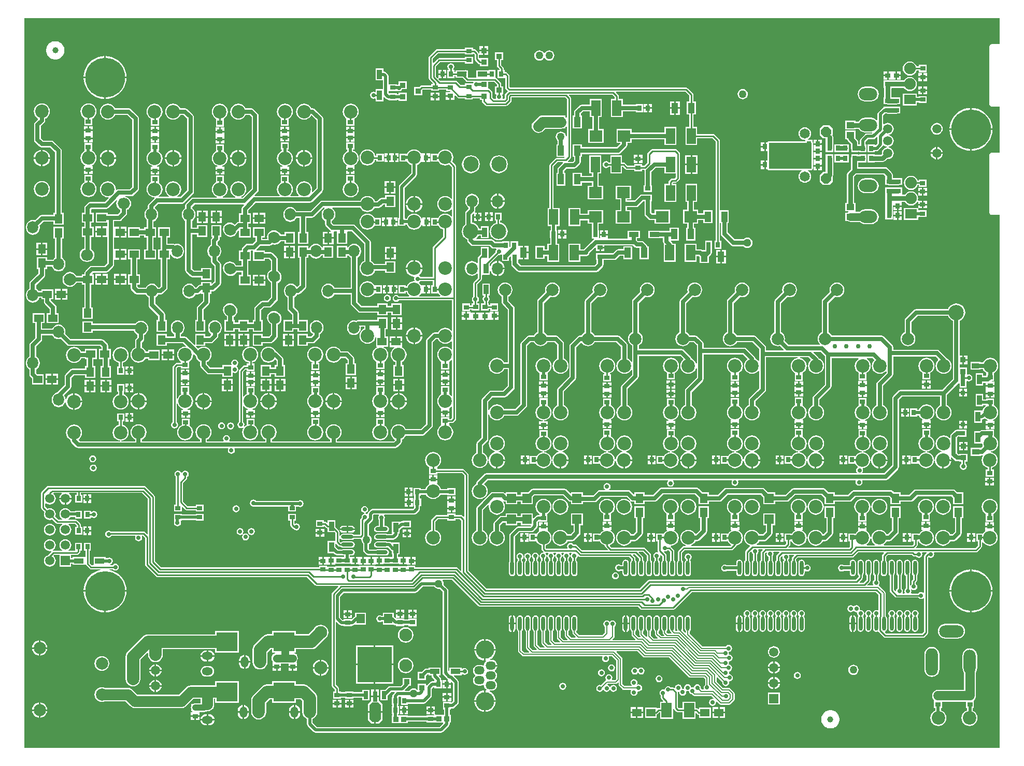
<source format=gbl>
G04 Layer_Physical_Order=4*
G04 Layer_Color=16711680*
%FSLAX25Y25*%
%MOIN*%
G70*
G01*
G75*
%ADD10C,0.03937*%
%ADD21R,0.02756X0.03543*%
%ADD22R,0.03740X0.03543*%
%ADD23R,0.03740X0.03543*%
%ADD28R,0.18898X0.07500*%
%ADD34R,0.05000X0.06000*%
%ADD36R,0.03543X0.03150*%
%ADD38R,0.06000X0.05000*%
%ADD39R,0.03150X0.03543*%
%ADD40R,0.03543X0.02756*%
%ADD41R,0.13780X0.12205*%
%ADD42C,0.02700*%
%ADD43C,0.08000*%
%ADD44C,0.01000*%
%ADD45C,0.00800*%
%ADD46C,0.03000*%
%ADD47C,0.06000*%
%ADD48C,0.02000*%
%ADD49C,0.05000*%
%ADD50C,0.07000*%
%ADD52R,0.05906X0.05906*%
%ADD53C,0.05906*%
%ADD54C,0.07874*%
%ADD55O,0.07874X0.17716*%
%ADD56O,0.07874X0.15748*%
%ADD57O,0.15748X0.07874*%
%ADD58C,0.06500*%
%ADD59P,0.07036X8X112.5*%
%ADD60C,0.08661*%
%ADD61C,0.07500*%
%ADD62R,0.07500X0.06000*%
%ADD63O,0.11811X0.07874*%
%ADD64C,0.17500*%
%ADD65C,0.08268*%
%ADD66O,0.07874X0.07087*%
%ADD67C,0.11811*%
%ADD68O,0.06693X0.05315*%
%ADD69C,0.09843*%
%ADD70C,0.15748*%
%ADD71O,0.07087X0.07874*%
%ADD72O,0.05118X0.07087*%
%ADD73O,0.07087X0.05118*%
%ADD74C,0.25590*%
G04:AMPARAMS|DCode=75|XSize=78.74mil|YSize=70.87mil|CornerRadius=0mil|HoleSize=0mil|Usage=FLASHONLY|Rotation=135.000|XOffset=0mil|YOffset=0mil|HoleType=Round|Shape=Round|*
%AMOVALD75*
21,1,0.00787,0.07087,0.00000,0.00000,135.0*
1,1,0.07087,0.00278,-0.00278*
1,1,0.07087,-0.00278,0.00278*
%
%ADD75OVALD75*%

%ADD76C,0.02800*%
%ADD77C,0.05000*%
%ADD78C,0.03000*%
%ADD80R,0.06693X0.09449*%
%ADD81R,0.02953X0.07087*%
%ADD82R,0.03150X0.05315*%
G04:AMPARAMS|DCode=83|XSize=72.84mil|YSize=129.92mil|CornerRadius=0mil|HoleSize=0mil|Usage=FLASHONLY|Rotation=0.000|XOffset=0mil|YOffset=0mil|HoleType=Round|Shape=Octagon|*
%AMOCTAGOND83*
4,1,8,-0.01821,0.06496,0.01821,0.06496,0.03642,0.04675,0.03642,-0.04675,0.01821,-0.06496,-0.01821,-0.06496,-0.03642,-0.04675,-0.03642,0.04675,-0.01821,0.06496,0.0*
%
%ADD83OCTAGOND83*%

%ADD84R,0.05512X0.06299*%
%ADD85R,0.22047X0.22835*%
%ADD86O,0.08000X0.02400*%
%ADD87O,0.02362X0.09055*%
%ADD88R,0.05118X0.03937*%
%ADD89R,0.06000X0.10000*%
%ADD90R,0.08268X0.07284*%
%ADD91R,0.06000X0.06000*%
%ADD92R,0.03347X0.06299*%
%ADD93R,0.03000X0.03000*%
%ADD94R,0.05000X0.03600*%
%ADD95R,0.03600X0.03600*%
%ADD96R,0.06299X0.03347*%
%ADD97R,0.04331X0.06693*%
%ADD98R,0.03543X0.03543*%
%ADD99C,0.07874*%
%ADD100C,0.04000*%
%ADD101R,0.27559X0.16929*%
G36*
X628596Y461466D02*
Y454492D01*
X623421D01*
X622914Y454391D01*
X622484Y454103D01*
X622197Y453673D01*
X622096Y453166D01*
Y415666D01*
X622197Y415159D01*
X622484Y414729D01*
X622914Y414442D01*
X623421Y414341D01*
X628596D01*
Y407366D01*
X628607Y407309D01*
X628596Y407252D01*
Y391552D01*
Y384577D01*
X623421D01*
X622914Y384477D01*
X622484Y384189D01*
X622197Y383759D01*
X622096Y383252D01*
Y345752D01*
X622197Y345245D01*
X622484Y344815D01*
X622914Y344527D01*
X623421Y344426D01*
X628596D01*
Y337452D01*
X628604Y337409D01*
X628596Y337366D01*
Y1326D01*
X1326D01*
Y471115D01*
X628596D01*
Y461466D01*
D02*
G37*
%LPC*%
G36*
X247925Y168913D02*
X245850D01*
Y166642D01*
X247925D01*
Y168913D01*
D02*
G37*
G36*
X251000D02*
X248925D01*
Y166642D01*
X251000D01*
Y168913D01*
D02*
G37*
G36*
X267026Y173717D02*
X261483D01*
Y171642D01*
X261650D01*
X261750Y171142D01*
X261628Y171091D01*
X260556Y170269D01*
X259733Y169197D01*
X259228Y167977D01*
X256312D01*
Y168713D01*
X251562D01*
Y163570D01*
X252102D01*
Y161922D01*
X251759D01*
Y156779D01*
X252102D01*
Y156075D01*
X251208Y155182D01*
X225295D01*
X224593Y155042D01*
X223998Y154644D01*
X222620Y153266D01*
X222222Y152671D01*
X222118Y152148D01*
X221718Y151922D01*
X221582Y151904D01*
X221331Y152072D01*
X220760Y152186D01*
Y152696D01*
X221036Y152751D01*
X221763Y153237D01*
X222250Y153964D01*
X222420Y154823D01*
X222250Y155681D01*
X221763Y156409D01*
X221036Y156895D01*
X220177Y157066D01*
X219319Y156895D01*
X218591Y156409D01*
X218105Y155681D01*
X217934Y154823D01*
X218105Y153964D01*
X218591Y153237D01*
X219319Y152751D01*
X219889Y152637D01*
Y152127D01*
X219614Y152072D01*
X218886Y151586D01*
X218400Y150858D01*
X218229Y150000D01*
X218290Y149693D01*
X217813Y149215D01*
X217525Y148785D01*
X217425Y148278D01*
Y138886D01*
X217006Y138467D01*
X213387D01*
X213309Y138584D01*
X212647Y139026D01*
X211867Y139181D01*
X206267D01*
X205487Y139026D01*
X204825Y138584D01*
X204383Y137922D01*
X203885Y137979D01*
Y140342D01*
X203784Y140850D01*
X203496Y141280D01*
X201304Y143472D01*
Y148020D01*
X196358D01*
Y146525D01*
X195896Y146333D01*
X195611Y146618D01*
X195181Y146906D01*
X194673Y147006D01*
X194001D01*
Y147859D01*
X188857D01*
Y143503D01*
X194001D01*
Y143772D01*
X194501Y143979D01*
X195346Y143133D01*
X195776Y142846D01*
X196283Y142745D01*
X196358D01*
Y140121D01*
X200906D01*
X201234Y139794D01*
Y134635D01*
X196358D01*
Y126735D01*
X200185D01*
X201076Y125844D01*
X201672Y125446D01*
X202374Y125306D01*
X205414D01*
X205487Y125258D01*
X206267Y125103D01*
X207083D01*
Y124464D01*
X206730Y124111D01*
X206347Y124111D01*
Y124111D01*
X206336D01*
Y124111D01*
X201394D01*
Y124130D01*
X199122D01*
Y121752D01*
Y119374D01*
X201394D01*
Y119755D01*
X205847D01*
X206336Y119755D01*
Y119755D01*
X206347D01*
Y119755D01*
X211205D01*
Y119472D01*
X213476D01*
Y121850D01*
Y124228D01*
X211205D01*
X211205Y124228D01*
Y124228D01*
X211205Y124228D01*
X210754Y124346D01*
Y125103D01*
X211867D01*
X212647Y125258D01*
X213309Y125700D01*
X213751Y126361D01*
X213906Y127142D01*
X213751Y127922D01*
X213309Y128584D01*
X212647Y129026D01*
X211867Y129181D01*
X206267D01*
X205487Y129026D01*
X205414Y128977D01*
X203134D01*
X201304Y130807D01*
Y132532D01*
X201804Y132739D01*
X203338Y131204D01*
X203768Y130917D01*
X204275Y130816D01*
X204747D01*
X204825Y130700D01*
X205487Y130258D01*
X206267Y130103D01*
X211867D01*
X212647Y130258D01*
X213309Y130700D01*
X213751Y131361D01*
X213906Y132142D01*
X213751Y132922D01*
X213309Y133584D01*
X212647Y134026D01*
X211867Y134181D01*
X206267D01*
X205487Y134026D01*
X204825Y133584D01*
X204719Y133573D01*
X203885Y134407D01*
Y136305D01*
X204383Y136361D01*
X204825Y135700D01*
X205487Y135258D01*
X206267Y135103D01*
X211867D01*
X212647Y135258D01*
X213309Y135700D01*
X213387Y135816D01*
X217555D01*
X217691Y135843D01*
X218140Y135423D01*
X218128Y135335D01*
X218242Y134473D01*
X218574Y133670D01*
X219103Y132981D01*
X219215Y132895D01*
Y128556D01*
X219354Y127854D01*
X219752Y127259D01*
X221167Y125844D01*
X221762Y125446D01*
X222464Y125306D01*
X227414D01*
X227487Y125258D01*
X228267Y125103D01*
X233867D01*
X234647Y125258D01*
X235309Y125700D01*
X235751Y126361D01*
X235906Y127142D01*
X235751Y127922D01*
X235309Y128584D01*
X234647Y129026D01*
X233867Y129181D01*
X228267D01*
X227487Y129026D01*
X227414Y128977D01*
X223225D01*
X222885Y129316D01*
Y132354D01*
X223121Y132452D01*
X223810Y132981D01*
X224339Y133670D01*
X224672Y134473D01*
X224785Y135335D01*
X224672Y136196D01*
X224339Y136999D01*
X223810Y137688D01*
X223121Y138217D01*
X222885Y138315D01*
Y145191D01*
X225215Y147521D01*
X225613Y148117D01*
X225753Y148819D01*
Y151208D01*
X226056Y151511D01*
X229179D01*
X229383Y151011D01*
X228995Y150429D01*
X228824Y149571D01*
X228995Y148713D01*
X229232Y148358D01*
Y144181D01*
X228267D01*
X227487Y144026D01*
X226825Y143584D01*
X226383Y142922D01*
X226228Y142142D01*
X226383Y141361D01*
X226825Y140700D01*
X227487Y140258D01*
X228267Y140103D01*
X233867D01*
X234647Y140258D01*
X235309Y140700D01*
X235751Y141361D01*
X235906Y142142D01*
X235751Y142922D01*
X235309Y143584D01*
X234647Y144026D01*
X233867Y144181D01*
X232902D01*
Y148358D01*
X233139Y148713D01*
X233310Y149571D01*
X233139Y150429D01*
X232751Y151011D01*
X232955Y151511D01*
X251969D01*
X252671Y151651D01*
X253266Y152049D01*
X255235Y154017D01*
X255633Y154613D01*
X255772Y155315D01*
Y156779D01*
X256509D01*
Y161922D01*
X255772D01*
Y163570D01*
X256312D01*
Y164306D01*
X259615D01*
X259733Y164022D01*
X260556Y162950D01*
X261628Y162128D01*
X262876Y161611D01*
X264215Y161434D01*
X265554Y161611D01*
X266803Y162128D01*
X267874Y162950D01*
X268697Y164022D01*
X268815Y164306D01*
X273413D01*
Y163767D01*
X278556D01*
Y168517D01*
X273413D01*
Y167977D01*
X269202D01*
X268697Y169197D01*
X267874Y170269D01*
X266803Y171091D01*
X266680Y171142D01*
X266779Y171642D01*
X267026D01*
Y173717D01*
D02*
G37*
G36*
X251000Y165642D02*
X248925D01*
Y163370D01*
X251000D01*
Y165642D01*
D02*
G37*
G36*
X41256Y164529D02*
X39181D01*
Y162258D01*
X41256D01*
Y164529D01*
D02*
G37*
G36*
X44331D02*
X42256D01*
Y162258D01*
X44331D01*
Y164529D01*
D02*
G37*
G36*
X247925Y165642D02*
X245850D01*
Y163370D01*
X247925D01*
Y165642D01*
D02*
G37*
G36*
X263754Y176791D02*
X261483D01*
Y174717D01*
X263754D01*
Y176791D01*
D02*
G37*
G36*
X267026D02*
X264754D01*
Y174717D01*
X267026D01*
Y176791D01*
D02*
G37*
G36*
X625140Y206180D02*
X619996D01*
Y205998D01*
X617388D01*
X616549Y205831D01*
X615838Y205356D01*
X615613Y205131D01*
X612291D01*
Y197232D01*
X617237D01*
X617494Y196838D01*
X617608Y195970D01*
X617772Y195574D01*
X616977Y194779D01*
X616615Y194490D01*
Y194490D01*
X616615Y194490D01*
X610015D01*
Y189290D01*
X616615D01*
Y189698D01*
X617188D01*
X617556Y189771D01*
X617838Y189318D01*
X617711Y189153D01*
X617194Y187905D01*
X617018Y186565D01*
X617194Y185226D01*
X617711Y183978D01*
X618534Y182906D01*
X619605Y182084D01*
X620854Y181567D01*
X620919Y181558D01*
Y180721D01*
X619672D01*
Y175972D01*
X624816D01*
Y180721D01*
X623570D01*
Y181582D01*
X624781Y182084D01*
X625852Y182906D01*
X626675Y183978D01*
X627192Y185226D01*
X627368Y186565D01*
X627192Y187905D01*
X626675Y189153D01*
X625852Y190225D01*
X624781Y191047D01*
X623532Y191564D01*
X622819Y191658D01*
Y192162D01*
X623946Y192311D01*
X625195Y192828D01*
X626266Y193650D01*
X627089Y194722D01*
X627606Y195970D01*
X627782Y197309D01*
X627606Y198649D01*
X627089Y199897D01*
X626266Y200969D01*
X625195Y201791D01*
X625140Y201814D01*
Y206180D01*
D02*
G37*
G36*
X625016Y175409D02*
X622744D01*
Y173335D01*
X625016D01*
Y175409D01*
D02*
G37*
G36*
X621744Y172335D02*
X619473D01*
Y170260D01*
X621744D01*
Y172335D01*
D02*
G37*
G36*
X625016D02*
X622744D01*
Y170260D01*
X625016D01*
Y172335D01*
D02*
G37*
G36*
X621744Y175409D02*
X619473D01*
Y173335D01*
X621744D01*
Y175409D01*
D02*
G37*
G36*
X248122Y158850D02*
X246047D01*
Y156579D01*
X248122D01*
Y158850D01*
D02*
G37*
G36*
X251197D02*
X249122D01*
Y156579D01*
X251197D01*
Y158850D01*
D02*
G37*
G36*
X27200Y161258D02*
X23779D01*
X23849Y160726D01*
X24247Y159764D01*
X24881Y158938D01*
X25707Y158305D01*
X26668Y157906D01*
X27200Y157836D01*
Y161258D01*
D02*
G37*
G36*
X148622Y161101D02*
X147764Y160931D01*
X147036Y160444D01*
X146550Y159717D01*
X146379Y158858D01*
X146550Y158000D01*
X147036Y157272D01*
X147764Y156786D01*
X148622Y156615D01*
X148854Y156661D01*
X149016Y156629D01*
X149511Y156728D01*
X170952D01*
Y153531D01*
X176095D01*
Y156728D01*
X177507D01*
X177862Y156491D01*
X178720Y156320D01*
X179579Y156491D01*
X180306Y156977D01*
X180793Y157705D01*
X180964Y158563D01*
X180793Y159421D01*
X180306Y160149D01*
X179579Y160635D01*
X178720Y160806D01*
X177862Y160635D01*
X177507Y160398D01*
X150239D01*
X150208Y160444D01*
X149480Y160931D01*
X148622Y161101D01*
D02*
G37*
G36*
X137500Y157558D02*
X136642Y157387D01*
X135914Y156901D01*
X135428Y156173D01*
X135257Y155315D01*
X135428Y154457D01*
X135914Y153729D01*
X136642Y153243D01*
X137500Y153072D01*
X138358Y153243D01*
X139086Y153729D01*
X139572Y154457D01*
X139743Y155315D01*
X139572Y156173D01*
X139086Y156901D01*
X138358Y157387D01*
X137500Y157558D01*
D02*
G37*
G36*
X100098Y179901D02*
X99240Y179730D01*
X98512Y179244D01*
X98026Y178516D01*
X97855Y177657D01*
X98026Y176799D01*
X98512Y176071D01*
X98773Y175897D01*
Y157887D01*
X97527D01*
Y153531D01*
X102670D01*
Y156121D01*
X103132Y156312D01*
X104673Y154771D01*
X105103Y154484D01*
X105610Y154383D01*
X111503D01*
Y153531D01*
X116647D01*
Y157887D01*
X111503D01*
Y157034D01*
X106159D01*
X103224Y159969D01*
Y171695D01*
X105740Y174212D01*
X106028Y174642D01*
X106129Y175149D01*
Y175818D01*
X106389Y175993D01*
X106876Y176720D01*
X107046Y177579D01*
X106876Y178437D01*
X106389Y179165D01*
X105662Y179651D01*
X104803Y179822D01*
X103945Y179651D01*
X103217Y179165D01*
X102731Y178437D01*
X102714Y178350D01*
X102204D01*
X102171Y178516D01*
X101684Y179244D01*
X100957Y179730D01*
X100098Y179901D01*
D02*
G37*
G36*
X278756Y160130D02*
X273213D01*
Y158055D01*
Y156012D01*
X275984D01*
X278756D01*
Y158055D01*
Y160130D01*
D02*
G37*
G36*
X251197Y162122D02*
X249122D01*
Y159850D01*
X251197D01*
Y162122D01*
D02*
G37*
G36*
X275484Y163205D02*
X273213D01*
Y161130D01*
X275484D01*
Y163205D01*
D02*
G37*
G36*
X278756D02*
X276484D01*
Y161130D01*
X278756D01*
Y163205D01*
D02*
G37*
G36*
X248122Y162122D02*
X246047D01*
Y159850D01*
X248122D01*
Y162122D01*
D02*
G37*
G36*
X31621Y161258D02*
X28200D01*
Y157836D01*
X28732Y157906D01*
X29693Y158305D01*
X30519Y158938D01*
X31153Y159764D01*
X31551Y160726D01*
X31621Y161258D01*
D02*
G37*
G36*
X41256D02*
X39181D01*
Y158986D01*
X41256D01*
Y161258D01*
D02*
G37*
G36*
X44331D02*
X42256D01*
Y158986D01*
X44331D01*
Y161258D01*
D02*
G37*
G36*
X366461Y186262D02*
X364386D01*
Y183991D01*
X366461D01*
Y186262D01*
D02*
G37*
G36*
X404331D02*
X402256D01*
Y183991D01*
X404331D01*
Y186262D01*
D02*
G37*
G36*
X407406D02*
X405331D01*
Y183991D01*
X407406D01*
Y186262D01*
D02*
G37*
G36*
X363386D02*
X361311D01*
Y183991D01*
X363386D01*
Y186262D01*
D02*
G37*
G36*
X419757Y206180D02*
X414614D01*
Y201773D01*
X413566Y200969D01*
X412744Y199897D01*
X412227Y198649D01*
X412050Y197309D01*
X412227Y195970D01*
X412744Y194722D01*
X413566Y193650D01*
X414638Y192828D01*
X415886Y192311D01*
X416731Y192200D01*
Y191695D01*
X415735Y191564D01*
X414487Y191047D01*
X413415Y190225D01*
X413020Y189709D01*
X412717Y189334D01*
Y189334D01*
X412717Y189334D01*
X407968D01*
Y184191D01*
X412505D01*
X412593Y183978D01*
X413415Y182906D01*
X414487Y182084D01*
X415735Y181567D01*
X417075Y181390D01*
X418414Y181567D01*
X419662Y182084D01*
X420734Y182906D01*
X421557Y183978D01*
X422073Y185226D01*
X422250Y186565D01*
X422073Y187905D01*
X421557Y189153D01*
X420734Y190225D01*
X419662Y191047D01*
X418414Y191564D01*
X417569Y191675D01*
Y192180D01*
X418565Y192311D01*
X419813Y192828D01*
X420885Y193650D01*
X421707Y194722D01*
X422224Y195970D01*
X422400Y197309D01*
X422224Y198649D01*
X421707Y199897D01*
X420885Y200969D01*
X419813Y201791D01*
X419757Y201814D01*
Y206180D01*
D02*
G37*
G36*
X322835Y186262D02*
X320760D01*
Y183991D01*
X322835D01*
Y186262D01*
D02*
G37*
G36*
X325909D02*
X323835D01*
Y183991D01*
X325909D01*
Y186262D01*
D02*
G37*
G36*
X527559D02*
X525484D01*
Y183991D01*
X527559D01*
Y186262D01*
D02*
G37*
G36*
X530634D02*
X528559D01*
Y183991D01*
X530634D01*
Y186262D01*
D02*
G37*
G36*
X568110D02*
X566035D01*
Y183991D01*
X568110D01*
Y186262D01*
D02*
G37*
G36*
X489689D02*
X487614D01*
Y183991D01*
X489689D01*
Y186262D01*
D02*
G37*
G36*
X445669D02*
X443595D01*
Y183991D01*
X445669D01*
Y186262D01*
D02*
G37*
G36*
X448744D02*
X446669D01*
Y183991D01*
X448744D01*
Y186262D01*
D02*
G37*
G36*
X486614D02*
X484539D01*
Y183991D01*
X486614D01*
Y186262D01*
D02*
G37*
G36*
X427913Y186065D02*
X423103D01*
X423220Y185174D01*
X423757Y183877D01*
X424612Y182764D01*
X425725Y181909D01*
X427022Y181372D01*
X427913Y181254D01*
Y186065D01*
D02*
G37*
G36*
X460919Y206574D02*
X455776D01*
Y201824D01*
X455412Y201494D01*
X454727Y200969D01*
X453905Y199897D01*
X453388Y198649D01*
X453212Y197309D01*
X453388Y195970D01*
X453905Y194722D01*
X454727Y193650D01*
X455799Y192828D01*
X457047Y192311D01*
X457981Y192188D01*
Y191683D01*
X457074Y191564D01*
X455826Y191047D01*
X454754Y190225D01*
X454359Y189709D01*
X454056Y189334D01*
Y189334D01*
X454056Y189334D01*
X449306D01*
Y184191D01*
X453844D01*
X453932Y183978D01*
X454754Y182906D01*
X455826Y182084D01*
X457074Y181567D01*
X458413Y181390D01*
X459753Y181567D01*
X461001Y182084D01*
X462073Y182906D01*
X462895Y183978D01*
X463412Y185226D01*
X463533Y186143D01*
X464037D01*
X464165Y185174D01*
X464702Y183877D01*
X465556Y182764D01*
X466670Y181909D01*
X467967Y181372D01*
X468858Y181254D01*
Y186565D01*
X469358D01*
Y187065D01*
X474669D01*
X474552Y187957D01*
X474015Y189254D01*
X473160Y190367D01*
X472047Y191222D01*
X470750Y191759D01*
X470585Y191781D01*
Y192285D01*
X470781Y192311D01*
X472029Y192828D01*
X473101Y193650D01*
X473923Y194722D01*
X474440Y195970D01*
X474617Y197309D01*
X474440Y198649D01*
X473923Y199897D01*
X473101Y200969D01*
X472029Y201791D01*
X470781Y202308D01*
X469442Y202484D01*
X468102Y202308D01*
X466854Y201791D01*
X465782Y200969D01*
X464960Y199897D01*
X464443Y198649D01*
X464267Y197309D01*
X464443Y195970D01*
X464960Y194722D01*
X465782Y193650D01*
X466854Y192828D01*
X468102Y192311D01*
X468215Y192296D01*
Y191792D01*
X467967Y191759D01*
X466670Y191222D01*
X465556Y190367D01*
X464702Y189254D01*
X464165Y187957D01*
X464037Y186988D01*
X463533D01*
X463412Y187905D01*
X462895Y189153D01*
X462073Y190225D01*
X461001Y191047D01*
X459753Y191564D01*
X458819Y191687D01*
Y192191D01*
X459726Y192311D01*
X460974Y192828D01*
X462046Y193650D01*
X462868Y194722D01*
X463385Y195970D01*
X463562Y197309D01*
X463385Y198649D01*
X462868Y199897D01*
X462046Y200969D01*
X461351Y201502D01*
X461301Y201540D01*
X461301Y201540D01*
X460974Y201791D01*
X460951Y201801D01*
X460919Y202285D01*
Y206574D01*
D02*
G37*
G36*
X501974D02*
X496831D01*
Y201824D01*
X496467Y201494D01*
X495783Y200969D01*
X494960Y199897D01*
X494443Y198649D01*
X494267Y197309D01*
X494443Y195970D01*
X494960Y194722D01*
X495783Y193650D01*
X496854Y192828D01*
X498102Y192311D01*
X498981Y192195D01*
Y191691D01*
X498019Y191564D01*
X496771Y191047D01*
X495699Y190225D01*
X495303Y189709D01*
X495001Y189334D01*
Y189334D01*
X495001Y189334D01*
X490251D01*
Y184191D01*
X494789D01*
X494876Y183978D01*
X495699Y182906D01*
X496771Y182084D01*
X498019Y181567D01*
X499358Y181390D01*
X500698Y181567D01*
X501946Y182084D01*
X503018Y182906D01*
X503840Y183978D01*
X504357Y185226D01*
X504478Y186144D01*
X504982D01*
X505110Y185174D01*
X505647Y183877D01*
X506501Y182764D01*
X507615Y181909D01*
X508912Y181372D01*
X509803Y181254D01*
Y186565D01*
X510303D01*
Y187065D01*
X515614D01*
X515497Y187957D01*
X514960Y189254D01*
X514105Y190367D01*
X512992Y191222D01*
X511695Y191759D01*
X511585Y191773D01*
Y192278D01*
X511836Y192311D01*
X513084Y192828D01*
X514156Y193650D01*
X514979Y194722D01*
X515495Y195970D01*
X515672Y197309D01*
X515495Y198649D01*
X514979Y199897D01*
X514156Y200969D01*
X513084Y201791D01*
X511836Y202308D01*
X510497Y202484D01*
X509157Y202308D01*
X507909Y201791D01*
X506838Y200969D01*
X506015Y199897D01*
X505498Y198649D01*
X505322Y197309D01*
X505498Y195970D01*
X506015Y194722D01*
X506838Y193650D01*
X507909Y192828D01*
X509157Y192311D01*
X509215Y192303D01*
Y191799D01*
X508912Y191759D01*
X507615Y191222D01*
X506501Y190367D01*
X505647Y189254D01*
X505110Y187957D01*
X504982Y186987D01*
X504478D01*
X504357Y187905D01*
X503840Y189153D01*
X503018Y190225D01*
X501946Y191047D01*
X500698Y191564D01*
X499819Y191680D01*
Y192184D01*
X500781Y192311D01*
X502029Y192828D01*
X503101Y193650D01*
X503924Y194722D01*
X504440Y195970D01*
X504617Y197309D01*
X504440Y198649D01*
X503924Y199897D01*
X503101Y200969D01*
X502406Y201502D01*
X502356Y201540D01*
X502356Y201540D01*
X502029Y201791D01*
X502006Y201801D01*
X501974Y202285D01*
Y206574D01*
D02*
G37*
G36*
X378702D02*
X373559D01*
Y201824D01*
X373196Y201494D01*
X372511Y200969D01*
X371688Y199897D01*
X371171Y198649D01*
X370995Y197309D01*
X371171Y195970D01*
X371688Y194722D01*
X372511Y193650D01*
X373583Y192828D01*
X374831Y192311D01*
X375731Y192192D01*
Y191688D01*
X374791Y191564D01*
X373542Y191047D01*
X372471Y190225D01*
X372075Y189709D01*
X371772Y189334D01*
Y189334D01*
X371772Y189334D01*
X367023D01*
Y184191D01*
X371560D01*
X371648Y183978D01*
X372471Y182906D01*
X373542Y182084D01*
X374791Y181567D01*
X376130Y181390D01*
X377469Y181567D01*
X378717Y182084D01*
X379789Y182906D01*
X380612Y183978D01*
X381129Y185226D01*
X381249Y186143D01*
X381754D01*
X381881Y185174D01*
X382418Y183877D01*
X383273Y182764D01*
X384386Y181909D01*
X385683Y181372D01*
X386575Y181254D01*
Y186565D01*
X387075D01*
Y187065D01*
X392386D01*
X392268Y187957D01*
X391731Y189254D01*
X390877Y190367D01*
X389763Y191222D01*
X388466Y191759D01*
X388335Y191776D01*
Y192280D01*
X388565Y192311D01*
X389813Y192828D01*
X390884Y193650D01*
X391707Y194722D01*
X392224Y195970D01*
X392400Y197309D01*
X392224Y198649D01*
X391707Y199897D01*
X390884Y200969D01*
X389813Y201791D01*
X388565Y202308D01*
X387225Y202484D01*
X385886Y202308D01*
X384638Y201791D01*
X383566Y200969D01*
X382744Y199897D01*
X382226Y198649D01*
X382050Y197309D01*
X382226Y195970D01*
X382744Y194722D01*
X383566Y193650D01*
X384638Y192828D01*
X385886Y192311D01*
X385965Y192300D01*
Y191796D01*
X385683Y191759D01*
X384386Y191222D01*
X383273Y190367D01*
X382418Y189254D01*
X381881Y187957D01*
X381754Y186988D01*
X381249D01*
X381129Y187905D01*
X380612Y189153D01*
X379789Y190225D01*
X378717Y191047D01*
X377469Y191564D01*
X376569Y191683D01*
Y192187D01*
X377509Y192311D01*
X378758Y192828D01*
X379829Y193650D01*
X380652Y194722D01*
X381169Y195970D01*
X381345Y197309D01*
X381169Y198649D01*
X380652Y199897D01*
X379829Y200969D01*
X379093Y201534D01*
X379085Y201540D01*
X379084Y201540D01*
X378758Y201791D01*
X378737Y201803D01*
X378702Y201824D01*
X378702D01*
X378702Y201824D01*
Y206574D01*
D02*
G37*
G36*
X45669Y183739D02*
X44811Y183568D01*
X44083Y183082D01*
X43597Y182354D01*
X43426Y181496D01*
X43597Y180638D01*
X44083Y179910D01*
X44811Y179424D01*
X45669Y179253D01*
X46528Y179424D01*
X47255Y179910D01*
X47742Y180638D01*
X47912Y181496D01*
X47742Y182354D01*
X47255Y183082D01*
X46528Y183568D01*
X45669Y183739D01*
D02*
G37*
G36*
X597504Y186065D02*
X592693D01*
Y181254D01*
X593585Y181372D01*
X594881Y181909D01*
X595995Y182764D01*
X596849Y183877D01*
X597387Y185174D01*
X597504Y186065D01*
D02*
G37*
G36*
X337817Y205970D02*
X332674D01*
Y201817D01*
X332612Y201791D01*
X331541Y200969D01*
X330718Y199897D01*
X330201Y198649D01*
X330025Y197309D01*
X330201Y195970D01*
X330718Y194722D01*
X331541Y193650D01*
X332612Y192828D01*
X333861Y192311D01*
X334774Y192191D01*
Y191686D01*
X333846Y191564D01*
X332597Y191047D01*
X331526Y190225D01*
X330842Y189334D01*
X326472D01*
Y184191D01*
X330615D01*
X330703Y183978D01*
X331526Y182906D01*
X332597Y182084D01*
X333846Y181567D01*
X335185Y181390D01*
X336524Y181567D01*
X337772Y182084D01*
X338844Y182906D01*
X339667Y183978D01*
X340184Y185226D01*
X340304Y186144D01*
X340809D01*
X340936Y185174D01*
X341474Y183877D01*
X342328Y182764D01*
X343442Y181909D01*
X344738Y181372D01*
X345630Y181254D01*
Y186565D01*
X346130D01*
Y187065D01*
X351441D01*
X351324Y187957D01*
X350786Y189254D01*
X349932Y190367D01*
X348818Y191222D01*
X347522Y191759D01*
X347335Y191783D01*
Y192288D01*
X347509Y192311D01*
X348758Y192828D01*
X349829Y193650D01*
X350652Y194722D01*
X351169Y195970D01*
X351345Y197309D01*
X351169Y198649D01*
X350652Y199897D01*
X349829Y200969D01*
X348758Y201791D01*
X347509Y202308D01*
X346170Y202484D01*
X344831Y202308D01*
X343583Y201791D01*
X342511Y200969D01*
X341688Y199897D01*
X341171Y198649D01*
X340995Y197309D01*
X341171Y195970D01*
X341688Y194722D01*
X342511Y193650D01*
X343583Y192828D01*
X344831Y192311D01*
X344965Y192293D01*
Y191789D01*
X344738Y191759D01*
X343442Y191222D01*
X342328Y190367D01*
X341474Y189254D01*
X340936Y187957D01*
X340809Y186987D01*
X340304D01*
X340184Y187905D01*
X339667Y189153D01*
X338844Y190225D01*
X337772Y191047D01*
X336524Y191564D01*
X335611Y191684D01*
Y192189D01*
X336539Y192311D01*
X337788Y192828D01*
X338859Y193650D01*
X339682Y194722D01*
X340199Y195970D01*
X340375Y197309D01*
X340199Y198649D01*
X339682Y199897D01*
X338859Y200969D01*
X337817Y201768D01*
Y205970D01*
D02*
G37*
G36*
X474669Y186065D02*
X469858D01*
Y181254D01*
X470750Y181372D01*
X472047Y181909D01*
X473160Y182764D01*
X474015Y183877D01*
X474552Y185174D01*
X474669Y186065D01*
D02*
G37*
G36*
X515614D02*
X510803D01*
Y181254D01*
X511695Y181372D01*
X512992Y181909D01*
X514105Y182764D01*
X514960Y183877D01*
X515497Y185174D01*
X515614Y186065D01*
D02*
G37*
G36*
X556559D02*
X551748D01*
Y181254D01*
X552640Y181372D01*
X553936Y181909D01*
X555050Y182764D01*
X555904Y183877D01*
X556441Y185174D01*
X556559Y186065D01*
D02*
G37*
G36*
X433724D02*
X428913D01*
Y181254D01*
X429805Y181372D01*
X431102Y181909D01*
X432215Y182764D01*
X433070Y183877D01*
X433607Y185174D01*
X433724Y186065D01*
D02*
G37*
G36*
X310496D02*
X305685D01*
Y181254D01*
X306577Y181372D01*
X307873Y181909D01*
X308987Y182764D01*
X309841Y183877D01*
X310379Y185174D01*
X310496Y186065D01*
D02*
G37*
G36*
X351441D02*
X346630D01*
Y181254D01*
X347522Y181372D01*
X348818Y181909D01*
X349932Y182764D01*
X350786Y183877D01*
X351324Y185174D01*
X351441Y186065D01*
D02*
G37*
G36*
X392386D02*
X387575D01*
Y181254D01*
X388466Y181372D01*
X389763Y181909D01*
X390877Y182764D01*
X391731Y183877D01*
X392268Y185174D01*
X392386Y186065D01*
D02*
G37*
G36*
X208567Y144385D02*
X206267D01*
X205409Y144214D01*
X204681Y143728D01*
X204195Y143000D01*
X204123Y142642D01*
X208567D01*
Y144385D01*
D02*
G37*
G36*
X211867D02*
X209567D01*
Y142642D01*
X214011D01*
X213939Y143000D01*
X213453Y143728D01*
X212725Y144214D01*
X211867Y144385D01*
D02*
G37*
G36*
X334646Y146424D02*
X332374D01*
Y144349D01*
X334646D01*
Y146424D01*
D02*
G37*
G36*
X44331Y143863D02*
X42256D01*
Y141591D01*
X44331D01*
Y143863D01*
D02*
G37*
G36*
X194201Y142154D02*
X191929D01*
Y140276D01*
X194201D01*
Y142154D01*
D02*
G37*
G36*
X176095Y151981D02*
X170952D01*
Y147625D01*
X172198D01*
Y144980D01*
X172299Y144473D01*
X172586Y144043D01*
X173957Y142672D01*
X174387Y142385D01*
X174585Y142345D01*
X174801Y142023D01*
X175528Y141537D01*
X176387Y141366D01*
X177245Y141537D01*
X177973Y142023D01*
X178459Y142751D01*
X178630Y143609D01*
X178459Y144468D01*
X177973Y145195D01*
X177245Y145682D01*
X176387Y145852D01*
X175528Y145682D01*
X175349Y145562D01*
X174849Y145829D01*
Y147625D01*
X176095D01*
Y151981D01*
D02*
G37*
G36*
X41256Y143863D02*
X39181D01*
Y141591D01*
X41256D01*
Y143863D01*
D02*
G37*
G36*
X624925Y146424D02*
X622654D01*
Y144349D01*
X624925D01*
Y146424D01*
D02*
G37*
G36*
X375591Y146817D02*
X373319D01*
Y144743D01*
X375591D01*
Y146817D01*
D02*
G37*
G36*
X378862D02*
X376591D01*
Y144743D01*
X378862D01*
Y146817D01*
D02*
G37*
G36*
X621654Y146424D02*
X619382D01*
Y144349D01*
X621654D01*
Y146424D01*
D02*
G37*
G36*
X337917D02*
X335646D01*
Y144349D01*
X337917D01*
Y146424D01*
D02*
G37*
G36*
X539764D02*
X537492D01*
Y144349D01*
X539764D01*
Y146424D01*
D02*
G37*
G36*
X543036D02*
X540764D01*
Y144349D01*
X543036D01*
Y146424D01*
D02*
G37*
G36*
X360599Y152259D02*
X352999D01*
Y144659D01*
X354607D01*
Y140680D01*
X352685Y138758D01*
X350775D01*
X350612Y139153D01*
X349789Y140225D01*
X348717Y141047D01*
X347469Y141564D01*
X346130Y141740D01*
X344791Y141564D01*
X343543Y141047D01*
X342471Y140225D01*
X341648Y139153D01*
X341131Y137905D01*
X340955Y136565D01*
X341131Y135226D01*
X341648Y133978D01*
X342471Y132906D01*
X343543Y132084D01*
X344791Y131567D01*
X346130Y131390D01*
X347469Y131567D01*
X348717Y132084D01*
X349789Y132906D01*
X350612Y133978D01*
X350775Y134373D01*
X353593D01*
X354432Y134540D01*
X355143Y135015D01*
X358349Y138222D01*
X358824Y138933D01*
X358991Y139772D01*
Y144659D01*
X360599D01*
Y152259D01*
D02*
G37*
G36*
X400257Y156759D02*
X393657D01*
Y149159D01*
X394764D01*
Y140581D01*
X392941Y138758D01*
X391720D01*
X391557Y139153D01*
X390734Y140225D01*
X389662Y141047D01*
X388414Y141564D01*
X387075Y141740D01*
X385735Y141564D01*
X384487Y141047D01*
X383416Y140225D01*
X382593Y139153D01*
X382076Y137905D01*
X381900Y136565D01*
X382076Y135226D01*
X382593Y133978D01*
X383416Y132906D01*
X384487Y132084D01*
X385735Y131567D01*
X387075Y131390D01*
X388414Y131567D01*
X389662Y132084D01*
X390734Y132906D01*
X391557Y133978D01*
X391720Y134373D01*
X393849D01*
X394688Y134540D01*
X395399Y135015D01*
X398507Y138123D01*
X398982Y138834D01*
X399149Y139673D01*
Y149159D01*
X400257D01*
Y156759D01*
D02*
G37*
G36*
X605375D02*
X598775D01*
Y149159D01*
X599883D01*
Y140483D01*
X598157Y138758D01*
X596838D01*
X596675Y139153D01*
X595852Y140225D01*
X594780Y141047D01*
X593532Y141564D01*
X592193Y141740D01*
X590854Y141564D01*
X589606Y141047D01*
X588534Y140225D01*
X587711Y139153D01*
X587194Y137905D01*
X587018Y136565D01*
X587194Y135226D01*
X587711Y133978D01*
X588534Y132906D01*
X589606Y132084D01*
X590854Y131567D01*
X592193Y131390D01*
X593532Y131567D01*
X594780Y132084D01*
X595852Y132906D01*
X596675Y133978D01*
X596838Y134373D01*
X599065D01*
X599904Y134540D01*
X600616Y135015D01*
X603625Y138025D01*
X604100Y138736D01*
X604267Y139575D01*
Y149159D01*
X605375D01*
Y156759D01*
D02*
G37*
G36*
X147343Y142893D02*
X146484Y142722D01*
X145756Y142236D01*
X145270Y141508D01*
X145099Y140650D01*
X145270Y139791D01*
X145756Y139064D01*
X146484Y138577D01*
X147343Y138407D01*
X148201Y138577D01*
X148929Y139064D01*
X149415Y139791D01*
X149586Y140650D01*
X149415Y141508D01*
X148929Y142236D01*
X148201Y142722D01*
X147343Y142893D01*
D02*
G37*
G36*
X17700Y145543D02*
X16720Y145414D01*
X15807Y145036D01*
X15023Y144434D01*
X14422Y143650D01*
X14044Y142737D01*
X13915Y141758D01*
X14044Y140778D01*
X14422Y139865D01*
X15023Y139081D01*
X15807Y138479D01*
X16720Y138101D01*
X17700Y137972D01*
X18680Y138101D01*
X19593Y138479D01*
X20377Y139081D01*
X20978Y139865D01*
X21356Y140778D01*
X21485Y141758D01*
X21356Y142737D01*
X20978Y143650D01*
X20377Y144434D01*
X19593Y145036D01*
X18680Y145414D01*
X17700Y145543D01*
D02*
G37*
G36*
X41256Y140591D02*
X39181D01*
Y138319D01*
X41256D01*
Y140591D01*
D02*
G37*
G36*
X44331D02*
X42256D01*
Y138319D01*
X44331D01*
Y140591D01*
D02*
G37*
G36*
X208567Y141642D02*
X204123D01*
X204195Y141283D01*
X204681Y140556D01*
X205409Y140069D01*
X206267Y139899D01*
X208567D01*
Y141642D01*
D02*
G37*
G36*
X214011D02*
X209567D01*
Y139899D01*
X211867D01*
X212725Y140069D01*
X213453Y140556D01*
X213939Y141283D01*
X214011Y141642D01*
D02*
G37*
G36*
X190929Y142154D02*
X188657D01*
Y140276D01*
X190929D01*
Y142154D01*
D02*
G37*
G36*
X250114Y141748D02*
X247843D01*
Y139870D01*
X250114D01*
Y141748D01*
D02*
G37*
G36*
X522698Y156759D02*
X516098D01*
Y149159D01*
X517205D01*
Y140581D01*
X515411Y138786D01*
X514915Y138838D01*
X514785Y139153D01*
X513963Y140225D01*
X512891Y141047D01*
X511643Y141564D01*
X510303Y141740D01*
X508964Y141564D01*
X507716Y141047D01*
X506644Y140225D01*
X505822Y139153D01*
X505305Y137905D01*
X505128Y136565D01*
X505305Y135226D01*
X505822Y133978D01*
X506644Y132906D01*
X507716Y132084D01*
X508964Y131567D01*
X510303Y131390D01*
X511643Y131567D01*
X512891Y132084D01*
X513963Y132906D01*
X514785Y133978D01*
X514949Y134373D01*
X516290D01*
X517129Y134540D01*
X517840Y135015D01*
X520948Y138123D01*
X521423Y138834D01*
X521590Y139673D01*
Y149159D01*
X522698D01*
Y156759D01*
D02*
G37*
G36*
X441595D02*
X434995D01*
Y149159D01*
X436103D01*
Y141664D01*
X433482Y139043D01*
X432895Y139153D01*
X432891Y139159D01*
X432073Y140225D01*
X431001Y141047D01*
X429753Y141564D01*
X428413Y141740D01*
X427074Y141564D01*
X425826Y141047D01*
X424754Y140225D01*
X423932Y139153D01*
X423415Y137905D01*
X423238Y136565D01*
X423415Y135226D01*
X423932Y133978D01*
X424754Y132906D01*
X425826Y132084D01*
X426640Y131747D01*
X426540Y131247D01*
X425492D01*
X424985Y131146D01*
X424555Y130859D01*
X422166Y128470D01*
X421879Y128040D01*
X421778Y127533D01*
Y121969D01*
X421675Y121901D01*
X421237Y121246D01*
X421084Y120473D01*
Y113779D01*
X421237Y113006D01*
X421675Y112351D01*
X422331Y111913D01*
X423104Y111760D01*
X423877Y111913D01*
X424532Y112351D01*
X424970Y113006D01*
X425124Y113779D01*
Y120473D01*
X424970Y121246D01*
X424532Y121901D01*
X424429Y121969D01*
Y126984D01*
X426041Y128596D01*
X456004D01*
X456511Y128697D01*
X456941Y128984D01*
X459351Y131394D01*
X459439Y131525D01*
X459753Y131567D01*
X461001Y132084D01*
X462073Y132906D01*
X462895Y133978D01*
X463412Y135226D01*
X463588Y136565D01*
X463412Y137905D01*
X462895Y139153D01*
X462073Y140225D01*
X461001Y141047D01*
X460709Y141168D01*
X460809Y141668D01*
X461146D01*
Y143743D01*
X455602D01*
Y141668D01*
X456018D01*
X456117Y141168D01*
X455826Y141047D01*
X454754Y140225D01*
X454359Y139709D01*
X454056Y139334D01*
Y139334D01*
X454056Y139334D01*
X449306D01*
Y134191D01*
X453844D01*
X453932Y133978D01*
X454754Y132906D01*
X455689Y132188D01*
X455816Y131608D01*
X455455Y131247D01*
X430287D01*
X430187Y131747D01*
X431001Y132084D01*
X432073Y132906D01*
X432895Y133978D01*
X433059Y134373D01*
X434105D01*
X434484Y134449D01*
X434944Y134540D01*
X434944Y134540D01*
X435655Y135015D01*
X439845Y139206D01*
X440130Y139631D01*
X440320Y139917D01*
X440320Y139917D01*
X440320Y139917D01*
X440376Y140198D01*
X440487Y140756D01*
Y149159D01*
X441595D01*
Y156759D01*
D02*
G37*
G36*
X246843Y141748D02*
X244571D01*
Y139870D01*
X246843D01*
Y141748D01*
D02*
G37*
G36*
X264215Y191784D02*
X262876Y191608D01*
X261628Y191091D01*
X260556Y190269D01*
X259733Y189197D01*
X259216Y187949D01*
X259040Y186609D01*
X259216Y185270D01*
X259733Y184022D01*
X260556Y182950D01*
X261286Y182390D01*
X261298Y182381D01*
X261298Y182381D01*
X261628Y182128D01*
X261650Y182118D01*
X261683Y182103D01*
Y177354D01*
X266826D01*
Y178403D01*
X282616D01*
X284206Y176813D01*
Y150282D01*
X283744Y150090D01*
X282897Y150937D01*
X282467Y151225D01*
X281960Y151326D01*
X278556D01*
Y152375D01*
X273413D01*
Y151326D01*
X266634D01*
X266127Y151225D01*
X265697Y150937D01*
X263278Y148519D01*
X262990Y148088D01*
X262890Y147581D01*
Y141610D01*
X262876Y141608D01*
X261628Y141091D01*
X260556Y140269D01*
X259733Y139197D01*
X259216Y137949D01*
X259040Y136609D01*
X259216Y135270D01*
X259733Y134022D01*
X260556Y132950D01*
X261628Y132128D01*
X262876Y131611D01*
X264215Y131434D01*
X265554Y131611D01*
X266803Y132128D01*
X267874Y132950D01*
X268697Y134022D01*
X269214Y135270D01*
X269390Y136609D01*
X269214Y137949D01*
X268697Y139197D01*
X267874Y140269D01*
X266803Y141091D01*
X265554Y141608D01*
X265541Y141610D01*
Y147032D01*
X267183Y148674D01*
X273413D01*
Y147625D01*
X278556D01*
Y148674D01*
X281411D01*
X282406Y147679D01*
Y115523D01*
X281944Y115331D01*
X280114Y117162D01*
X279684Y117449D01*
X279177Y117550D01*
X252721D01*
Y118599D01*
X247578D01*
X247567Y118205D01*
X242424D01*
Y118206D01*
X242413D01*
Y118205D01*
X237270D01*
Y118206D01*
X237259D01*
Y118205D01*
X232606D01*
X232116Y118206D01*
Y118206D01*
X232106D01*
Y118205D01*
X226962D01*
X226952Y118599D01*
X221808D01*
Y118599D01*
X221798D01*
Y118599D01*
X216655D01*
Y118579D01*
X216548Y118123D01*
X211490D01*
Y118205D01*
X206347D01*
Y118206D01*
X206336D01*
Y118205D01*
X201193D01*
Y118025D01*
X196050D01*
X196028Y118515D01*
Y118599D01*
X190885D01*
Y117550D01*
X89049D01*
X85184Y121415D01*
Y162992D01*
X85083Y163499D01*
X84795Y163929D01*
X79245Y169480D01*
X78815Y169767D01*
X78308Y169868D01*
X16585D01*
X16078Y169767D01*
X15648Y169480D01*
X12463Y166295D01*
X12175Y165865D01*
X12075Y165357D01*
Y156058D01*
X12175Y155550D01*
X12463Y155120D01*
X14279Y153304D01*
X14044Y152737D01*
X13915Y151758D01*
X14044Y150778D01*
X14422Y149865D01*
X15023Y149081D01*
X15807Y148479D01*
X16720Y148101D01*
X17700Y147972D01*
X18680Y148101D01*
X19247Y148336D01*
X21763Y145820D01*
X22193Y145533D01*
X22700Y145432D01*
X25503D01*
X25673Y144932D01*
X25023Y144434D01*
X24422Y143650D01*
X24044Y142737D01*
X23915Y141758D01*
X24044Y140778D01*
X24422Y139865D01*
X25023Y139081D01*
X25807Y138479D01*
X26720Y138101D01*
X27700Y137972D01*
X28680Y138101D01*
X29593Y138479D01*
X30376Y139081D01*
X30978Y139865D01*
X31356Y140778D01*
X31485Y141758D01*
X31356Y142737D01*
X30978Y143650D01*
X30376Y144434D01*
X29727Y144932D01*
X29897Y145432D01*
X33894D01*
X34918Y144408D01*
Y143663D01*
X33869D01*
Y138519D01*
X38619D01*
Y143663D01*
X37569D01*
Y144957D01*
X37469Y145464D01*
X37181Y145894D01*
X35397Y147678D01*
X35386Y147695D01*
X34956Y147982D01*
X34449Y148083D01*
X29897D01*
X29727Y148583D01*
X30376Y149081D01*
X30978Y149865D01*
X31002Y149922D01*
X33869D01*
Y148852D01*
X38225D01*
Y153996D01*
X33869D01*
Y153593D01*
X31002D01*
X30978Y153650D01*
X30376Y154434D01*
X29593Y155035D01*
X28680Y155414D01*
X27700Y155543D01*
X26720Y155414D01*
X25807Y155035D01*
X25023Y154434D01*
X24422Y153650D01*
X24044Y152737D01*
X23915Y151758D01*
X24044Y150778D01*
X24422Y149865D01*
X25023Y149081D01*
X25673Y148583D01*
X25503Y148083D01*
X23249D01*
X21121Y150211D01*
X21356Y150778D01*
X21485Y151758D01*
X21356Y152737D01*
X20978Y153650D01*
X20377Y154434D01*
X19593Y155035D01*
X18680Y155414D01*
X17700Y155543D01*
X16720Y155414D01*
X16153Y155179D01*
X14726Y156606D01*
Y158679D01*
X15225Y158926D01*
X15807Y158479D01*
X16720Y158101D01*
X17700Y157972D01*
X18680Y158101D01*
X19593Y158479D01*
X20377Y159081D01*
X20978Y159865D01*
X21356Y160778D01*
X21485Y161758D01*
X21356Y162737D01*
X20978Y163650D01*
X20377Y164434D01*
X19867Y164825D01*
X19843Y164947D01*
X20166Y165417D01*
X25155D01*
X25325Y164917D01*
X24881Y164577D01*
X24247Y163751D01*
X23849Y162789D01*
X23779Y162258D01*
X27700D01*
X31621D01*
X31551Y162789D01*
X31153Y163751D01*
X30519Y164577D01*
X30075Y164917D01*
X30245Y165417D01*
X34918D01*
Y164329D01*
X33869D01*
Y159186D01*
X38619D01*
Y164329D01*
X37569D01*
Y165417D01*
X77013D01*
X80733Y161697D01*
Y139061D01*
X80271Y138870D01*
X79003Y140137D01*
X78573Y140425D01*
X78066Y140525D01*
X57123D01*
X57098Y140562D01*
X56370Y141049D01*
X55512Y141219D01*
X54653Y141049D01*
X53926Y140562D01*
X53439Y139835D01*
X53269Y138976D01*
X53439Y138118D01*
X53926Y137390D01*
X54653Y136904D01*
X55512Y136733D01*
X56370Y136904D01*
X57098Y137390D01*
X57421Y137874D01*
X72545D01*
X72781Y137434D01*
X72731Y137358D01*
X72560Y136500D01*
X72731Y135642D01*
X73217Y134914D01*
X73945Y134428D01*
X74803Y134257D01*
X75662Y134428D01*
X76389Y134914D01*
X76876Y135642D01*
X77046Y136500D01*
X76876Y137358D01*
X76845Y137405D01*
X77063Y137830D01*
X77525Y137867D01*
X78933Y136459D01*
Y119375D01*
X79034Y118868D01*
X79321Y118438D01*
X86072Y111687D01*
X86502Y111400D01*
X87009Y111299D01*
X183001D01*
X188250Y106051D01*
X188680Y105764D01*
X189187Y105663D01*
X203036D01*
X203228Y105201D01*
X199252Y101225D01*
X198964Y100795D01*
X198863Y100287D01*
Y41642D01*
X198964Y41135D01*
X199252Y40705D01*
X201135Y38821D01*
Y37709D01*
X199889D01*
Y32960D01*
X205032D01*
Y33499D01*
X207763D01*
Y32960D01*
X212906D01*
Y33499D01*
X218572D01*
Y31755D01*
X223321D01*
Y38670D01*
X218572D01*
Y37170D01*
X212906D01*
Y37709D01*
X207763D01*
Y37170D01*
X205032D01*
Y37709D01*
X203786D01*
Y39370D01*
X203685Y39877D01*
X203398Y40307D01*
X201514Y42191D01*
Y82343D01*
X201976Y82534D01*
X203919Y80592D01*
X204514Y80194D01*
X205217Y80055D01*
X206680D01*
Y79515D01*
X211824D01*
Y80055D01*
X212402D01*
X213104Y80194D01*
X213507Y80464D01*
X213995Y80493D01*
X213995Y80493D01*
X213995Y80493D01*
X221107D01*
Y88392D01*
X213995D01*
Y85966D01*
X213657Y85740D01*
X212076Y84160D01*
X211824Y84265D01*
Y84265D01*
X206680D01*
Y83725D01*
X205977D01*
X204324Y85378D01*
Y98575D01*
X206803Y101053D01*
X252615D01*
X253317Y101193D01*
X253912Y101591D01*
X257511Y105189D01*
X264863D01*
X265261Y104671D01*
X265950Y104142D01*
X266753Y103809D01*
X267614Y103696D01*
X268262Y103781D01*
X270310Y101733D01*
Y49522D01*
X270450Y48819D01*
X270848Y48224D01*
X273351Y45721D01*
X273580Y45568D01*
X273525Y45385D01*
Y42796D01*
X275599D01*
Y43691D01*
X276061Y43883D01*
X277003Y42941D01*
Y31469D01*
X276140Y30606D01*
X275640Y30813D01*
Y30815D01*
X270497D01*
Y26066D01*
X271233D01*
Y22568D01*
X265838D01*
X265812Y22568D01*
X265523Y22809D01*
X265440Y22877D01*
X265440Y23076D01*
Y24952D01*
X263169D01*
Y22877D01*
X264532D01*
X264882Y22377D01*
X264860Y22315D01*
X260097D01*
Y21832D01*
X247899D01*
Y22268D01*
X241651D01*
Y23025D01*
X242387D01*
Y28168D01*
X241651D01*
Y28925D01*
X241994D01*
Y34068D01*
X242362Y34385D01*
X243175D01*
X243543Y34068D01*
Y28925D01*
X247899D01*
Y29661D01*
X258170D01*
X258872Y29801D01*
X259467Y30199D01*
X262912Y33643D01*
X263310Y34239D01*
X263449Y34941D01*
Y39397D01*
X264513Y40461D01*
X265138D01*
Y39725D01*
X269888D01*
Y44868D01*
X269348D01*
Y45283D01*
X269208Y45985D01*
X268811Y46580D01*
X267833Y47557D01*
X268025Y48019D01*
X269107D01*
Y52966D01*
X261208D01*
Y52328D01*
X260046D01*
X259343Y52188D01*
X258748Y51790D01*
X257066Y50108D01*
X254420D01*
Y44965D01*
X259760D01*
Y47611D01*
X260708Y48559D01*
X261208Y48421D01*
Y48019D01*
X263322D01*
Y47638D01*
X263462Y46935D01*
X263860Y46340D01*
X264921Y45279D01*
X265138Y44868D01*
X265138D01*
X265138Y44868D01*
Y44132D01*
X263753D01*
X263051Y43992D01*
X262455Y43594D01*
X260316Y41455D01*
X260260Y41371D01*
X259760Y41522D01*
Y42628D01*
X254420D01*
Y38818D01*
X253920Y38656D01*
X253338Y39103D01*
X252535Y39435D01*
X251673Y39549D01*
X250812Y39435D01*
X250009Y39103D01*
X249320Y38574D01*
X248922Y38056D01*
X246324D01*
X246133Y38518D01*
X248545Y40930D01*
X248742Y41225D01*
X249918D01*
Y46368D01*
X244577D01*
Y42153D01*
X243433Y41008D01*
X236718D01*
X236016Y40869D01*
X235420Y40471D01*
X233620Y38670D01*
X230383D01*
Y31755D01*
X235132D01*
Y34992D01*
X237478Y37338D01*
X239306D01*
X239497Y36876D01*
X238518Y35897D01*
X238120Y35302D01*
X237981Y34599D01*
Y34068D01*
X237638D01*
Y28925D01*
X237981D01*
Y28168D01*
X237638D01*
Y23025D01*
X237981D01*
Y22268D01*
X237638D01*
Y17125D01*
X247899D01*
Y18161D01*
X260097D01*
Y17566D01*
X265240D01*
X265338Y17425D01*
Y17425D01*
X270520D01*
X270727Y16925D01*
X268531Y14729D01*
X189441D01*
X186757Y17414D01*
Y19865D01*
X187342Y20107D01*
X188345Y20877D01*
X189114Y21879D01*
X189598Y23047D01*
X189763Y24300D01*
Y33386D01*
X189598Y34639D01*
X189114Y35807D01*
X188345Y36809D01*
X184431Y40723D01*
X183428Y41493D01*
X182260Y41976D01*
X181007Y42141D01*
X175898D01*
Y44202D01*
X160519D01*
Y42141D01*
X157379D01*
X156126Y41976D01*
X154958Y41493D01*
X153955Y40723D01*
X148598Y35366D01*
X147828Y34363D01*
X147345Y33195D01*
X147180Y31942D01*
Y24300D01*
X147345Y23047D01*
X147828Y21879D01*
X148598Y20877D01*
X149601Y20107D01*
X150768Y19624D01*
X152021Y19459D01*
X153274Y19624D01*
X154442Y20107D01*
X155445Y20877D01*
X156214Y21879D01*
X156698Y23047D01*
X156863Y24300D01*
Y29937D01*
X159384Y32459D01*
X160519D01*
Y30398D01*
X175898D01*
Y32459D01*
X179002D01*
X180080Y31381D01*
Y24300D01*
X180245Y23047D01*
X180728Y21879D01*
X181498Y20877D01*
X182501Y20107D01*
X183086Y19865D01*
Y16654D01*
X183226Y15951D01*
X183624Y15356D01*
X187383Y11596D01*
X187979Y11198D01*
X188681Y11058D01*
X269291D01*
X269994Y11198D01*
X270589Y11596D01*
X274325Y15332D01*
X274723Y15928D01*
X274863Y16630D01*
Y17425D01*
X275599D01*
Y22568D01*
X274904D01*
Y26066D01*
X275640D01*
Y26605D01*
X276570D01*
X277273Y26745D01*
X277868Y27143D01*
X280136Y29411D01*
X280534Y30006D01*
X280674Y30709D01*
Y43701D01*
X280534Y44403D01*
X280136Y44998D01*
X277578Y47557D01*
X277769Y48019D01*
X282493D01*
Y48707D01*
X282824Y48848D01*
X282993Y48885D01*
X283689Y48420D01*
X284547Y48249D01*
X285406Y48420D01*
X286133Y48906D01*
X286620Y49634D01*
X286790Y50492D01*
X286620Y51350D01*
X286133Y52078D01*
X285406Y52565D01*
X284547Y52735D01*
X283689Y52565D01*
X282993Y52100D01*
X282824Y52136D01*
X282493Y52278D01*
Y52966D01*
X274594D01*
Y50799D01*
X274094Y50533D01*
X273981Y50610D01*
Y102493D01*
X273841Y103195D01*
X273443Y103791D01*
X270857Y106377D01*
X270943Y107024D01*
X270829Y107886D01*
X270497Y108689D01*
X270259Y108999D01*
X270505Y109499D01*
X276391D01*
X293380Y92510D01*
X293810Y92223D01*
X294317Y92122D01*
X396006D01*
X397497Y90630D01*
X397927Y90343D01*
X398435Y90242D01*
X418618D01*
X419125Y90343D01*
X419555Y90630D01*
X430569Y101644D01*
X548915D01*
X550620Y99939D01*
Y90079D01*
X550179Y89844D01*
X550104Y89894D01*
X549245Y90065D01*
X548387Y89894D01*
X547659Y89408D01*
X547173Y88680D01*
X547002Y87822D01*
X547173Y86963D01*
X547659Y86235D01*
X547556Y85703D01*
X547366Y85419D01*
X547212Y84646D01*
Y77953D01*
X547366Y77180D01*
X547804Y76525D01*
X548459Y76087D01*
X549232Y75933D01*
X550005Y76087D01*
X550108Y76155D01*
X550796Y76014D01*
X550814Y75988D01*
X554117Y72685D01*
X554547Y72398D01*
X555054Y72297D01*
X579331D01*
X579838Y72398D01*
X580268Y72685D01*
X582236Y74653D01*
X582524Y75083D01*
X582625Y75590D01*
Y123813D01*
X583032Y124126D01*
X583458Y123841D01*
X584317Y123670D01*
X585175Y123841D01*
X585903Y124327D01*
X586389Y125055D01*
X586560Y125913D01*
X586389Y126772D01*
X586339Y126847D01*
X586575Y127288D01*
X613456D01*
X613963Y127389D01*
X614393Y127676D01*
X616792Y130075D01*
X617079Y130505D01*
X617180Y131012D01*
Y133954D01*
X617680Y134054D01*
X617711Y133978D01*
X618534Y132906D01*
X619605Y132084D01*
X620854Y131567D01*
X622193Y131390D01*
X623532Y131567D01*
X624781Y132084D01*
X625852Y132906D01*
X626675Y133978D01*
X627192Y135226D01*
X627368Y136565D01*
X627192Y137905D01*
X626675Y139153D01*
X625852Y140225D01*
X625082Y140816D01*
X624925Y141274D01*
X624925Y141274D01*
X624925Y141274D01*
Y143349D01*
X619382D01*
Y141274D01*
X619382Y141274D01*
X619382D01*
X619276Y140795D01*
X618534Y140225D01*
X617850Y139334D01*
X613480D01*
Y134191D01*
X614529D01*
Y131561D01*
X612907Y129939D01*
X574986D01*
X574795Y130401D01*
X575453Y131059D01*
X575740Y131489D01*
X575841Y131996D01*
Y134191D01*
X576678D01*
X576766Y133978D01*
X577589Y132906D01*
X578660Y132084D01*
X579909Y131567D01*
X581248Y131390D01*
X582587Y131567D01*
X583836Y132084D01*
X584907Y132906D01*
X585730Y133978D01*
X586247Y135226D01*
X586423Y136565D01*
X586247Y137905D01*
X585730Y139153D01*
X584907Y140225D01*
X583836Y141047D01*
X583544Y141168D01*
X583643Y141668D01*
X583980D01*
Y143743D01*
X578437D01*
Y141668D01*
X578853D01*
X578952Y141168D01*
X578660Y141047D01*
X577589Y140225D01*
X577193Y139709D01*
X576891Y139334D01*
Y139334D01*
X576891Y139334D01*
X572141D01*
Y134191D01*
X573190D01*
Y132545D01*
X572384Y131739D01*
X554207D01*
X554038Y132239D01*
X554907Y132906D01*
X555730Y133978D01*
X555893Y134373D01*
X557628D01*
X558467Y134540D01*
X559178Y135015D01*
X563074Y138910D01*
X563549Y139622D01*
X563716Y140461D01*
Y149159D01*
X564824D01*
Y156759D01*
X558224D01*
Y149159D01*
X559332D01*
Y141369D01*
X556720Y138758D01*
X555893D01*
X555730Y139153D01*
X554907Y140225D01*
X553835Y141047D01*
X552587Y141564D01*
X551248Y141740D01*
X549909Y141564D01*
X548661Y141047D01*
X547589Y140225D01*
X546766Y139153D01*
X546249Y137905D01*
X546073Y136565D01*
X546249Y135226D01*
X546766Y133978D01*
X547589Y132906D01*
X548458Y132239D01*
X548289Y131739D01*
X543263D01*
X543093Y132239D01*
X543962Y132906D01*
X544785Y133978D01*
X545302Y135226D01*
X545478Y136565D01*
X545302Y137905D01*
X544785Y139153D01*
X543962Y140225D01*
X543192Y140816D01*
X543036Y141274D01*
X543036Y141274D01*
X543036Y141274D01*
Y143349D01*
X537492D01*
Y141274D01*
X537492Y141274D01*
X537492D01*
X537387Y140795D01*
X536644Y140225D01*
X536248Y139709D01*
X535946Y139334D01*
Y139334D01*
X535946Y139334D01*
X531196D01*
Y134191D01*
X532245D01*
Y130773D01*
X531608Y130136D01*
X492998D01*
X492807Y130598D01*
X493563Y131354D01*
X493851Y131784D01*
X493952Y132291D01*
Y134191D01*
X494789D01*
X494876Y133978D01*
X495699Y132906D01*
X496771Y132084D01*
X498019Y131567D01*
X499358Y131390D01*
X500698Y131567D01*
X501946Y132084D01*
X503018Y132906D01*
X503840Y133978D01*
X504357Y135226D01*
X504533Y136565D01*
X504357Y137905D01*
X503840Y139153D01*
X503018Y140225D01*
X501946Y141047D01*
X501654Y141168D01*
X501754Y141668D01*
X502091D01*
Y143743D01*
X496547D01*
Y141668D01*
X496963D01*
X497062Y141168D01*
X496771Y141047D01*
X495699Y140225D01*
X495303Y139709D01*
X495001Y139334D01*
Y139334D01*
X495001Y139334D01*
X490251D01*
Y134191D01*
X491300D01*
Y132840D01*
X490396Y131936D01*
X472574D01*
X472404Y132436D01*
X473018Y132906D01*
X473840Y133978D01*
X474004Y134373D01*
X477313D01*
X478152Y134540D01*
X478863Y135015D01*
X481971Y138123D01*
X482446Y138834D01*
X482613Y139673D01*
Y144659D01*
X484221D01*
Y152259D01*
X476621D01*
Y144659D01*
X478229D01*
Y140581D01*
X476405Y138758D01*
X474004D01*
X473840Y139153D01*
X473018Y140225D01*
X471946Y141047D01*
X470698Y141564D01*
X469358Y141740D01*
X468019Y141564D01*
X466771Y141047D01*
X465699Y140225D01*
X464877Y139153D01*
X464360Y137905D01*
X464183Y136565D01*
X464360Y135226D01*
X464877Y133978D01*
X465699Y132906D01*
X466771Y132084D01*
X467909Y131612D01*
X468108Y131105D01*
X465231Y128227D01*
X464943Y127797D01*
X464843Y127290D01*
Y121969D01*
X464740Y121901D01*
X464302Y121246D01*
X464148Y120473D01*
Y113779D01*
X464302Y113006D01*
X464740Y112351D01*
X465395Y111913D01*
X466168Y111760D01*
X466941Y111913D01*
X467596Y112351D01*
X468034Y113006D01*
X468188Y113779D01*
Y120473D01*
X468034Y121246D01*
X467596Y121901D01*
X467493Y121969D01*
Y126741D01*
X468558Y127805D01*
X469086Y127627D01*
X469210Y127002D01*
X469697Y126275D01*
X469842Y126177D01*
Y121969D01*
X469740Y121901D01*
X469302Y121246D01*
X469148Y120473D01*
Y113779D01*
X469302Y113006D01*
X469740Y112351D01*
X470395Y111913D01*
X471168Y111760D01*
X471941Y111913D01*
X472596Y112351D01*
X473034Y113006D01*
X473188Y113779D01*
Y120473D01*
X473034Y121246D01*
X472596Y121901D01*
X472494Y121969D01*
Y126024D01*
X472869Y126275D01*
X473355Y127002D01*
X473526Y127861D01*
X473355Y128719D01*
X473272Y128844D01*
X473507Y129285D01*
X475998D01*
X476189Y128823D01*
X475231Y127864D01*
X474943Y127434D01*
X474843Y126927D01*
Y121969D01*
X474740Y121901D01*
X474302Y121246D01*
X474148Y120473D01*
Y113779D01*
X474302Y113006D01*
X474740Y112351D01*
X475395Y111913D01*
X476168Y111760D01*
X476941Y111913D01*
X477596Y112351D01*
X478034Y113006D01*
X478188Y113779D01*
Y120473D01*
X478034Y121246D01*
X477596Y121901D01*
X477493Y121969D01*
Y126378D01*
X478350Y127235D01*
X478536Y127210D01*
X478588Y127177D01*
X478897Y126657D01*
X478784Y126089D01*
X478955Y125230D01*
X479441Y124503D01*
X479843Y124235D01*
Y121969D01*
X479740Y121901D01*
X479302Y121246D01*
X479148Y120473D01*
Y113779D01*
X479302Y113006D01*
X479740Y112351D01*
X480395Y111913D01*
X481168Y111760D01*
X481941Y111913D01*
X482596Y112351D01*
X483034Y113006D01*
X483188Y113779D01*
Y120473D01*
X483034Y121246D01*
X482596Y121901D01*
X482493Y121969D01*
Y124423D01*
X482614Y124503D01*
X483100Y125230D01*
X483271Y126089D01*
X483100Y126947D01*
X483035Y127044D01*
X483271Y127485D01*
X486628D01*
X486819Y127023D01*
X485231Y125434D01*
X484943Y125004D01*
X484842Y124497D01*
Y121969D01*
X484740Y121901D01*
X484302Y121246D01*
X484148Y120473D01*
Y113779D01*
X484302Y113006D01*
X484740Y112351D01*
X485395Y111913D01*
X486168Y111760D01*
X486941Y111913D01*
X487596Y112351D01*
X488034Y113006D01*
X488188Y113779D01*
Y120473D01*
X488034Y121246D01*
X487596Y121901D01*
X487494Y121969D01*
Y123948D01*
X488574Y125029D01*
X489035Y124782D01*
X488923Y124219D01*
X489093Y123360D01*
X489580Y122633D01*
X489843Y122457D01*
Y121969D01*
X489740Y121901D01*
X489302Y121246D01*
X489148Y120473D01*
Y113779D01*
X489302Y113006D01*
X489740Y112351D01*
X490395Y111913D01*
X491168Y111760D01*
X491941Y111913D01*
X492596Y112351D01*
X493034Y113006D01*
X493188Y113779D01*
Y120473D01*
X493034Y121246D01*
X492596Y121901D01*
X492493Y121969D01*
Y122460D01*
X492752Y122633D01*
X493238Y123360D01*
X493409Y124219D01*
X493238Y125077D01*
X493127Y125244D01*
X493362Y125685D01*
X496175D01*
X496366Y125223D01*
X495231Y124087D01*
X494943Y123657D01*
X494842Y123150D01*
Y121969D01*
X494740Y121901D01*
X494302Y121246D01*
X494148Y120473D01*
Y113779D01*
X494302Y113006D01*
X494740Y112351D01*
X495395Y111913D01*
X496168Y111760D01*
X496941Y111913D01*
X497596Y112351D01*
X498034Y113006D01*
X498188Y113779D01*
Y120473D01*
X498034Y121246D01*
X497596Y121901D01*
X497494Y121969D01*
Y122601D01*
X498777Y123885D01*
X533760D01*
X534267Y123986D01*
X534697Y124273D01*
X537712Y127288D01*
X554091D01*
X554282Y126826D01*
X553295Y125839D01*
X553008Y125409D01*
X552907Y124901D01*
Y121969D01*
X552804Y121901D01*
X552366Y121246D01*
X552212Y120473D01*
Y113779D01*
X552366Y113006D01*
X552804Y112351D01*
X553459Y111913D01*
X554232Y111760D01*
X555005Y111913D01*
X555660Y112351D01*
X556098Y113006D01*
X556252Y113779D01*
Y120473D01*
X556098Y121246D01*
X555660Y121901D01*
X555558Y121969D01*
Y124353D01*
X556693Y125488D01*
X572187D01*
X572720Y124955D01*
X573150Y124667D01*
X573658Y124566D01*
X574941D01*
X575115Y124306D01*
X575843Y123820D01*
X576701Y123649D01*
X577560Y123820D01*
X578288Y124306D01*
X578774Y125034D01*
X578944Y125892D01*
X578774Y126750D01*
X578709Y126847D01*
X578945Y127288D01*
X581579D01*
X581716Y127043D01*
X581761Y126788D01*
X580362Y125388D01*
X580075Y124958D01*
X579974Y124451D01*
Y101323D01*
X579474Y101105D01*
X578910Y101482D01*
X578051Y101653D01*
X577193Y101482D01*
X576465Y100996D01*
X576291Y100735D01*
X571832D01*
X571596Y101176D01*
X571687Y101312D01*
X571858Y102170D01*
X571687Y103029D01*
X571654Y103078D01*
X572014Y103439D01*
X572595Y103051D01*
X573453Y102880D01*
X574312Y103051D01*
X575039Y103537D01*
X575526Y104265D01*
X575696Y105123D01*
X575526Y105982D01*
X575039Y106709D01*
X574779Y106884D01*
Y108022D01*
X575169Y108413D01*
X575457Y108843D01*
X575558Y109350D01*
Y112283D01*
X575661Y112351D01*
X576098Y113006D01*
X576252Y113779D01*
Y120473D01*
X576098Y121246D01*
X575661Y121901D01*
X575005Y122339D01*
X574232Y122492D01*
X573459Y122339D01*
X572804Y121901D01*
X572366Y121246D01*
X572212Y120473D01*
Y113779D01*
X572366Y113006D01*
X572804Y112351D01*
X572907Y112283D01*
Y109899D01*
X572516Y109509D01*
X572229Y109079D01*
X572128Y108571D01*
Y106884D01*
X571867Y106709D01*
X571440Y106070D01*
X571018Y106123D01*
X570940Y106153D01*
Y112769D01*
X571098Y113006D01*
X571252Y113779D01*
Y120473D01*
X571098Y121246D01*
X570660Y121901D01*
X570005Y122339D01*
X569232Y122492D01*
X568459Y122339D01*
X567804Y121901D01*
X567366Y121246D01*
X567212Y120473D01*
Y113779D01*
X567366Y113006D01*
X567804Y112351D01*
X568289Y112027D01*
Y103931D01*
X568028Y103756D01*
X567542Y103029D01*
X567371Y102170D01*
X567542Y101312D01*
X567633Y101176D01*
X567397Y100735D01*
X566418D01*
X566182Y101176D01*
X566273Y101312D01*
X566444Y102170D01*
X566273Y103029D01*
X565787Y103756D01*
X565558Y103910D01*
Y112283D01*
X565660Y112351D01*
X566098Y113006D01*
X566252Y113779D01*
Y120473D01*
X566098Y121246D01*
X565660Y121901D01*
X565005Y122339D01*
X564232Y122492D01*
X563459Y122339D01*
X562804Y121901D01*
X562366Y121246D01*
X562212Y120473D01*
Y113779D01*
X562366Y113006D01*
X562804Y112351D01*
X562907Y112283D01*
Y103952D01*
X562615Y103756D01*
X562128Y103029D01*
X561985Y102309D01*
X561504Y102083D01*
X560558Y103029D01*
Y112283D01*
X560661Y112351D01*
X561098Y113006D01*
X561252Y113779D01*
Y120473D01*
X561098Y121246D01*
X560661Y121901D01*
X560005Y122339D01*
X559232Y122492D01*
X558459Y122339D01*
X557804Y121901D01*
X557366Y121246D01*
X557212Y120473D01*
Y113779D01*
X557366Y113006D01*
X557804Y112351D01*
X557907Y112283D01*
Y102480D01*
X558008Y101973D01*
X558295Y101543D01*
X561366Y98472D01*
X561796Y98185D01*
X562303Y98084D01*
X576291D01*
X576465Y97823D01*
X577193Y97337D01*
X578051Y97166D01*
X578910Y97337D01*
X579474Y97714D01*
X579974Y97495D01*
Y76140D01*
X578782Y74948D01*
X555603D01*
X554947Y75604D01*
X555105Y76153D01*
X555660Y76525D01*
X556098Y77180D01*
X556252Y77953D01*
Y84646D01*
X556098Y85419D01*
X555660Y86074D01*
X555456Y86211D01*
Y100787D01*
X555363Y101256D01*
X555097Y101653D01*
X551216Y105534D01*
X551041Y105651D01*
X550859Y105981D01*
X550927Y106283D01*
X551285Y106819D01*
X551456Y107677D01*
X551285Y108536D01*
X550799Y109263D01*
X550538Y109437D01*
Y112269D01*
X550661Y112351D01*
X551098Y113006D01*
X551252Y113779D01*
Y120473D01*
X551098Y121246D01*
X550661Y121901D01*
X550005Y122339D01*
X549232Y122492D01*
X548459Y122339D01*
X547804Y121901D01*
X547366Y121246D01*
X547212Y120473D01*
Y113779D01*
X547366Y113006D01*
X547804Y112351D01*
X547887Y112296D01*
Y109437D01*
X547626Y109263D01*
X547140Y108536D01*
X546970Y107677D01*
X547140Y106819D01*
X547425Y106393D01*
X547158Y105893D01*
X543657D01*
X543466Y106355D01*
X545169Y108059D01*
X545457Y108489D01*
X545558Y108996D01*
Y112283D01*
X545660Y112351D01*
X546098Y113006D01*
X546252Y113779D01*
Y120473D01*
X546098Y121246D01*
X545660Y121901D01*
X545005Y122339D01*
X544232Y122492D01*
X543459Y122339D01*
X542804Y121901D01*
X542366Y121246D01*
X542212Y120473D01*
Y113779D01*
X542366Y113006D01*
X542804Y112351D01*
X542907Y112283D01*
Y109545D01*
X541056Y107695D01*
X538667D01*
X538476Y108157D01*
X540169Y109850D01*
X540457Y110280D01*
X540558Y110787D01*
Y112283D01*
X540660Y112351D01*
X541098Y113006D01*
X541252Y113779D01*
Y120473D01*
X541098Y121246D01*
X540660Y121901D01*
X540005Y122339D01*
X539232Y122492D01*
X538459Y122339D01*
X537804Y121901D01*
X537366Y121246D01*
X537212Y120473D01*
Y113779D01*
X537366Y113006D01*
X537804Y112351D01*
X537907Y112283D01*
Y111336D01*
X536065Y109495D01*
X403247D01*
X402739Y109394D01*
X402309Y109107D01*
X396976Y103773D01*
X298594D01*
X286857Y115510D01*
Y177362D01*
X286756Y177869D01*
X286469Y178299D01*
X284103Y180666D01*
X283672Y180953D01*
X283165Y181054D01*
X266826D01*
Y182103D01*
X267192Y182427D01*
X267874Y182950D01*
X268697Y184022D01*
X269214Y185270D01*
X269390Y186609D01*
X269214Y187949D01*
X268697Y189197D01*
X267874Y190269D01*
X266803Y191091D01*
X265554Y191608D01*
X264215Y191784D01*
D02*
G37*
G36*
X346130Y161740D02*
X344791Y161564D01*
X343543Y161047D01*
X342471Y160225D01*
X341648Y159153D01*
X341131Y157905D01*
X340955Y156565D01*
X341131Y155226D01*
X341648Y153978D01*
X342471Y152906D01*
X343543Y152084D01*
X344791Y151567D01*
X346130Y151390D01*
X347469Y151567D01*
X348717Y152084D01*
X349789Y152906D01*
X350612Y153978D01*
X351129Y155226D01*
X351305Y156565D01*
X351129Y157905D01*
X350612Y159153D01*
X349789Y160225D01*
X348717Y161047D01*
X347469Y161564D01*
X346130Y161740D01*
D02*
G37*
G36*
X428413D02*
X427074Y161564D01*
X425826Y161047D01*
X424754Y160225D01*
X423932Y159153D01*
X423415Y157905D01*
X423238Y156565D01*
X423415Y155226D01*
X423932Y153978D01*
X424754Y152906D01*
X425826Y152084D01*
X427074Y151567D01*
X428413Y151390D01*
X429753Y151567D01*
X431001Y152084D01*
X432073Y152906D01*
X432895Y153978D01*
X433412Y155226D01*
X433588Y156565D01*
X433412Y157905D01*
X432895Y159153D01*
X432073Y160225D01*
X431001Y161047D01*
X429753Y161564D01*
X428413Y161740D01*
D02*
G37*
G36*
X44131Y153996D02*
X39775D01*
Y148852D01*
X44131D01*
Y149664D01*
X44152Y149684D01*
X44631Y149886D01*
X45205Y149502D01*
X46063Y149332D01*
X46921Y149502D01*
X47649Y149989D01*
X48135Y150716D01*
X48306Y151575D01*
X48135Y152433D01*
X47649Y153161D01*
X46921Y153647D01*
X46063Y153818D01*
X45205Y153647D01*
X44631Y153264D01*
X44152Y153465D01*
X44131Y153485D01*
Y153996D01*
D02*
G37*
G36*
X499358Y161740D02*
X498019Y161564D01*
X496771Y161047D01*
X495699Y160225D01*
X494876Y159153D01*
X494360Y157905D01*
X494183Y156565D01*
X494360Y155226D01*
X494876Y153978D01*
X495699Y152906D01*
X496747Y152102D01*
Y147380D01*
X501891D01*
Y152061D01*
X501946Y152084D01*
X503018Y152906D01*
X503840Y153978D01*
X504357Y155226D01*
X504533Y156565D01*
X504357Y157905D01*
X503840Y159153D01*
X503018Y160225D01*
X501946Y161047D01*
X500698Y161564D01*
X499358Y161740D01*
D02*
G37*
G36*
X581248D02*
X579909Y161564D01*
X578660Y161047D01*
X577589Y160225D01*
X576766Y159153D01*
X576249Y157905D01*
X576073Y156565D01*
X576249Y155226D01*
X576766Y153978D01*
X577589Y152906D01*
X578637Y152102D01*
Y147380D01*
X583780D01*
Y152061D01*
X583836Y152084D01*
X584907Y152906D01*
X585730Y153978D01*
X586247Y155226D01*
X586423Y156565D01*
X586247Y157905D01*
X585730Y159153D01*
X584907Y160225D01*
X583836Y161047D01*
X582587Y161564D01*
X581248Y161740D01*
D02*
G37*
G36*
X335185D02*
X333846Y161564D01*
X332597Y161047D01*
X331526Y160225D01*
X330703Y159153D01*
X330186Y157905D01*
X330010Y156565D01*
X330186Y155226D01*
X330703Y153978D01*
X331526Y152906D01*
X332437Y152207D01*
X332574Y151735D01*
X332574Y151735D01*
X332574Y151735D01*
Y151196D01*
X331743D01*
X331040Y151056D01*
X330445Y150658D01*
X328816Y149029D01*
X328316Y149237D01*
Y152259D01*
X320716D01*
Y150651D01*
X318473D01*
Y152259D01*
X310873D01*
Y150651D01*
X308203D01*
X307364Y150484D01*
X306653Y150009D01*
X303635Y146991D01*
X303160Y146280D01*
X302993Y145441D01*
Y141211D01*
X302597Y141047D01*
X301526Y140225D01*
X300703Y139153D01*
X300186Y137905D01*
X300010Y136565D01*
X300186Y135226D01*
X300703Y133978D01*
X301526Y132906D01*
X302597Y132084D01*
X303846Y131567D01*
X305185Y131390D01*
X306524Y131567D01*
X307772Y132084D01*
X308844Y132906D01*
X309667Y133978D01*
X310184Y135226D01*
X310360Y136565D01*
X310184Y137905D01*
X309667Y139153D01*
X308844Y140225D01*
X307772Y141047D01*
X307377Y141211D01*
Y144533D01*
X309111Y146267D01*
X310873D01*
Y144659D01*
X318473D01*
Y146267D01*
X320716D01*
Y144659D01*
X327040D01*
X327232Y144197D01*
X326897Y143863D01*
X318996D01*
X318294Y143723D01*
X317698Y143325D01*
X313742Y139369D01*
X313344Y138773D01*
X313204Y138071D01*
Y121292D01*
X313173Y121246D01*
X313019Y120473D01*
Y113779D01*
X313173Y113006D01*
X313611Y112351D01*
X314266Y111913D01*
X315039Y111760D01*
X315812Y111913D01*
X316468Y112351D01*
X316905Y113006D01*
X317059Y113779D01*
Y120473D01*
X316905Y121246D01*
X316875Y121292D01*
Y137311D01*
X319756Y140192D01*
X327658D01*
X328360Y140332D01*
X328955Y140730D01*
X331022Y142797D01*
X331420Y143392D01*
X331560Y144095D01*
Y146582D01*
X332074Y147097D01*
X332574Y146986D01*
Y146986D01*
X337717D01*
Y151735D01*
X337717Y151735D01*
X337881Y152167D01*
X338844Y152906D01*
X339667Y153978D01*
X340184Y155226D01*
X340360Y156565D01*
X340184Y157905D01*
X339667Y159153D01*
X338844Y160225D01*
X337772Y161047D01*
X336524Y161564D01*
X335185Y161740D01*
D02*
G37*
G36*
X116647Y151981D02*
X111503D01*
Y151638D01*
X102670D01*
Y151981D01*
X97527D01*
Y147625D01*
X97527D01*
X97736Y147125D01*
X97731Y147118D01*
X97560Y146260D01*
X97731Y145401D01*
X98217Y144674D01*
X98945Y144187D01*
X99803Y144017D01*
X100662Y144187D01*
X101389Y144674D01*
X101875Y145401D01*
X102046Y146260D01*
X101875Y147118D01*
X101871Y147125D01*
X102138Y147625D01*
X102670D01*
Y147968D01*
X111503D01*
Y147625D01*
X116647D01*
Y151981D01*
D02*
G37*
G36*
X275484Y155012D02*
X273213D01*
Y152937D01*
X275484D01*
Y155012D01*
D02*
G37*
G36*
X278756D02*
X276484D01*
Y152937D01*
X278756D01*
Y155012D01*
D02*
G37*
G36*
X592193Y161740D02*
X590854Y161564D01*
X589606Y161047D01*
X588534Y160225D01*
X587711Y159153D01*
X587194Y157905D01*
X587018Y156565D01*
X587194Y155226D01*
X587711Y153978D01*
X588534Y152906D01*
X589606Y152084D01*
X590854Y151567D01*
X592193Y151390D01*
X593532Y151567D01*
X594780Y152084D01*
X595852Y152906D01*
X596675Y153978D01*
X597192Y155226D01*
X597368Y156565D01*
X597192Y157905D01*
X596675Y159153D01*
X595852Y160225D01*
X594780Y161047D01*
X593532Y161564D01*
X592193Y161740D01*
D02*
G37*
G36*
X469358D02*
X468019Y161564D01*
X466771Y161047D01*
X465699Y160225D01*
X464877Y159153D01*
X464360Y157905D01*
X464183Y156565D01*
X464360Y155226D01*
X464877Y153978D01*
X465699Y152906D01*
X466771Y152084D01*
X468019Y151567D01*
X469358Y151390D01*
X470698Y151567D01*
X471946Y152084D01*
X473018Y152906D01*
X473840Y153978D01*
X474357Y155226D01*
X474533Y156565D01*
X474357Y157905D01*
X473840Y159153D01*
X473018Y160225D01*
X471946Y161047D01*
X470698Y161564D01*
X469358Y161740D01*
D02*
G37*
G36*
X510303D02*
X508964Y161564D01*
X507716Y161047D01*
X506644Y160225D01*
X505822Y159153D01*
X505305Y157905D01*
X505128Y156565D01*
X505305Y155226D01*
X505822Y153978D01*
X506644Y152906D01*
X507716Y152084D01*
X508964Y151567D01*
X510303Y151390D01*
X511643Y151567D01*
X512891Y152084D01*
X513963Y152906D01*
X514785Y153978D01*
X515302Y155226D01*
X515478Y156565D01*
X515302Y157905D01*
X514785Y159153D01*
X513963Y160225D01*
X512891Y161047D01*
X511643Y161564D01*
X510303Y161740D01*
D02*
G37*
G36*
X551248D02*
X549909Y161564D01*
X548661Y161047D01*
X547589Y160225D01*
X546766Y159153D01*
X546249Y157905D01*
X546073Y156565D01*
X546249Y155226D01*
X546766Y153978D01*
X547589Y152906D01*
X548661Y152084D01*
X549909Y151567D01*
X551248Y151390D01*
X552587Y151567D01*
X553835Y152084D01*
X554907Y152906D01*
X555730Y153978D01*
X556247Y155226D01*
X556423Y156565D01*
X556247Y157905D01*
X555730Y159153D01*
X554907Y160225D01*
X553835Y161047D01*
X552587Y161564D01*
X551248Y161740D01*
D02*
G37*
G36*
X498819Y146817D02*
X496547D01*
Y144743D01*
X498819D01*
Y146817D01*
D02*
G37*
G36*
X502091D02*
X499819D01*
Y144743D01*
X502091D01*
Y146817D01*
D02*
G37*
G36*
X580709D02*
X578437D01*
Y144743D01*
X580709D01*
Y146817D01*
D02*
G37*
G36*
X461146D02*
X458874D01*
Y144743D01*
X461146D01*
Y146817D01*
D02*
G37*
G36*
X416535D02*
X414264D01*
Y144743D01*
X416535D01*
Y146817D01*
D02*
G37*
G36*
X419807D02*
X417535D01*
Y144743D01*
X419807D01*
Y146817D01*
D02*
G37*
G36*
X457874D02*
X455602D01*
Y144743D01*
X457874D01*
Y146817D01*
D02*
G37*
G36*
X376130Y161740D02*
X374791Y161564D01*
X373542Y161047D01*
X372471Y160225D01*
X371648Y159153D01*
X371131Y157905D01*
X370955Y156565D01*
X371131Y155226D01*
X371648Y153978D01*
X372471Y152906D01*
X373519Y152102D01*
Y147380D01*
X378662D01*
Y152061D01*
X378717Y152084D01*
X379789Y152906D01*
X380612Y153978D01*
X381129Y155226D01*
X381305Y156565D01*
X381129Y157905D01*
X380612Y159153D01*
X379789Y160225D01*
X378717Y161047D01*
X377469Y161564D01*
X376130Y161740D01*
D02*
G37*
G36*
X417075D02*
X415735Y161564D01*
X414487Y161047D01*
X413415Y160225D01*
X412593Y159153D01*
X412076Y157905D01*
X411900Y156565D01*
X412076Y155226D01*
X412593Y153978D01*
X413415Y152906D01*
X414464Y152102D01*
Y147380D01*
X419607D01*
Y152061D01*
X419662Y152084D01*
X420734Y152906D01*
X421557Y153978D01*
X422073Y155226D01*
X422250Y156565D01*
X422073Y157905D01*
X421557Y159153D01*
X420734Y160225D01*
X419662Y161047D01*
X418414Y161564D01*
X417075Y161740D01*
D02*
G37*
G36*
X458413D02*
X457074Y161564D01*
X455826Y161047D01*
X454754Y160225D01*
X453932Y159153D01*
X453415Y157905D01*
X453238Y156565D01*
X453415Y155226D01*
X453932Y153978D01*
X454754Y152906D01*
X455802Y152102D01*
Y147380D01*
X460946D01*
Y152061D01*
X461001Y152084D01*
X462073Y152906D01*
X462895Y153978D01*
X463412Y155226D01*
X463588Y156565D01*
X463412Y157905D01*
X462895Y159153D01*
X462073Y160225D01*
X461001Y161047D01*
X459753Y161564D01*
X458413Y161740D01*
D02*
G37*
G36*
X249914Y147453D02*
X244771D01*
Y147209D01*
X243996D01*
X243294Y147070D01*
X243229Y147027D01*
X242729Y147060D01*
X242729Y147060D01*
X242729Y147060D01*
X237783D01*
Y139161D01*
X237359Y138977D01*
X234720D01*
X234647Y139026D01*
X233867Y139181D01*
X228267D01*
X227487Y139026D01*
X226825Y138584D01*
X226383Y137922D01*
X226228Y137142D01*
X226383Y136361D01*
X226825Y135700D01*
X227487Y135258D01*
X228267Y135103D01*
X233867D01*
X234647Y135258D01*
X234720Y135307D01*
X238520D01*
X239222Y135446D01*
X239818Y135844D01*
X241554Y137580D01*
X241952Y138176D01*
X242091Y138878D01*
Y139161D01*
X242729D01*
Y141612D01*
X243030Y141813D01*
X244284Y143066D01*
X244771Y143098D01*
Y143098D01*
X249914D01*
Y147453D01*
D02*
G37*
G36*
X583980Y146817D02*
X581709D01*
Y144743D01*
X583980D01*
Y146817D01*
D02*
G37*
G36*
X540303Y161740D02*
X538964Y161564D01*
X537716Y161047D01*
X536644Y160225D01*
X535821Y159153D01*
X535305Y157905D01*
X535128Y156565D01*
X535305Y155226D01*
X535821Y153978D01*
X536644Y152906D01*
X537555Y152207D01*
X537692Y151735D01*
X537692Y151735D01*
X537692Y151735D01*
Y146986D01*
X542836D01*
Y151735D01*
X542836Y151735D01*
X543000Y152167D01*
X543962Y152906D01*
X544785Y153978D01*
X545302Y155226D01*
X545478Y156565D01*
X545302Y157905D01*
X544785Y159153D01*
X543962Y160225D01*
X542891Y161047D01*
X541643Y161564D01*
X540303Y161740D01*
D02*
G37*
G36*
X622193D02*
X620854Y161564D01*
X619605Y161047D01*
X618534Y160225D01*
X617711Y159153D01*
X617194Y157905D01*
X617018Y156565D01*
X617194Y155226D01*
X617711Y153978D01*
X618534Y152906D01*
X619445Y152207D01*
X619582Y151735D01*
X619582Y151735D01*
X619582Y151735D01*
Y146986D01*
X624725D01*
Y151735D01*
X624725Y151735D01*
X624890Y152167D01*
X625852Y152906D01*
X626675Y153978D01*
X627192Y155226D01*
X627368Y156565D01*
X627192Y157905D01*
X626675Y159153D01*
X625852Y160225D01*
X624781Y161047D01*
X623532Y161564D01*
X622193Y161740D01*
D02*
G37*
G36*
X571185Y186262D02*
X569110D01*
Y183991D01*
X571185D01*
Y186262D01*
D02*
G37*
G36*
X65690Y235560D02*
X60940D01*
Y230417D01*
X61480D01*
Y229100D01*
X60683Y228770D01*
X59611Y227947D01*
X58789Y226876D01*
X58272Y225628D01*
X58096Y224288D01*
X58272Y222949D01*
X58789Y221701D01*
X59611Y220629D01*
X60683Y219807D01*
X61931Y219290D01*
X63271Y219113D01*
X64610Y219290D01*
X65858Y219807D01*
X66930Y220629D01*
X67752Y221701D01*
X68269Y222949D01*
X68446Y224288D01*
X68269Y225628D01*
X67752Y226876D01*
X66930Y227947D01*
X65858Y228770D01*
X65150Y229063D01*
Y230417D01*
X65690D01*
Y235560D01*
D02*
G37*
G36*
X74293Y223965D02*
X69482D01*
X69600Y223074D01*
X70137Y221777D01*
X70991Y220663D01*
X72105Y219809D01*
X73402Y219272D01*
X74293Y219155D01*
Y223965D01*
D02*
G37*
G36*
X116091D02*
X111280D01*
X111398Y223074D01*
X111935Y221777D01*
X112789Y220663D01*
X113903Y219809D01*
X115199Y219272D01*
X116091Y219155D01*
Y223965D01*
D02*
G37*
G36*
X581552Y222484D02*
X580213Y222308D01*
X578965Y221791D01*
X577893Y220969D01*
X577070Y219897D01*
X576723Y219060D01*
X575702D01*
Y219796D01*
X570952D01*
Y214653D01*
X575702D01*
Y215389D01*
X576794D01*
X577070Y214722D01*
X577893Y213650D01*
X578965Y212828D01*
X579066Y212786D01*
X578966Y212286D01*
X578741D01*
Y210211D01*
X581513D01*
X584284D01*
Y212286D01*
X584138D01*
X584038Y212786D01*
X584139Y212828D01*
X585211Y213650D01*
X586034Y214722D01*
X586551Y215970D01*
X586727Y217309D01*
X586551Y218649D01*
X586034Y219897D01*
X585211Y220969D01*
X584139Y221791D01*
X582891Y222308D01*
X581552Y222484D01*
D02*
G37*
G36*
X567315Y219996D02*
X565240D01*
Y217724D01*
X567315D01*
Y219996D01*
D02*
G37*
G36*
X570390D02*
X568315D01*
Y217724D01*
X570390D01*
Y219996D01*
D02*
G37*
G36*
X38582Y223788D02*
X33771D01*
Y218977D01*
X34662Y219095D01*
X35959Y219632D01*
X37073Y220486D01*
X37927Y221600D01*
X38464Y222897D01*
X38582Y223788D01*
D02*
G37*
G36*
X121902Y223965D02*
X117091D01*
Y219155D01*
X117983Y219272D01*
X119279Y219809D01*
X120393Y220663D01*
X121247Y221777D01*
X121784Y223074D01*
X121902Y223965D01*
D02*
G37*
G36*
X163700D02*
X158889D01*
Y219155D01*
X159781Y219272D01*
X161077Y219809D01*
X162191Y220663D01*
X163045Y221777D01*
X163583Y223074D01*
X163700Y223965D01*
D02*
G37*
G36*
X205498D02*
X200687D01*
Y219155D01*
X201578Y219272D01*
X202875Y219809D01*
X203989Y220663D01*
X204843Y221777D01*
X205380Y223074D01*
X205498Y223965D01*
D02*
G37*
G36*
X80104D02*
X75293D01*
Y219155D01*
X76185Y219272D01*
X77482Y219809D01*
X78595Y220663D01*
X79450Y221777D01*
X79987Y223074D01*
X80104Y223965D01*
D02*
G37*
G36*
X157889D02*
X153078D01*
X153196Y223074D01*
X153733Y221777D01*
X154587Y220663D01*
X155701Y219809D01*
X156997Y219272D01*
X157889Y219155D01*
Y223965D01*
D02*
G37*
G36*
X199687D02*
X194876D01*
X194993Y223074D01*
X195530Y221777D01*
X196385Y220663D01*
X197498Y219809D01*
X198795Y219272D01*
X199687Y219155D01*
Y223965D01*
D02*
G37*
G36*
X241485D02*
X236674D01*
X236791Y223074D01*
X237328Y221777D01*
X238183Y220663D01*
X239296Y219809D01*
X240593Y219272D01*
X241485Y219155D01*
Y223965D01*
D02*
G37*
G36*
X191318Y216367D02*
X189046D01*
Y214292D01*
X191318D01*
Y216367D01*
D02*
G37*
G36*
X229779D02*
X227507D01*
Y214292D01*
X229779D01*
Y216367D01*
D02*
G37*
G36*
X233050D02*
X230779D01*
Y214292D01*
X233050D01*
Y216367D01*
D02*
G37*
G36*
X188046D02*
X185775D01*
Y214292D01*
X188046D01*
Y216367D01*
D02*
G37*
G36*
X107853Y215973D02*
X105582D01*
Y213898D01*
X107853D01*
Y215973D01*
D02*
G37*
G36*
X146314D02*
X144043D01*
Y213898D01*
X146314D01*
Y215973D01*
D02*
G37*
G36*
X149586D02*
X147314D01*
Y213898D01*
X149586D01*
Y215973D01*
D02*
G37*
G36*
X271511Y216761D02*
X269239D01*
Y214686D01*
X271511D01*
Y216761D01*
D02*
G37*
G36*
X274783D02*
X272511D01*
Y214686D01*
X274783D01*
Y216761D01*
D02*
G37*
G36*
X191118Y233809D02*
X185975D01*
Y229059D01*
X185840Y228963D01*
X185801Y228947D01*
X184730Y228125D01*
X183907Y227053D01*
X183390Y225805D01*
X183214Y224465D01*
X183390Y223126D01*
X183907Y221878D01*
X184730Y220806D01*
X185801Y219984D01*
X185903Y219942D01*
X185803Y219442D01*
X185775D01*
Y217367D01*
X191318D01*
Y219442D01*
X190975D01*
X190875Y219942D01*
X190977Y219984D01*
X192048Y220806D01*
X192871Y221878D01*
X193388Y223126D01*
X193564Y224465D01*
X193388Y225805D01*
X192871Y227053D01*
X192048Y228125D01*
X191355Y228657D01*
X191118Y229059D01*
Y233809D01*
D02*
G37*
G36*
X71402Y216860D02*
X69327D01*
Y214588D01*
X71402D01*
Y216860D01*
D02*
G37*
G36*
X567315Y216724D02*
X565240D01*
Y214453D01*
X567315D01*
Y216724D01*
D02*
G37*
G36*
X570390D02*
X568315D01*
Y214453D01*
X570390D01*
Y216724D01*
D02*
G37*
G36*
X68327Y216860D02*
X66252D01*
Y214588D01*
X68327D01*
Y216860D01*
D02*
G37*
G36*
X625340Y228896D02*
X623068D01*
Y226821D01*
X625340D01*
Y228896D01*
D02*
G37*
G36*
X334746Y229080D02*
X332474D01*
Y227005D01*
X334746D01*
Y229080D01*
D02*
G37*
G36*
X338017D02*
X335746D01*
Y227005D01*
X338017D01*
Y229080D01*
D02*
G37*
G36*
X622068Y228896D02*
X619796D01*
Y226821D01*
X622068D01*
Y228896D01*
D02*
G37*
G36*
X378902D02*
X376631D01*
Y226821D01*
X378902D01*
Y228896D01*
D02*
G37*
G36*
X416686D02*
X414414D01*
Y226821D01*
X416686D01*
Y228896D01*
D02*
G37*
G36*
X419957D02*
X417686D01*
Y226821D01*
X419957D01*
Y228896D01*
D02*
G37*
G36*
X604618Y229520D02*
X602618D01*
Y227520D01*
X604618D01*
Y229520D01*
D02*
G37*
G36*
X607618D02*
X605618D01*
Y227520D01*
X607618D01*
Y229520D01*
D02*
G37*
G36*
X498902Y229683D02*
X496631D01*
Y227609D01*
X498902D01*
Y229683D01*
D02*
G37*
G36*
X543229Y229290D02*
X540957D01*
Y227215D01*
X543229D01*
Y229290D01*
D02*
G37*
G36*
X457847D02*
X455576D01*
Y227215D01*
X457847D01*
Y229290D01*
D02*
G37*
G36*
X461119D02*
X458847D01*
Y227215D01*
X461119D01*
Y229290D01*
D02*
G37*
G36*
X539957D02*
X537686D01*
Y227215D01*
X539957D01*
Y229290D01*
D02*
G37*
G36*
X199687Y229776D02*
X198795Y229659D01*
X197498Y229122D01*
X196385Y228267D01*
X195530Y227154D01*
X194993Y225857D01*
X194876Y224965D01*
X199687D01*
Y229776D01*
D02*
G37*
G36*
X74293D02*
X73402Y229659D01*
X72105Y229122D01*
X70991Y228267D01*
X70137Y227154D01*
X69600Y225857D01*
X69482Y224965D01*
X74293D01*
Y229776D01*
D02*
G37*
G36*
X116091D02*
X115199Y229659D01*
X113903Y229122D01*
X112789Y228267D01*
X111935Y227154D01*
X111398Y225857D01*
X111280Y224965D01*
X116091D01*
Y229776D01*
D02*
G37*
G36*
X157889D02*
X156997Y229659D01*
X155701Y229122D01*
X154587Y228267D01*
X153733Y227154D01*
X153196Y225857D01*
X153078Y224965D01*
X157889D01*
Y229776D01*
D02*
G37*
G36*
X247296Y223965D02*
X242485D01*
Y219155D01*
X243376Y219272D01*
X244673Y219809D01*
X245787Y220663D01*
X246641Y221777D01*
X247178Y223074D01*
X247296Y223965D01*
D02*
G37*
G36*
X341021Y300987D02*
X339784Y300824D01*
X338632Y300347D01*
X337642Y299588D01*
X336883Y298598D01*
X336406Y297446D01*
X336243Y296209D01*
X336406Y294973D01*
X336487Y294776D01*
X331806Y290095D01*
X331331Y289384D01*
X331164Y288545D01*
Y268933D01*
X330967Y268851D01*
X329977Y268092D01*
X329218Y267102D01*
X329137Y266905D01*
X326131D01*
X325292Y266739D01*
X324581Y266264D01*
X320989Y262672D01*
X320514Y261961D01*
X320347Y261122D01*
Y222857D01*
X316992Y219501D01*
X309845D01*
X309682Y219897D01*
X308859Y220969D01*
X307787Y221791D01*
X306539Y222308D01*
X305200Y222484D01*
X303861Y222308D01*
X302612Y221791D01*
X301541Y220969D01*
X300718Y219897D01*
X300201Y218649D01*
X299731Y218759D01*
Y224092D01*
X302581Y226942D01*
X310039D01*
X310878Y227109D01*
X311590Y227584D01*
X316019Y232013D01*
X316494Y232724D01*
X316661Y233563D01*
Y247835D01*
Y284350D01*
X316585Y284730D01*
X316494Y285189D01*
X316494Y285189D01*
X316019Y285900D01*
X312713Y289206D01*
Y291990D01*
X312910Y292072D01*
X313900Y292831D01*
X314659Y293821D01*
X315136Y294973D01*
X315299Y296209D01*
X315136Y297446D01*
X314659Y298598D01*
X313900Y299588D01*
X312910Y300347D01*
X311758Y300824D01*
X310521Y300987D01*
X309285Y300824D01*
X308132Y300347D01*
X307143Y299588D01*
X306383Y298598D01*
X305906Y297446D01*
X305743Y296209D01*
X305906Y294973D01*
X306383Y293821D01*
X307143Y292831D01*
X308132Y292072D01*
X308329Y291990D01*
Y288298D01*
X308329Y288298D01*
X308329Y288298D01*
X308412Y287880D01*
X308496Y287459D01*
X308496Y287459D01*
X308971Y286748D01*
X308971Y286748D01*
X308971Y286748D01*
X312277Y283442D01*
Y249501D01*
X309845D01*
X309682Y249897D01*
X308859Y250969D01*
X307787Y251791D01*
X306539Y252308D01*
X305200Y252484D01*
X303861Y252308D01*
X302612Y251791D01*
X301541Y250969D01*
X300718Y249897D01*
X300201Y248649D01*
X300025Y247309D01*
X300201Y245970D01*
X300718Y244722D01*
X301541Y243650D01*
X302612Y242828D01*
X303861Y242311D01*
X305200Y242134D01*
X306539Y242311D01*
X307787Y242828D01*
X308859Y243650D01*
X309682Y244722D01*
X309845Y245117D01*
X312277D01*
Y234471D01*
X309131Y231326D01*
X301673D01*
X300834Y231159D01*
X300123Y230684D01*
X295989Y226550D01*
X295514Y225839D01*
X295347Y225000D01*
Y201105D01*
X292665Y198423D01*
X292190Y197711D01*
X292023Y196872D01*
Y191255D01*
X291628Y191091D01*
X290556Y190269D01*
X289733Y189197D01*
X289216Y187949D01*
X289040Y186609D01*
X289216Y185270D01*
X289733Y184022D01*
X290556Y182950D01*
X291628Y182128D01*
X292876Y181611D01*
X294215Y181434D01*
X295554Y181611D01*
X296802Y182128D01*
X297874Y182950D01*
X298697Y184022D01*
X299214Y185270D01*
X299344Y186261D01*
X299848D01*
X299991Y185174D01*
X300529Y183877D01*
X301383Y182764D01*
X302497Y181909D01*
X303793Y181372D01*
X304685Y181254D01*
Y186565D01*
X305185D01*
Y187065D01*
X310496D01*
X310379Y187957D01*
X309841Y189254D01*
X308987Y190367D01*
X307873Y191222D01*
X306577Y191759D01*
X306378Y191785D01*
Y192289D01*
X306539Y192311D01*
X307787Y192828D01*
X308859Y193650D01*
X309682Y194722D01*
X310199Y195970D01*
X310375Y197309D01*
X310199Y198649D01*
X309682Y199897D01*
X308859Y200969D01*
X307787Y201791D01*
X306539Y202308D01*
X305200Y202484D01*
X303861Y202308D01*
X302612Y201791D01*
X301541Y200969D01*
X300718Y199897D01*
X300201Y198649D01*
X300025Y197309D01*
X300201Y195970D01*
X300718Y194722D01*
X301541Y193650D01*
X302612Y192828D01*
X303861Y192311D01*
X304008Y192291D01*
Y191787D01*
X303793Y191759D01*
X302497Y191222D01*
X301383Y190367D01*
X300529Y189254D01*
X299991Y187957D01*
X299854Y186914D01*
X299350D01*
X299214Y187949D01*
X298697Y189197D01*
X297874Y190269D01*
X296802Y191091D01*
X296407Y191255D01*
Y195964D01*
X299090Y198647D01*
X299565Y199358D01*
X299731Y200197D01*
Y215860D01*
X300201Y215970D01*
X300718Y214722D01*
X301541Y213650D01*
X302612Y212828D01*
X303861Y212311D01*
X305200Y212134D01*
X306539Y212311D01*
X307787Y212828D01*
X308859Y213650D01*
X309682Y214722D01*
X309845Y215117D01*
X317900D01*
X318739Y215284D01*
X319450Y215759D01*
X324090Y220399D01*
X324565Y221110D01*
X324731Y221949D01*
Y260214D01*
X327039Y262521D01*
X329137D01*
X329218Y262325D01*
X329977Y261335D01*
X330967Y260576D01*
X332119Y260098D01*
X333356Y259935D01*
X334593Y260098D01*
X335745Y260576D01*
X336735Y261335D01*
X337494Y262325D01*
X337575Y262521D01*
X342253D01*
X343978Y260796D01*
Y251955D01*
X343583Y251791D01*
X342511Y250969D01*
X341688Y249897D01*
X341171Y248649D01*
X340995Y247309D01*
X341171Y245970D01*
X341688Y244722D01*
X342511Y243650D01*
X343583Y242828D01*
X344831Y242311D01*
X346170Y242134D01*
X347509Y242311D01*
X348758Y242828D01*
X349829Y243650D01*
X350652Y244722D01*
X351169Y245970D01*
X351345Y247309D01*
X351169Y248649D01*
X350652Y249897D01*
X349829Y250969D01*
X348758Y251791D01*
X348362Y251955D01*
Y261704D01*
X348195Y262543D01*
X347720Y263254D01*
X344711Y266264D01*
X344000Y266739D01*
X343161Y266905D01*
X337575D01*
X337494Y267102D01*
X336735Y268092D01*
X335745Y268851D01*
X335548Y268933D01*
Y287637D01*
X339587Y291676D01*
X339784Y291594D01*
X341021Y291431D01*
X342257Y291594D01*
X343410Y292072D01*
X344399Y292831D01*
X345159Y293821D01*
X345636Y294973D01*
X345799Y296209D01*
X345636Y297446D01*
X345159Y298598D01*
X344399Y299588D01*
X343410Y300347D01*
X342257Y300824D01*
X341021Y300987D01*
D02*
G37*
G36*
X33771Y229599D02*
Y224788D01*
X38582D01*
X38464Y225680D01*
X37927Y226977D01*
X37073Y228090D01*
X35959Y228945D01*
X34662Y229482D01*
X33771Y229599D01*
D02*
G37*
G36*
X117091Y229776D02*
Y224965D01*
X121902D01*
X121784Y225857D01*
X121247Y227154D01*
X120393Y228267D01*
X119279Y229122D01*
X117983Y229659D01*
X117091Y229776D01*
D02*
G37*
G36*
X242485D02*
Y224965D01*
X247296D01*
X247178Y225857D01*
X246641Y227154D01*
X245787Y228267D01*
X244673Y229122D01*
X243376Y229659D01*
X242485Y229776D01*
D02*
G37*
G36*
X375631Y228896D02*
X373359D01*
Y226821D01*
X375631D01*
Y228896D01*
D02*
G37*
G36*
X75293Y229776D02*
Y224965D01*
X80104D01*
X79987Y225857D01*
X79450Y227154D01*
X78595Y228267D01*
X77482Y229122D01*
X76185Y229659D01*
X75293Y229776D01*
D02*
G37*
G36*
X241485D02*
X240593Y229659D01*
X239296Y229122D01*
X238183Y228267D01*
X237328Y227154D01*
X236791Y225857D01*
X236674Y224965D01*
X241485D01*
Y229776D01*
D02*
G37*
G36*
X158889D02*
Y224965D01*
X163700D01*
X163583Y225857D01*
X163045Y227154D01*
X162191Y228267D01*
X161077Y229122D01*
X159781Y229659D01*
X158889Y229776D01*
D02*
G37*
G36*
X200687D02*
Y224965D01*
X205498D01*
X205380Y225857D01*
X204843Y227154D01*
X203989Y228267D01*
X202875Y229122D01*
X201578Y229659D01*
X200687Y229776D01*
D02*
G37*
G36*
X604815Y198390D02*
X602515D01*
Y196090D01*
X604815D01*
Y198390D01*
D02*
G37*
G36*
X608115D02*
X605815D01*
Y196090D01*
X608115D01*
Y198390D01*
D02*
G37*
G36*
X107653Y213336D02*
X102510D01*
Y209073D01*
X102206Y208947D01*
X101134Y208125D01*
X100312Y207053D01*
X99795Y205805D01*
X99618Y204466D01*
X99795Y203126D01*
X100312Y201878D01*
X101134Y200806D01*
X102206Y199984D01*
X103454Y199467D01*
X104793Y199291D01*
X106133Y199467D01*
X107381Y199984D01*
X108452Y200806D01*
X109275Y201878D01*
X109792Y203126D01*
X109968Y204466D01*
X109792Y205805D01*
X109275Y207053D01*
X108452Y208125D01*
X107653Y208738D01*
Y213336D01*
D02*
G37*
G36*
X608115Y195090D02*
X605815D01*
Y192790D01*
X608115D01*
Y195090D01*
D02*
G37*
G36*
X530634Y189534D02*
X528559D01*
Y187262D01*
X530634D01*
Y189534D01*
D02*
G37*
G36*
X571185D02*
X569110D01*
Y187262D01*
X571185D01*
Y189534D01*
D02*
G37*
G36*
X604815Y195090D02*
X602515D01*
Y192790D01*
X604815D01*
Y195090D01*
D02*
G37*
G36*
X128150Y210934D02*
X127291Y210764D01*
X126564Y210277D01*
X126077Y209550D01*
X125907Y208691D01*
X126077Y207833D01*
X126564Y207105D01*
X127291Y206619D01*
X128150Y206448D01*
X129008Y206619D01*
X129736Y207105D01*
X130222Y207833D01*
X130393Y208691D01*
X130222Y209550D01*
X129736Y210277D01*
X129008Y210764D01*
X128150Y210934D01*
D02*
G37*
G36*
X334746Y208607D02*
X332474D01*
Y206532D01*
X334746D01*
Y208607D01*
D02*
G37*
G36*
X338017D02*
X335746D01*
Y206532D01*
X338017D01*
Y208607D01*
D02*
G37*
G36*
X133999Y210862D02*
X133141Y210691D01*
X132413Y210205D01*
X131927Y209477D01*
X131756Y208619D01*
X131927Y207761D01*
X132413Y207033D01*
X133141Y206546D01*
X133999Y206376D01*
X134858Y206546D01*
X135585Y207033D01*
X136072Y207761D01*
X136242Y208619D01*
X136072Y209477D01*
X135585Y210205D01*
X134858Y210691D01*
X133999Y210862D01*
D02*
G37*
G36*
X191118Y213730D02*
X185975D01*
Y209019D01*
X185801Y208947D01*
X184730Y208125D01*
X183907Y207053D01*
X183390Y205805D01*
X183214Y204466D01*
X183390Y203126D01*
X183907Y201878D01*
X184730Y200806D01*
X185801Y199984D01*
X187050Y199467D01*
X188389Y199291D01*
X189728Y199467D01*
X190977Y199984D01*
X192048Y200806D01*
X192871Y201878D01*
X193388Y203126D01*
X193564Y204466D01*
X193388Y205805D01*
X192871Y207053D01*
X192048Y208125D01*
X191421Y208606D01*
X191118Y208980D01*
Y213730D01*
D02*
G37*
G36*
X232851D02*
X227707D01*
Y208992D01*
X227599Y208947D01*
X226528Y208125D01*
X225705Y207053D01*
X225188Y205805D01*
X225012Y204466D01*
X225188Y203126D01*
X225705Y201878D01*
X226528Y200806D01*
X227599Y199984D01*
X228847Y199467D01*
X230187Y199291D01*
X231526Y199467D01*
X232774Y199984D01*
X233846Y200806D01*
X234668Y201878D01*
X235185Y203126D01*
X235362Y204466D01*
X235185Y205805D01*
X234668Y207053D01*
X233846Y208125D01*
X233196Y208624D01*
X232851Y208980D01*
Y213730D01*
D02*
G37*
G36*
X584084Y206574D02*
X578941D01*
Y201824D01*
X578578Y201494D01*
X577893Y200969D01*
X577070Y199897D01*
X576553Y198649D01*
X576377Y197309D01*
X576553Y195970D01*
X577070Y194722D01*
X577893Y193650D01*
X578965Y192828D01*
X580213Y192311D01*
X580981Y192210D01*
Y191705D01*
X579909Y191564D01*
X578660Y191047D01*
X577589Y190225D01*
X576980Y189432D01*
X576497Y189334D01*
Y189334D01*
X576497Y189334D01*
X571747D01*
Y184191D01*
X576497D01*
X576859Y183857D01*
X577589Y182906D01*
X578660Y182084D01*
X579909Y181567D01*
X581248Y181390D01*
X582587Y181567D01*
X583836Y182084D01*
X584907Y182906D01*
X585730Y183978D01*
X586247Y185226D01*
X586368Y186144D01*
X586872D01*
X587000Y185174D01*
X587537Y183877D01*
X588391Y182764D01*
X589505Y181909D01*
X590801Y181372D01*
X591693Y181254D01*
Y186565D01*
X592193D01*
Y187065D01*
X597504D01*
X597387Y187957D01*
X597231Y188332D01*
X597655Y188615D01*
X599729Y186540D01*
X599729Y186540D01*
X599729Y186540D01*
X600110Y186286D01*
X600441Y186065D01*
X600441Y186065D01*
X600441Y186065D01*
X600882Y185977D01*
X601279Y185898D01*
X601280Y185898D01*
X601280Y185898D01*
X602715D01*
Y185490D01*
X603990D01*
Y184339D01*
X603729Y184165D01*
X603243Y183437D01*
X603072Y182579D01*
X603243Y181720D01*
X603729Y180993D01*
X604457Y180506D01*
X605315Y180336D01*
X606173Y180506D01*
X606901Y180993D01*
X607387Y181720D01*
X607558Y182579D01*
X607387Y183437D01*
X606901Y184165D01*
X606640Y184339D01*
Y185490D01*
X607915D01*
Y190690D01*
X602715D01*
Y190282D01*
X602188D01*
X601306Y191164D01*
Y200962D01*
X602101Y201757D01*
X602720D01*
Y201649D01*
X607320D01*
Y206249D01*
X602720D01*
Y206141D01*
X601193D01*
X600354Y205974D01*
X599643Y205499D01*
X597564Y203420D01*
X597089Y202709D01*
X596922Y201870D01*
Y200892D01*
X596449Y200731D01*
X596266Y200969D01*
X595194Y201791D01*
X593946Y202308D01*
X592607Y202484D01*
X591268Y202308D01*
X590020Y201791D01*
X588948Y200969D01*
X588125Y199897D01*
X587608Y198649D01*
X587432Y197309D01*
X587608Y195970D01*
X588125Y194722D01*
X588948Y193650D01*
X590020Y192828D01*
X591268Y192311D01*
X591215Y191813D01*
X590801Y191759D01*
X589505Y191222D01*
X588391Y190367D01*
X587537Y189254D01*
X587000Y187957D01*
X586872Y186987D01*
X586368D01*
X586247Y187905D01*
X585730Y189153D01*
X584907Y190225D01*
X583836Y191047D01*
X582587Y191564D01*
X581819Y191665D01*
Y192170D01*
X582891Y192311D01*
X584139Y192828D01*
X585211Y193650D01*
X586034Y194722D01*
X586551Y195970D01*
X586727Y197309D01*
X586551Y198649D01*
X586034Y199897D01*
X585211Y200969D01*
X584516Y201502D01*
X584467Y201540D01*
X584466Y201540D01*
X584139Y201791D01*
X584116Y201801D01*
X584084Y202285D01*
Y206574D01*
D02*
G37*
G36*
X404331Y189534D02*
X402256D01*
Y187262D01*
X404331D01*
Y189534D01*
D02*
G37*
G36*
X445669D02*
X443595D01*
Y187262D01*
X445669D01*
Y189534D01*
D02*
G37*
G36*
X486614D02*
X484539D01*
Y187262D01*
X486614D01*
Y189534D01*
D02*
G37*
G36*
X363386D02*
X361311D01*
Y187262D01*
X363386D01*
Y189534D01*
D02*
G37*
G36*
X45276Y189645D02*
X44417Y189474D01*
X43690Y188988D01*
X43203Y188260D01*
X43033Y187402D01*
X43203Y186543D01*
X43690Y185816D01*
X44417Y185329D01*
X45276Y185159D01*
X46134Y185329D01*
X46862Y185816D01*
X47348Y186543D01*
X47519Y187402D01*
X47348Y188260D01*
X46862Y188988D01*
X46134Y189474D01*
X45276Y189645D01*
D02*
G37*
G36*
X428387Y202484D02*
X427047Y202308D01*
X425799Y201791D01*
X424727Y200969D01*
X423905Y199897D01*
X423388Y198649D01*
X423212Y197309D01*
X423388Y195970D01*
X423905Y194722D01*
X424727Y193650D01*
X425799Y192828D01*
X427047Y192311D01*
X427215Y192289D01*
Y191784D01*
X427022Y191759D01*
X425725Y191222D01*
X424612Y190367D01*
X423757Y189254D01*
X423220Y187957D01*
X423103Y187065D01*
X428413D01*
X433724D01*
X433607Y187957D01*
X433070Y189254D01*
X432215Y190367D01*
X431102Y191222D01*
X429805Y191759D01*
X429585Y191788D01*
Y192292D01*
X429726Y192311D01*
X430974Y192828D01*
X432046Y193650D01*
X432868Y194722D01*
X433385Y195970D01*
X433562Y197309D01*
X433385Y198649D01*
X432868Y199897D01*
X432046Y200969D01*
X430974Y201791D01*
X429726Y202308D01*
X428387Y202484D01*
D02*
G37*
G36*
X322835Y189534D02*
X320760D01*
Y187262D01*
X322835D01*
Y189534D01*
D02*
G37*
G36*
X407406D02*
X405331D01*
Y187262D01*
X407406D01*
Y189534D01*
D02*
G37*
G36*
X448744D02*
X446669D01*
Y187262D01*
X448744D01*
Y189534D01*
D02*
G37*
G36*
X489689D02*
X487614D01*
Y187262D01*
X489689D01*
Y189534D01*
D02*
G37*
G36*
X366461D02*
X364386D01*
Y187262D01*
X366461D01*
Y189534D01*
D02*
G37*
G36*
X527559D02*
X525484D01*
Y187262D01*
X527559D01*
Y189534D01*
D02*
G37*
G36*
X568110D02*
X566035D01*
Y187262D01*
X568110D01*
Y189534D01*
D02*
G37*
G36*
X325909D02*
X323835D01*
Y187262D01*
X325909D01*
Y189534D01*
D02*
G37*
G36*
X419757Y226259D02*
X414614D01*
Y221773D01*
X413566Y220969D01*
X412744Y219897D01*
X412227Y218649D01*
X412050Y217309D01*
X412227Y215970D01*
X412744Y214722D01*
X413566Y213650D01*
X414638Y212828D01*
X415689Y212392D01*
X415590Y211892D01*
X414414D01*
Y209817D01*
X417186D01*
X419957D01*
Y211892D01*
X418861D01*
X418761Y212392D01*
X419813Y212828D01*
X420885Y213650D01*
X421707Y214722D01*
X422224Y215970D01*
X422400Y217309D01*
X422224Y218649D01*
X421707Y219897D01*
X420885Y220969D01*
X419813Y221791D01*
X419757Y221814D01*
Y226259D01*
D02*
G37*
G36*
X543029Y226653D02*
X537886D01*
Y221903D01*
X537573Y221533D01*
X536837Y220969D01*
X536015Y219897D01*
X535498Y218649D01*
X535322Y217309D01*
X535498Y215970D01*
X536015Y214722D01*
X536837Y213650D01*
X537909Y212828D01*
X538961Y212392D01*
X538861Y211892D01*
X537686D01*
Y209817D01*
X540457D01*
X543229D01*
Y211892D01*
X542132D01*
X542033Y212392D01*
X543084Y212828D01*
X544156Y213650D01*
X544979Y214722D01*
X545495Y215970D01*
X545672Y217309D01*
X545495Y218649D01*
X544979Y219897D01*
X544156Y220969D01*
X543387Y221559D01*
X543029Y221903D01*
Y226653D01*
D02*
G37*
G36*
X604520Y211949D02*
X602520D01*
Y209949D01*
X604520D01*
Y211949D01*
D02*
G37*
G36*
X618123Y229146D02*
X613176D01*
Y221247D01*
X618123D01*
Y222049D01*
X619534D01*
X619704Y221549D01*
X618948Y220969D01*
X618125Y219897D01*
X617645Y218738D01*
X617237Y218517D01*
X612291D01*
Y210617D01*
X617237D01*
Y212734D01*
X617927Y212871D01*
X618522Y213269D01*
X618906Y213653D01*
X618948Y213650D01*
X620019Y212828D01*
X621071Y212392D01*
X620971Y211892D01*
X619796D01*
Y209817D01*
X622568D01*
X625340D01*
Y211892D01*
X624242D01*
X624143Y212392D01*
X625195Y212828D01*
X626266Y213650D01*
X627089Y214722D01*
X627606Y215970D01*
X627782Y217309D01*
X627606Y218649D01*
X627089Y219897D01*
X626266Y220969D01*
X625195Y221791D01*
X625140Y221814D01*
Y226259D01*
X619996D01*
Y225719D01*
X618123D01*
Y229146D01*
D02*
G37*
G36*
X581013Y209211D02*
X578741D01*
Y207136D01*
X581013D01*
Y209211D01*
D02*
G37*
G36*
X584284D02*
X582013D01*
Y207136D01*
X584284D01*
Y209211D01*
D02*
G37*
G36*
X337817Y226443D02*
X332674D01*
Y221816D01*
X332612Y221791D01*
X331541Y220969D01*
X330718Y219897D01*
X330201Y218649D01*
X330025Y217309D01*
X330201Y215970D01*
X330718Y214722D01*
X331541Y213650D01*
X332612Y212828D01*
X333861Y212311D01*
X334840Y212182D01*
X334807Y211682D01*
X332474D01*
Y209607D01*
X335246D01*
X338017D01*
Y211682D01*
X335593D01*
X335560Y212182D01*
X336539Y212311D01*
X337788Y212828D01*
X338859Y213650D01*
X339682Y214722D01*
X340199Y215970D01*
X340375Y217309D01*
X340199Y218649D01*
X339682Y219897D01*
X338859Y220969D01*
X337817Y221768D01*
Y226443D01*
D02*
G37*
G36*
X68327Y213588D02*
X66252D01*
Y211317D01*
X68327D01*
Y213588D01*
D02*
G37*
G36*
X71402D02*
X69327D01*
Y211317D01*
X71402D01*
Y213588D01*
D02*
G37*
G36*
X104582Y215973D02*
X102310D01*
Y213898D01*
X104582D01*
Y215973D01*
D02*
G37*
G36*
X460919Y226653D02*
X455776D01*
Y221903D01*
X455463Y221533D01*
X454727Y220969D01*
X453905Y219897D01*
X453388Y218649D01*
X453212Y217309D01*
X453388Y215970D01*
X453905Y214722D01*
X454727Y213650D01*
X455799Y212828D01*
X455900Y212786D01*
X455801Y212286D01*
X455576D01*
Y210211D01*
X458347D01*
X461119D01*
Y212286D01*
X460972D01*
X460873Y212786D01*
X460974Y212828D01*
X462046Y213650D01*
X462868Y214722D01*
X463385Y215970D01*
X463562Y217309D01*
X463385Y218649D01*
X462868Y219897D01*
X462046Y220969D01*
X461276Y221559D01*
X460919Y221903D01*
Y226653D01*
D02*
G37*
G36*
X607520Y211949D02*
X605520D01*
Y209949D01*
X607520D01*
Y211949D01*
D02*
G37*
G36*
X501974Y227046D02*
X496831D01*
Y222297D01*
X496831D01*
X496868Y221797D01*
X496854Y221791D01*
X495783Y220969D01*
X494960Y219897D01*
X494443Y218649D01*
X494267Y217309D01*
X494443Y215970D01*
X494960Y214722D01*
X495783Y213650D01*
X496854Y212828D01*
X496956Y212786D01*
X496856Y212286D01*
X496631D01*
Y210211D01*
X499402D01*
X502174D01*
Y212286D01*
X502028D01*
X501928Y212786D01*
X502029Y212828D01*
X503101Y213650D01*
X503924Y214722D01*
X504440Y215970D01*
X504617Y217309D01*
X504440Y218649D01*
X503924Y219897D01*
X503101Y220969D01*
X502029Y221791D01*
X501995Y221805D01*
X501974Y222297D01*
X501974D01*
Y227046D01*
D02*
G37*
G36*
X378702Y226259D02*
X373559D01*
Y221773D01*
X372511Y220969D01*
X371688Y219897D01*
X371171Y218649D01*
X370995Y217309D01*
X371171Y215970D01*
X371688Y214722D01*
X372511Y213650D01*
X373583Y212828D01*
X373684Y212786D01*
X373584Y212286D01*
X373359D01*
Y210211D01*
X376131D01*
X378902D01*
Y212286D01*
X378756D01*
X378656Y212786D01*
X378758Y212828D01*
X379829Y213650D01*
X380652Y214722D01*
X381169Y215970D01*
X381345Y217309D01*
X381169Y218649D01*
X380652Y219897D01*
X379829Y220969D01*
X378758Y221791D01*
X378702Y221814D01*
Y226259D01*
D02*
G37*
G36*
X622068Y208817D02*
X619796D01*
Y206743D01*
X622068D01*
Y208817D01*
D02*
G37*
G36*
X625340D02*
X623068D01*
Y206743D01*
X625340D01*
Y208817D01*
D02*
G37*
G36*
X604520Y208949D02*
X602520D01*
Y206949D01*
X604520D01*
Y208949D01*
D02*
G37*
G36*
X543229Y208817D02*
X540957D01*
Y206743D01*
X543229D01*
Y208817D01*
D02*
G37*
G36*
X416686D02*
X414414D01*
Y206743D01*
X416686D01*
Y208817D01*
D02*
G37*
G36*
X419957D02*
X417686D01*
Y206743D01*
X419957D01*
Y208817D01*
D02*
G37*
G36*
X539957D02*
X537686D01*
Y206743D01*
X539957D01*
Y208817D01*
D02*
G37*
G36*
X461119Y209211D02*
X458847D01*
Y207136D01*
X461119D01*
Y209211D01*
D02*
G37*
G36*
X498902D02*
X496631D01*
Y207136D01*
X498902D01*
Y209211D01*
D02*
G37*
G36*
X502174D02*
X499902D01*
Y207136D01*
X502174D01*
Y209211D01*
D02*
G37*
G36*
X457847D02*
X455576D01*
Y207136D01*
X457847D01*
Y209211D01*
D02*
G37*
G36*
X607520Y208949D02*
X605520D01*
Y206949D01*
X607520D01*
Y208949D01*
D02*
G37*
G36*
X375631Y209211D02*
X373359D01*
Y207136D01*
X375631D01*
Y209211D01*
D02*
G37*
G36*
X378902D02*
X376631D01*
Y207136D01*
X378902D01*
Y209211D01*
D02*
G37*
G36*
X194201Y139276D02*
X191929D01*
Y137398D01*
X194201D01*
Y139276D01*
D02*
G37*
G36*
X120084Y53967D02*
X118116D01*
X117239Y53851D01*
X116422Y53513D01*
X115720Y52974D01*
X115182Y52273D01*
X114843Y51456D01*
X114728Y50579D01*
X114843Y49702D01*
X115182Y48885D01*
X115720Y48183D01*
X116422Y47645D01*
X117239Y47306D01*
X118116Y47191D01*
X120084D01*
X120961Y47306D01*
X121778Y47645D01*
X122480Y48183D01*
X123018Y48885D01*
X123357Y49702D01*
X123472Y50579D01*
X123357Y51456D01*
X123018Y52273D01*
X122480Y52974D01*
X121778Y53513D01*
X120961Y53851D01*
X120084Y53967D01*
D02*
G37*
G36*
X85130Y50701D02*
X81709D01*
X81779Y50169D01*
X82177Y49207D01*
X82811Y48382D01*
X83637Y47748D01*
X84598Y47350D01*
X85130Y47280D01*
Y50701D01*
D02*
G37*
G36*
X89551D02*
X86130D01*
Y47280D01*
X86662Y47350D01*
X87623Y47748D01*
X88449Y48382D01*
X89083Y49207D01*
X89481Y50169D01*
X89551Y50701D01*
D02*
G37*
G36*
X585039Y66392D02*
X583803Y66229D01*
X582651Y65752D01*
X581661Y64993D01*
X580902Y64003D01*
X580424Y62851D01*
X580262Y61614D01*
Y51772D01*
X580424Y50535D01*
X580902Y49383D01*
X581661Y48393D01*
X582651Y47634D01*
X583803Y47157D01*
X585039Y46994D01*
X586276Y47157D01*
X587428Y47634D01*
X588418Y48393D01*
X589177Y49383D01*
X589654Y50535D01*
X589817Y51772D01*
Y61614D01*
X589654Y62851D01*
X589177Y64003D01*
X588418Y64993D01*
X587428Y65752D01*
X586276Y66229D01*
X585039Y66392D01*
D02*
G37*
G36*
X482965Y46992D02*
X482433Y46922D01*
X481471Y46523D01*
X480646Y45890D01*
X480012Y45064D01*
X479614Y44103D01*
X479544Y43571D01*
X482965D01*
Y46992D01*
D02*
G37*
G36*
X483965D02*
Y43571D01*
X487386D01*
X487316Y44103D01*
X486917Y45064D01*
X486284Y45890D01*
X485458Y46523D01*
X484496Y46922D01*
X483965Y46992D01*
D02*
G37*
G36*
X498524Y50176D02*
X497665Y50005D01*
X496938Y49519D01*
X496451Y48792D01*
X496280Y47933D01*
X496451Y47075D01*
X496938Y46347D01*
X497665Y45861D01*
X498524Y45690D01*
X499382Y45861D01*
X500110Y46347D01*
X500596Y47075D01*
X500767Y47933D01*
X500596Y48792D01*
X500110Y49519D01*
X499382Y50005D01*
X498524Y50176D01*
D02*
G37*
G36*
X482965Y52571D02*
X479544D01*
X479614Y52039D01*
X480012Y51077D01*
X480646Y50252D01*
X481471Y49618D01*
X482433Y49220D01*
X482965Y49150D01*
Y52571D01*
D02*
G37*
G36*
X487386D02*
X483965D01*
Y49150D01*
X484496Y49220D01*
X485458Y49618D01*
X486284Y50252D01*
X486917Y51077D01*
X487316Y52039D01*
X487386Y52571D01*
D02*
G37*
G36*
X246555Y59307D02*
X245267Y59138D01*
X244067Y58640D01*
X243036Y57850D01*
X242245Y56819D01*
X241748Y55619D01*
X241578Y54331D01*
X241748Y53043D01*
X242245Y51843D01*
X243036Y50812D01*
X244067Y50021D01*
X245267Y49524D01*
X246555Y49354D01*
X247843Y49524D01*
X249043Y50021D01*
X250074Y50812D01*
X250865Y51843D01*
X251362Y53043D01*
X251531Y54331D01*
X251362Y55619D01*
X250865Y56819D01*
X250074Y57850D01*
X249043Y58640D01*
X247843Y59138D01*
X246555Y59307D01*
D02*
G37*
G36*
X534547Y54805D02*
X533686Y54691D01*
X532883Y54359D01*
X532194Y53830D01*
X531665Y53141D01*
X531332Y52338D01*
X531219Y51476D01*
X531332Y50615D01*
X531665Y49812D01*
X532194Y49123D01*
X532883Y48594D01*
X533686Y48261D01*
X534547Y48148D01*
X535409Y48261D01*
X536211Y48594D01*
X536901Y49123D01*
X537430Y49812D01*
X537762Y50615D01*
X537876Y51476D01*
X537762Y52338D01*
X537430Y53141D01*
X536901Y53830D01*
X536211Y54359D01*
X535409Y54691D01*
X534547Y54805D01*
D02*
G37*
G36*
X372500Y51850D02*
X371642Y51679D01*
X370914Y51192D01*
X370428Y50465D01*
X370257Y49606D01*
X370428Y48748D01*
X370914Y48020D01*
X371642Y47534D01*
X372500Y47363D01*
X373358Y47534D01*
X374086Y48020D01*
X374572Y48748D01*
X374743Y49606D01*
X374572Y50465D01*
X374086Y51192D01*
X373358Y51679D01*
X372500Y51850D01*
D02*
G37*
G36*
X191430Y52256D02*
X186817D01*
X186928Y51416D01*
X187445Y50167D01*
X188268Y49095D01*
X189340Y48272D01*
X190589Y47754D01*
X191430Y47644D01*
Y52256D01*
D02*
G37*
G36*
X197042D02*
X192430D01*
Y47644D01*
X193270Y47754D01*
X194519Y48272D01*
X195591Y49095D01*
X196414Y50167D01*
X196931Y51416D01*
X197042Y52256D01*
D02*
G37*
G36*
X482965Y42571D02*
X479544D01*
X479614Y42039D01*
X480012Y41077D01*
X480646Y40252D01*
X481471Y39618D01*
X482433Y39220D01*
X482965Y39150D01*
Y42571D01*
D02*
G37*
G36*
X487386D02*
X483965D01*
Y39150D01*
X484496Y39220D01*
X485458Y39618D01*
X486284Y40252D01*
X486917Y41077D01*
X487316Y42039D01*
X487386Y42571D01*
D02*
G37*
G36*
X272525Y41796D02*
X270450D01*
Y39525D01*
X272525D01*
Y41796D01*
D02*
G37*
G36*
X347638Y43188D02*
X346779Y43017D01*
X346052Y42531D01*
X345566Y41803D01*
X345395Y40945D01*
X345566Y40086D01*
X346052Y39359D01*
X346779Y38873D01*
X347638Y38702D01*
X348496Y38873D01*
X349224Y39359D01*
X349710Y40086D01*
X349881Y40945D01*
X349710Y41803D01*
X349224Y42531D01*
X348496Y43017D01*
X347638Y43188D01*
D02*
G37*
G36*
X139383Y44202D02*
X124003D01*
Y41443D01*
X108268D01*
X107145Y41296D01*
X106099Y40862D01*
X105201Y40173D01*
X100566Y35538D01*
X74139D01*
X71039Y38638D01*
X70141Y39327D01*
X69095Y39760D01*
X67972Y39908D01*
X53069D01*
X52398Y40186D01*
X51161Y40349D01*
X49925Y40186D01*
X48772Y39709D01*
X47783Y38949D01*
X47024Y37960D01*
X46546Y36807D01*
X46384Y35571D01*
X46546Y34334D01*
X47024Y33182D01*
X47783Y32192D01*
X48772Y31433D01*
X49925Y30956D01*
X51161Y30793D01*
X52398Y30956D01*
X53069Y31234D01*
X66176D01*
X69276Y28134D01*
X70174Y27445D01*
X71220Y27011D01*
X72342Y26864D01*
X102362D01*
X103485Y27011D01*
X104531Y27445D01*
X105429Y28134D01*
X110064Y32769D01*
X114763D01*
Y29990D01*
X111220D01*
X110489Y29893D01*
X109808Y29611D01*
X109716Y29540D01*
X108649D01*
Y28274D01*
X108493Y27896D01*
X108396Y27165D01*
X108493Y26434D01*
X108649Y26057D01*
Y24791D01*
X109311D01*
X109360Y24728D01*
X109116Y24228D01*
X108449D01*
Y22154D01*
X113992D01*
X113992Y24228D01*
X114445Y24341D01*
X117044D01*
X117775Y24438D01*
X118456Y24720D01*
X118734Y24932D01*
X119100Y24884D01*
X120222Y25032D01*
X121269Y25465D01*
X122167Y26154D01*
X122856Y27053D01*
X123289Y28099D01*
X123305Y28220D01*
X123357Y28344D01*
X123472Y29221D01*
X123437Y29489D01*
Y32769D01*
X124003D01*
Y30398D01*
X139383D01*
Y44202D01*
D02*
G37*
G36*
X85130Y40701D02*
X81709D01*
X81779Y40169D01*
X82177Y39207D01*
X82811Y38382D01*
X83637Y37748D01*
X84598Y37350D01*
X85130Y37280D01*
Y40701D01*
D02*
G37*
G36*
X89551D02*
X86130D01*
Y37280D01*
X86662Y37350D01*
X87623Y37748D01*
X88449Y38382D01*
X89083Y39207D01*
X89481Y40169D01*
X89551Y40701D01*
D02*
G37*
G36*
X238531Y54415D02*
X227007D01*
Y42498D01*
X238531D01*
Y54415D01*
D02*
G37*
G36*
X272525Y45068D02*
X270450D01*
Y42796D01*
X272525D01*
Y45068D01*
D02*
G37*
G36*
X409547Y48011D02*
X408689Y47840D01*
X407961Y47354D01*
X407475Y46626D01*
X407304Y45768D01*
X407475Y44909D01*
X407961Y44182D01*
X408689Y43695D01*
X409547Y43525D01*
X410406Y43695D01*
X411133Y44182D01*
X411620Y44909D01*
X411790Y45768D01*
X411620Y46626D01*
X411133Y47354D01*
X410406Y47840D01*
X409547Y48011D01*
D02*
G37*
G36*
X226007Y54415D02*
X214484D01*
Y42498D01*
X226007D01*
Y54415D01*
D02*
G37*
G36*
X275599Y41796D02*
X273525D01*
Y39525D01*
X275599D01*
Y41796D01*
D02*
G37*
G36*
X85130Y45122D02*
X84598Y45052D01*
X83637Y44653D01*
X82811Y44020D01*
X82177Y43194D01*
X81779Y42233D01*
X81709Y41701D01*
X85130D01*
Y45122D01*
D02*
G37*
G36*
X86130D02*
Y41701D01*
X89551D01*
X89481Y42233D01*
X89083Y43194D01*
X88449Y44020D01*
X87623Y44653D01*
X86662Y45052D01*
X86130Y45122D01*
D02*
G37*
G36*
X118600Y59921D02*
X114592D01*
X114648Y59492D01*
X115007Y58626D01*
X115577Y57883D01*
X116321Y57312D01*
X117187Y56954D01*
X118116Y56831D01*
X118600D01*
Y59921D01*
D02*
G37*
G36*
X123608D02*
X119600D01*
Y56831D01*
X120084D01*
X121013Y56954D01*
X121879Y57312D01*
X122623Y57883D01*
X123193Y58626D01*
X123552Y59492D01*
X123608Y59921D01*
D02*
G37*
G36*
X142479Y61108D02*
X142050Y61052D01*
X141184Y60693D01*
X140440Y60123D01*
X139870Y59379D01*
X139511Y58513D01*
X139389Y57584D01*
Y57100D01*
X142479D01*
Y61108D01*
D02*
G37*
G36*
X238531Y67332D02*
X227007D01*
Y55415D01*
X238531D01*
Y67332D01*
D02*
G37*
G36*
X483965Y56992D02*
Y53571D01*
X487386D01*
X487316Y54103D01*
X486917Y55064D01*
X486284Y55890D01*
X485458Y56524D01*
X484496Y56922D01*
X483965Y56992D01*
D02*
G37*
G36*
X304527Y63969D02*
X298138D01*
Y57237D01*
X298199Y57082D01*
X297884Y56841D01*
X297297Y56077D01*
X296929Y55187D01*
X296838Y54495D01*
X296781Y54423D01*
X296365Y54195D01*
X296314Y54191D01*
X295686Y54451D01*
X294783Y54570D01*
X293405D01*
X292503Y54451D01*
X291662Y54103D01*
X290939Y53549D01*
X290385Y52826D01*
X290037Y51985D01*
X289918Y51083D01*
X290037Y50180D01*
X290385Y49339D01*
X290939Y48617D01*
X291439Y48234D01*
X291450Y48212D01*
Y47654D01*
X291439Y47632D01*
X290939Y47249D01*
X290385Y46527D01*
X290037Y45686D01*
X289918Y44783D01*
X290037Y43881D01*
X290385Y43040D01*
X290939Y42318D01*
X291662Y41763D01*
X292503Y41415D01*
X293405Y41296D01*
X294783D01*
X295686Y41415D01*
X296527Y41763D01*
X296570Y41796D01*
X297021Y41512D01*
X297124Y40731D01*
X297472Y39890D01*
X298026Y39168D01*
X298575Y38747D01*
X298384Y38263D01*
X298138Y38287D01*
Y31898D01*
X304527D01*
X304443Y32751D01*
X304048Y34053D01*
X303407Y35253D01*
X302544Y36304D01*
X301493Y37167D01*
X300596Y37646D01*
X300721Y38146D01*
X301870D01*
X302773Y38265D01*
X303614Y38614D01*
X304336Y39168D01*
X304890Y39890D01*
X305239Y40731D01*
X305357Y41634D01*
X305239Y42536D01*
X304890Y43378D01*
X304336Y44100D01*
X303837Y44483D01*
X303825Y44505D01*
Y45062D01*
X303837Y45084D01*
X304336Y45467D01*
X304890Y46189D01*
X305239Y47030D01*
X305357Y47933D01*
X305239Y48836D01*
X304890Y49677D01*
X304336Y50399D01*
X304020Y50641D01*
Y51272D01*
X304479Y51624D01*
X305065Y52388D01*
X305434Y53277D01*
X305493Y53732D01*
X301181D01*
Y54732D01*
X305493D01*
X305434Y55187D01*
X305065Y56077D01*
X304479Y56841D01*
X303715Y57427D01*
X302825Y57796D01*
X301870Y57921D01*
X301098D01*
X300973Y58421D01*
X301493Y58699D01*
X302544Y59562D01*
X303407Y60614D01*
X304048Y61813D01*
X304443Y63115D01*
X304527Y63969D01*
D02*
G37*
G36*
X226007Y67332D02*
X214484D01*
Y55415D01*
X226007D01*
Y67332D01*
D02*
G37*
G36*
X16075Y65071D02*
X11661D01*
Y60657D01*
X12450Y60761D01*
X13651Y61258D01*
X14683Y62050D01*
X15474Y63081D01*
X15971Y64282D01*
X16075Y65071D01*
D02*
G37*
G36*
X118600Y64011D02*
X118116D01*
X117187Y63889D01*
X116321Y63530D01*
X115577Y62959D01*
X115007Y62216D01*
X114648Y61350D01*
X114592Y60921D01*
X118600D01*
Y64011D01*
D02*
G37*
G36*
X120084D02*
X119600D01*
Y60921D01*
X123608D01*
X123552Y61350D01*
X123193Y62216D01*
X122623Y62959D01*
X121879Y63530D01*
X121013Y63889D01*
X120084Y64011D01*
D02*
G37*
G36*
X10661Y65071D02*
X6248D01*
X6352Y64282D01*
X6849Y63081D01*
X7640Y62050D01*
X8672Y61258D01*
X9873Y60761D01*
X10661Y60657D01*
Y65071D01*
D02*
G37*
G36*
X143479Y61108D02*
Y57100D01*
X146569D01*
Y57584D01*
X146446Y58513D01*
X146088Y59379D01*
X145517Y60123D01*
X144774Y60693D01*
X143908Y61052D01*
X143479Y61108D01*
D02*
G37*
G36*
X297138Y63969D02*
X290748D01*
X290832Y63115D01*
X291227Y61813D01*
X291868Y60614D01*
X292731Y59562D01*
X293783Y58699D01*
X294982Y58058D01*
X296284Y57663D01*
X297138Y57579D01*
Y63969D01*
D02*
G37*
G36*
X483465Y66856D02*
X482485Y66727D01*
X481572Y66349D01*
X480788Y65747D01*
X480187Y64963D01*
X479808Y64051D01*
X479679Y63071D01*
X479808Y62091D01*
X480187Y61178D01*
X480788Y60394D01*
X481572Y59793D01*
X482485Y59415D01*
X483465Y59286D01*
X484444Y59415D01*
X485357Y59793D01*
X486141Y60394D01*
X486743Y61178D01*
X487121Y62091D01*
X487250Y63071D01*
X487121Y64051D01*
X486743Y64963D01*
X486141Y65747D01*
X485357Y66349D01*
X484444Y66727D01*
X483465Y66856D01*
D02*
G37*
G36*
X173417Y53043D02*
X171146D01*
Y50969D01*
X173417D01*
Y53043D01*
D02*
G37*
G36*
X176689D02*
X174417D01*
Y50969D01*
X176689D01*
Y53043D01*
D02*
G37*
G36*
X85130Y55122D02*
X84598Y55052D01*
X83637Y54654D01*
X82811Y54020D01*
X82177Y53194D01*
X81779Y52233D01*
X81709Y51701D01*
X85130D01*
Y55122D01*
D02*
G37*
G36*
X166453Y53043D02*
X164181D01*
Y50969D01*
X166453D01*
Y53043D01*
D02*
G37*
G36*
X379000Y54999D02*
X378142Y54828D01*
X377414Y54342D01*
X376928Y53614D01*
X376757Y52756D01*
X376928Y51898D01*
X377414Y51170D01*
X378142Y50684D01*
X379000Y50513D01*
X379858Y50684D01*
X380586Y51170D01*
X381072Y51898D01*
X381243Y52756D01*
X381072Y53614D01*
X380586Y54342D01*
X379858Y54828D01*
X379000Y54999D01*
D02*
G37*
G36*
X51161Y60349D02*
X49925Y60186D01*
X48772Y59709D01*
X47783Y58949D01*
X47024Y57960D01*
X46546Y56807D01*
X46384Y55571D01*
X46546Y54334D01*
X47024Y53182D01*
X47783Y52192D01*
X48772Y51433D01*
X49925Y50956D01*
X51161Y50793D01*
X52398Y50956D01*
X53550Y51433D01*
X54540Y52192D01*
X55299Y53182D01*
X55777Y54334D01*
X55939Y55571D01*
X55777Y56807D01*
X55299Y57960D01*
X54540Y58949D01*
X53550Y59709D01*
X52398Y60186D01*
X51161Y60349D01*
D02*
G37*
G36*
X163181Y53043D02*
X160909D01*
Y50969D01*
X163181D01*
Y53043D01*
D02*
G37*
G36*
X191430Y57868D02*
X190589Y57758D01*
X189340Y57240D01*
X188268Y56418D01*
X187445Y55345D01*
X186928Y54096D01*
X186817Y53256D01*
X191430D01*
Y57868D01*
D02*
G37*
G36*
X192430D02*
Y53256D01*
X197042D01*
X196931Y54096D01*
X196414Y55345D01*
X195591Y56418D01*
X194519Y57240D01*
X193270Y57758D01*
X192430Y57868D01*
D02*
G37*
G36*
X482965Y56992D02*
X482433Y56922D01*
X481471Y56524D01*
X480646Y55890D01*
X480012Y55064D01*
X479614Y54103D01*
X479544Y53571D01*
X482965D01*
Y56992D01*
D02*
G37*
G36*
X398031Y53031D02*
X397173Y52860D01*
X396445Y52373D01*
X396264Y52102D01*
X395764D01*
X395582Y52373D01*
X394854Y52860D01*
X393996Y53031D01*
X393138Y52860D01*
X392410Y52373D01*
X391924Y51646D01*
X391753Y50787D01*
X391924Y49929D01*
X392410Y49201D01*
X393138Y48715D01*
X393996Y48544D01*
X394854Y48715D01*
X395582Y49201D01*
X395764Y49473D01*
X396264D01*
X396445Y49201D01*
X397173Y48715D01*
X398031Y48544D01*
X398890Y48715D01*
X399618Y49201D01*
X400104Y49929D01*
X400275Y50787D01*
X400104Y51646D01*
X399618Y52373D01*
X398890Y52860D01*
X398031Y53031D01*
D02*
G37*
G36*
X86130Y55122D02*
Y51701D01*
X89551D01*
X89481Y52233D01*
X89083Y53194D01*
X88449Y54020D01*
X87623Y54654D01*
X86662Y55052D01*
X86130Y55122D01*
D02*
G37*
G36*
X142479Y56100D02*
X139389D01*
Y55616D01*
X139511Y54687D01*
X139870Y53821D01*
X140440Y53077D01*
X141184Y52507D01*
X142050Y52148D01*
X142479Y52092D01*
Y56100D01*
D02*
G37*
G36*
X146569D02*
X143479D01*
Y52092D01*
X143908Y52148D01*
X144774Y52507D01*
X145517Y53077D01*
X146088Y53821D01*
X146446Y54687D01*
X146569Y55616D01*
Y56100D01*
D02*
G37*
G36*
X10661Y25071D02*
X6248D01*
X6352Y24282D01*
X6849Y23081D01*
X7640Y22050D01*
X8672Y21258D01*
X9873Y20761D01*
X10661Y20657D01*
Y25071D01*
D02*
G37*
G36*
X16075D02*
X11661D01*
Y20657D01*
X12450Y20761D01*
X13651Y21258D01*
X14683Y22050D01*
X15474Y23081D01*
X15971Y24282D01*
X16075Y25071D01*
D02*
G37*
G36*
X245025Y25096D02*
X242950D01*
Y22825D01*
X245025D01*
Y25096D01*
D02*
G37*
G36*
X452032Y23429D02*
X448532D01*
Y20429D01*
X452032D01*
Y23429D01*
D02*
G37*
G36*
X394776D02*
X391276D01*
Y20429D01*
X394776D01*
Y23429D01*
D02*
G37*
G36*
X399276D02*
X395776D01*
Y20429D01*
X399276D01*
Y23429D01*
D02*
G37*
G36*
X447532D02*
X444032D01*
Y20429D01*
X447532D01*
Y23429D01*
D02*
G37*
G36*
X399276Y27429D02*
X395776D01*
Y24429D01*
X399276D01*
Y27429D01*
D02*
G37*
G36*
X452032D02*
X448532D01*
Y24429D01*
X452032D01*
Y27429D01*
D02*
G37*
G36*
X297138Y30898D02*
X290748D01*
X290832Y30044D01*
X291227Y28742D01*
X291868Y27542D01*
X292731Y26491D01*
X293783Y25628D01*
X294982Y24987D01*
X296284Y24592D01*
X297138Y24508D01*
Y30898D01*
D02*
G37*
G36*
X394776Y27429D02*
X391276D01*
Y24429D01*
X394776D01*
Y27429D01*
D02*
G37*
G36*
X248099Y25096D02*
X246025D01*
Y22825D01*
X248099D01*
Y25096D01*
D02*
G37*
G36*
X262169Y24952D02*
X259897D01*
Y22877D01*
X262169D01*
Y24952D01*
D02*
G37*
G36*
X447532Y27429D02*
X444032D01*
Y24429D01*
X447532D01*
Y27429D01*
D02*
G37*
G36*
X226352Y23787D02*
X222210D01*
Y19112D01*
X224531Y16792D01*
X226352D01*
Y23787D01*
D02*
G37*
G36*
X231494D02*
X227352D01*
Y16792D01*
X229173D01*
X231494Y19112D01*
Y23787D01*
D02*
G37*
G36*
X110720Y21154D02*
X108449D01*
Y19079D01*
X110720D01*
Y21154D01*
D02*
G37*
G36*
X123608Y18879D02*
X119600D01*
Y15789D01*
X120084D01*
X121013Y15911D01*
X121879Y16270D01*
X122623Y16840D01*
X123193Y17584D01*
X123552Y18450D01*
X123608Y18879D01*
D02*
G37*
G36*
X520365Y25492D02*
X519202D01*
X518061Y25265D01*
X516986Y24820D01*
X516019Y24174D01*
X515196Y23351D01*
X514550Y22384D01*
X514105Y21309D01*
X513878Y20168D01*
Y19015D01*
X514101Y17893D01*
X514539Y16836D01*
X515174Y15885D01*
X515983Y15076D01*
X516934Y14440D01*
X517991Y14003D01*
X519113Y13780D01*
X520454D01*
X521576Y14003D01*
X522633Y14440D01*
X523584Y15076D01*
X524393Y15885D01*
X525028Y16836D01*
X525466Y17893D01*
X525689Y19015D01*
Y20168D01*
X525462Y21309D01*
X525017Y22384D01*
X524371Y23351D01*
X523548Y24174D01*
X522581Y24820D01*
X521506Y25265D01*
X520365Y25492D01*
D02*
G37*
G36*
X609449Y65408D02*
X608212Y65245D01*
X607060Y64768D01*
X606070Y64008D01*
X605311Y63019D01*
X604834Y61867D01*
X604671Y60630D01*
Y52756D01*
X604834Y51519D01*
X605311Y50367D01*
X605667Y49903D01*
Y38589D01*
X589000D01*
X588008Y38458D01*
X587084Y38075D01*
X586290Y37466D01*
X585681Y36672D01*
X585298Y35748D01*
X585167Y34756D01*
X585298Y33764D01*
X585681Y32840D01*
X586281Y32058D01*
X586428Y31619D01*
X586428Y31619D01*
X586428D01*
X586428Y31619D01*
Y26869D01*
X587165D01*
Y25178D01*
X586625Y24954D01*
X585553Y24132D01*
X584731Y23060D01*
X584214Y21812D01*
X584038Y20472D01*
X584214Y19133D01*
X584731Y17885D01*
X585553Y16813D01*
X586625Y15991D01*
X587873Y15474D01*
X589213Y15297D01*
X590552Y15474D01*
X591800Y15991D01*
X592872Y16813D01*
X593694Y17885D01*
X594211Y19133D01*
X594388Y20472D01*
X594211Y21812D01*
X593694Y23060D01*
X592872Y24132D01*
X591800Y24954D01*
X590835Y25354D01*
Y26869D01*
X591572D01*
Y30923D01*
X606928D01*
Y26869D01*
X607665D01*
Y25385D01*
X606625Y24954D01*
X605553Y24132D01*
X604731Y23060D01*
X604214Y21812D01*
X604038Y20472D01*
X604214Y19133D01*
X604731Y17885D01*
X605553Y16813D01*
X606625Y15991D01*
X607873Y15474D01*
X609213Y15297D01*
X610552Y15474D01*
X611800Y15991D01*
X612872Y16813D01*
X613694Y17885D01*
X614211Y19133D01*
X614388Y20472D01*
X614211Y21812D01*
X613694Y23060D01*
X612872Y24132D01*
X611800Y24954D01*
X611335Y25147D01*
Y26869D01*
X612072D01*
Y31619D01*
X612072Y31619D01*
X612219Y32058D01*
X612819Y32840D01*
X613202Y33764D01*
X613333Y34756D01*
Y50036D01*
X613587Y50367D01*
X614064Y51519D01*
X614227Y52756D01*
Y60630D01*
X614064Y61867D01*
X613587Y63019D01*
X612827Y64008D01*
X611838Y64768D01*
X610685Y65245D01*
X609449Y65408D01*
D02*
G37*
G36*
X118600Y18879D02*
X114592D01*
X114648Y18450D01*
X115007Y17584D01*
X115577Y16840D01*
X116321Y16270D01*
X117187Y15911D01*
X118116Y15789D01*
X118600D01*
Y18879D01*
D02*
G37*
G36*
X178669Y23800D02*
X175579D01*
Y19792D01*
X176008Y19848D01*
X176874Y20207D01*
X177617Y20777D01*
X178188Y21521D01*
X178546Y22387D01*
X178669Y23316D01*
Y23800D01*
D02*
G37*
G36*
X118600Y22969D02*
X118116D01*
X117187Y22846D01*
X116321Y22488D01*
X115577Y21917D01*
X115007Y21174D01*
X114648Y20308D01*
X114592Y19879D01*
X118600D01*
Y22969D01*
D02*
G37*
G36*
X120084D02*
X119600D01*
Y19879D01*
X123608D01*
X123552Y20308D01*
X123193Y21174D01*
X122623Y21917D01*
X121879Y22488D01*
X121013Y22846D01*
X120084Y22969D01*
D02*
G37*
G36*
X145769Y23800D02*
X142679D01*
Y19792D01*
X143108Y19848D01*
X143974Y20207D01*
X144717Y20777D01*
X145288Y21521D01*
X145646Y22387D01*
X145769Y23316D01*
Y23800D01*
D02*
G37*
G36*
X113992Y21154D02*
X111720D01*
Y19079D01*
X113992D01*
Y21154D01*
D02*
G37*
G36*
X141679Y23800D02*
X138589D01*
Y23316D01*
X138711Y22387D01*
X139070Y21521D01*
X139640Y20777D01*
X140384Y20207D01*
X141250Y19848D01*
X141679Y19792D01*
Y23800D01*
D02*
G37*
G36*
X174579D02*
X171489D01*
Y23316D01*
X171611Y22387D01*
X171970Y21521D01*
X172540Y20777D01*
X173284Y20207D01*
X174150Y19848D01*
X174579Y19792D01*
Y23800D01*
D02*
G37*
G36*
X205232Y32398D02*
X202961D01*
Y30323D01*
X205232D01*
Y32398D01*
D02*
G37*
G36*
X209835D02*
X207563D01*
Y30323D01*
X209835D01*
Y32398D01*
D02*
G37*
G36*
X213106D02*
X210835D01*
Y30323D01*
X213106D01*
Y32398D01*
D02*
G37*
G36*
X201961D02*
X199689D01*
Y30323D01*
X201961D01*
Y32398D01*
D02*
G37*
G36*
X209835Y29323D02*
X207563D01*
Y27248D01*
X209835D01*
Y29323D01*
D02*
G37*
G36*
X213106D02*
X210835D01*
Y27248D01*
X213106D01*
Y29323D01*
D02*
G37*
G36*
X487217Y36824D02*
X479712D01*
Y29318D01*
X487217D01*
Y36824D01*
D02*
G37*
G36*
X275840Y36527D02*
X273569D01*
Y34452D01*
X275840D01*
Y36527D01*
D02*
G37*
G36*
X226352Y38870D02*
X224376D01*
Y34827D01*
X226352D01*
Y38870D01*
D02*
G37*
G36*
X229328D02*
X227352D01*
Y34827D01*
X229328D01*
Y38870D01*
D02*
G37*
G36*
X272569Y36527D02*
X270297D01*
Y34452D01*
X272569D01*
Y36527D01*
D02*
G37*
G36*
Y33452D02*
X270297D01*
Y31377D01*
X272569D01*
Y33452D01*
D02*
G37*
G36*
X275840D02*
X273569D01*
Y31377D01*
X275840D01*
Y33452D01*
D02*
G37*
G36*
X297138Y38287D02*
X296284Y38203D01*
X294982Y37808D01*
X293783Y37167D01*
X292731Y36304D01*
X291868Y35253D01*
X291227Y34053D01*
X290832Y32751D01*
X290748Y31898D01*
X297138D01*
Y38287D01*
D02*
G37*
G36*
X142679Y28808D02*
Y24800D01*
X145769D01*
Y25284D01*
X145646Y26213D01*
X145288Y27079D01*
X144717Y27823D01*
X143974Y28393D01*
X143108Y28752D01*
X142679Y28808D01*
D02*
G37*
G36*
X175579D02*
Y24800D01*
X178669D01*
Y25284D01*
X178546Y26213D01*
X178188Y27079D01*
X177617Y27823D01*
X176874Y28393D01*
X176008Y28752D01*
X175579Y28808D01*
D02*
G37*
G36*
X262169Y28027D02*
X259897D01*
Y25952D01*
X262169D01*
Y28027D01*
D02*
G37*
G36*
X174579Y28808D02*
X174150Y28752D01*
X173284Y28393D01*
X172540Y27823D01*
X171970Y27079D01*
X171611Y26213D01*
X171489Y25284D01*
Y24800D01*
X174579D01*
Y28808D01*
D02*
G37*
G36*
X304527Y30898D02*
X298138D01*
Y24508D01*
X298991Y24592D01*
X300293Y24987D01*
X301493Y25628D01*
X302544Y26491D01*
X303407Y27542D01*
X304048Y28742D01*
X304443Y30044D01*
X304527Y30898D01*
D02*
G37*
G36*
X229328Y33827D02*
X224376D01*
Y31628D01*
X222210Y29462D01*
Y24787D01*
X231494D01*
Y29462D01*
X229328Y31628D01*
Y33827D01*
D02*
G37*
G36*
X141679Y28808D02*
X141250Y28752D01*
X140384Y28393D01*
X139640Y27823D01*
X139070Y27079D01*
X138711Y26213D01*
X138589Y25284D01*
Y24800D01*
X141679D01*
Y28808D01*
D02*
G37*
G36*
X248099Y28368D02*
X246025D01*
Y26096D01*
X248099D01*
Y28368D01*
D02*
G37*
G36*
X201961Y29323D02*
X199689D01*
Y27248D01*
X201961D01*
Y29323D01*
D02*
G37*
G36*
X205232D02*
X202961D01*
Y27248D01*
X205232D01*
Y29323D01*
D02*
G37*
G36*
X245025Y28368D02*
X242950D01*
Y26096D01*
X245025D01*
Y28368D01*
D02*
G37*
G36*
X265440Y28027D02*
X263169D01*
Y25952D01*
X265440D01*
Y28027D01*
D02*
G37*
G36*
X10661Y30485D02*
X9873Y30381D01*
X8672Y29883D01*
X7640Y29092D01*
X6849Y28061D01*
X6352Y26860D01*
X6248Y26071D01*
X10661D01*
Y30485D01*
D02*
G37*
G36*
X11661D02*
Y26071D01*
X16075D01*
X15971Y26860D01*
X15474Y28061D01*
X14683Y29092D01*
X13651Y29883D01*
X12450Y30381D01*
X11661Y30485D01*
D02*
G37*
G36*
X297138Y71358D02*
X296284Y71274D01*
X294982Y70879D01*
X293783Y70238D01*
X292731Y69375D01*
X291868Y68324D01*
X291227Y67124D01*
X290832Y65822D01*
X290748Y64969D01*
X297138D01*
Y71358D01*
D02*
G37*
G36*
X27700Y135543D02*
X26720Y135414D01*
X25807Y135036D01*
X25023Y134434D01*
X24422Y133650D01*
X24044Y132737D01*
X23915Y131757D01*
X24044Y130778D01*
X24422Y129865D01*
X25023Y129081D01*
X25654Y128597D01*
X25484Y128097D01*
X19882D01*
X19882Y128097D01*
X19882Y128097D01*
X19716Y128574D01*
X20377Y129081D01*
X20978Y129865D01*
X21356Y130778D01*
X21485Y131757D01*
X21356Y132737D01*
X20978Y133650D01*
X20377Y134434D01*
X19593Y135036D01*
X18680Y135414D01*
X17700Y135543D01*
X16720Y135414D01*
X15807Y135036D01*
X15023Y134434D01*
X14422Y133650D01*
X14044Y132737D01*
X13915Y131757D01*
X14044Y130778D01*
X14422Y129865D01*
X15023Y129081D01*
X15807Y128480D01*
X16720Y128101D01*
X17700Y127972D01*
X18648Y128097D01*
X18658Y128090D01*
X18796Y127560D01*
X16763Y125527D01*
X16674Y125395D01*
X15807Y125036D01*
X15023Y124434D01*
X14422Y123650D01*
X14044Y122737D01*
X13915Y121757D01*
X14044Y120778D01*
X14422Y119865D01*
X15023Y119081D01*
X15807Y118480D01*
X16720Y118101D01*
X17700Y117972D01*
X18680Y118101D01*
X19593Y118480D01*
X20377Y119081D01*
X20978Y119865D01*
X21356Y120778D01*
X21485Y121757D01*
X21356Y122737D01*
X20978Y123650D01*
X20377Y124434D01*
X20159Y124601D01*
X20123Y125100D01*
X20456Y125446D01*
X23947D01*
Y118005D01*
X31453D01*
Y119822D01*
X32457D01*
Y119184D01*
X40284D01*
X40357Y119184D01*
X40850Y119169D01*
X41016Y118921D01*
X43157Y116779D01*
X43587Y116492D01*
X44094Y116391D01*
X50348D01*
X50407Y115891D01*
X48873Y115523D01*
X46867Y114692D01*
X45016Y113557D01*
X43365Y112147D01*
X41954Y110496D01*
X40820Y108644D01*
X39989Y106638D01*
X39482Y104527D01*
X39351Y102862D01*
X53150D01*
X66948D01*
X66817Y104527D01*
X66310Y106638D01*
X65479Y108644D01*
X64345Y110496D01*
X62934Y112147D01*
X61283Y113557D01*
X59432Y114692D01*
X57426Y115523D01*
X55892Y115891D01*
X55951Y116391D01*
X58082D01*
X58256Y116130D01*
X58984Y115644D01*
X59842Y115473D01*
X60701Y115644D01*
X61429Y116130D01*
X61915Y116858D01*
X62086Y117717D01*
X61915Y118575D01*
X61429Y119303D01*
X60701Y119789D01*
X59842Y119960D01*
X58984Y119789D01*
X58256Y119303D01*
X58082Y119042D01*
X56616D01*
X56567Y119542D01*
X56764Y119581D01*
X57492Y120067D01*
X57978Y120795D01*
X58149Y121653D01*
X57978Y122512D01*
X57492Y123240D01*
X56764Y123726D01*
X55905Y123897D01*
X55047Y123726D01*
X54692Y123489D01*
X53743D01*
Y124131D01*
X45843D01*
X45843Y119184D01*
X45402Y119042D01*
X44644D01*
X43278Y120407D01*
Y128186D01*
X44131D01*
Y133329D01*
X39775D01*
Y128186D01*
X40627D01*
Y124519D01*
X40357Y124131D01*
X40127Y124131D01*
X32457D01*
Y123493D01*
X31453D01*
Y125446D01*
X35138D01*
X35645Y125547D01*
X36075Y125834D01*
X36984Y126744D01*
X37272Y127174D01*
X37373Y127681D01*
Y128186D01*
X38225D01*
Y133329D01*
X33869D01*
Y128186D01*
X33406Y128097D01*
X29916D01*
X29746Y128597D01*
X30376Y129081D01*
X30978Y129865D01*
X31356Y130778D01*
X31485Y131757D01*
X31356Y132737D01*
X30978Y133650D01*
X30376Y134434D01*
X29593Y135036D01*
X28680Y135414D01*
X27700Y135543D01*
D02*
G37*
G36*
X378862Y143743D02*
X373319D01*
Y141668D01*
X373734D01*
X373834Y141168D01*
X373542Y141047D01*
X372471Y140225D01*
X372075Y139709D01*
X371772Y139334D01*
Y139334D01*
X371772Y139334D01*
X367023D01*
Y134191D01*
X371560D01*
X371648Y133978D01*
X372471Y132906D01*
X373542Y132084D01*
X374791Y131567D01*
X374804Y131565D01*
Y131350D01*
X374905Y130843D01*
X375193Y130413D01*
X376575Y129030D01*
X376384Y128568D01*
X360104D01*
X356725Y131948D01*
X356294Y132235D01*
X355787Y132336D01*
X354337D01*
X354162Y132596D01*
X353435Y133083D01*
X352576Y133253D01*
X351718Y133083D01*
X350990Y132596D01*
X350504Y131869D01*
X350333Y131010D01*
X350504Y130152D01*
X350596Y130015D01*
X350360Y129574D01*
X336868D01*
X336510Y129931D01*
Y131565D01*
X336524Y131567D01*
X337772Y132084D01*
X338844Y132906D01*
X339667Y133978D01*
X340184Y135226D01*
X340360Y136565D01*
X340184Y137905D01*
X339667Y139153D01*
X338844Y140225D01*
X338074Y140816D01*
X337917Y141274D01*
X337917Y141274D01*
X337917Y141274D01*
Y143349D01*
X332374D01*
Y141274D01*
X332374Y141274D01*
X332374D01*
X332268Y140795D01*
X331526Y140225D01*
X331130Y139709D01*
X330828Y139334D01*
Y139334D01*
X330828Y139334D01*
X326078D01*
Y134191D01*
X330615D01*
X330703Y133978D01*
X331526Y132906D01*
X332597Y132084D01*
X333846Y131567D01*
X333859Y131565D01*
Y129382D01*
X333960Y128875D01*
X334248Y128445D01*
X335160Y127532D01*
X335100Y127287D01*
X334956Y127030D01*
X334181Y126875D01*
X333453Y126389D01*
X332967Y125662D01*
X332796Y124803D01*
X332967Y123945D01*
X333453Y123217D01*
X333714Y123043D01*
Y121969D01*
X333611Y121901D01*
X333173Y121246D01*
X333019Y120473D01*
Y113779D01*
X333173Y113006D01*
X333611Y112351D01*
X334266Y111913D01*
X335039Y111760D01*
X335812Y111913D01*
X336468Y112351D01*
X336906Y113006D01*
X337059Y113779D01*
Y120473D01*
X336906Y121246D01*
X336468Y121901D01*
X336365Y121969D01*
Y123043D01*
X336626Y123217D01*
X337112Y123945D01*
X337282Y124803D01*
X337112Y125662D01*
X336626Y126389D01*
X336576Y126423D01*
X336727Y126923D01*
X338322D01*
X338474Y126423D01*
X338453Y126409D01*
X337967Y125681D01*
X337796Y124823D01*
X337967Y123964D01*
X338453Y123237D01*
X338714Y123063D01*
Y121969D01*
X338611Y121901D01*
X338173Y121246D01*
X338019Y120473D01*
Y113779D01*
X338173Y113006D01*
X338611Y112351D01*
X339266Y111913D01*
X340039Y111760D01*
X340812Y111913D01*
X341468Y112351D01*
X341905Y113006D01*
X342059Y113779D01*
Y120473D01*
X341905Y121246D01*
X341468Y121901D01*
X341365Y121969D01*
Y123063D01*
X341625Y123237D01*
X342112Y123964D01*
X342283Y124823D01*
X342112Y125681D01*
X341625Y126409D01*
X341605Y126423D01*
X341757Y126923D01*
X343214D01*
X343384Y126423D01*
X342967Y125799D01*
X342796Y124941D01*
X342967Y124083D01*
X343453Y123355D01*
X343714Y123181D01*
Y121969D01*
X343611Y121901D01*
X343173Y121246D01*
X343020Y120473D01*
Y113779D01*
X343173Y113006D01*
X343611Y112351D01*
X344266Y111913D01*
X345039Y111760D01*
X345812Y111913D01*
X346468Y112351D01*
X346905Y113006D01*
X347059Y113779D01*
Y120473D01*
X346905Y121246D01*
X346468Y121901D01*
X346365Y121969D01*
Y123181D01*
X346625Y123355D01*
X347112Y124083D01*
X347283Y124941D01*
X347112Y125799D01*
X346695Y126423D01*
X346865Y126923D01*
X348184D01*
X348370Y126423D01*
X347967Y125819D01*
X347796Y124961D01*
X347967Y124102D01*
X348453Y123374D01*
X348714Y123200D01*
Y121969D01*
X348611Y121901D01*
X348173Y121246D01*
X348020Y120473D01*
Y113779D01*
X348173Y113006D01*
X348611Y112351D01*
X349266Y111913D01*
X350039Y111760D01*
X350812Y111913D01*
X351468Y112351D01*
X351905Y113006D01*
X352059Y113779D01*
Y120473D01*
X351905Y121246D01*
X351468Y121901D01*
X351365Y121969D01*
Y123200D01*
X351625Y123374D01*
X352112Y124102D01*
X352283Y124961D01*
X352112Y125819D01*
X351709Y126423D01*
X351894Y126923D01*
X353302D01*
X353423Y126423D01*
X352967Y125740D01*
X352796Y124882D01*
X352967Y124023D01*
X353453Y123296D01*
X353714Y123122D01*
Y121969D01*
X353611Y121901D01*
X353173Y121246D01*
X353019Y120473D01*
Y113779D01*
X353173Y113006D01*
X353611Y112351D01*
X354266Y111913D01*
X355039Y111760D01*
X355812Y111913D01*
X356468Y112351D01*
X356906Y113006D01*
X357059Y113779D01*
Y120473D01*
X356906Y121246D01*
X356468Y121901D01*
X356365Y121969D01*
Y123122D01*
X356626Y123296D01*
X357112Y124023D01*
X357201Y124470D01*
X357743Y124634D01*
X357872Y124506D01*
X358302Y124218D01*
X358809Y124117D01*
X390347D01*
X391778Y122686D01*
Y121969D01*
X391675Y121901D01*
X391237Y121246D01*
X391084Y120473D01*
Y113779D01*
X391237Y113006D01*
X391675Y112351D01*
X392331Y111913D01*
X393104Y111760D01*
X393877Y111913D01*
X394532Y112351D01*
X394970Y113006D01*
X395124Y113779D01*
Y120473D01*
X394970Y121246D01*
X394532Y121901D01*
X394429Y121969D01*
Y123235D01*
X394328Y123742D01*
X394041Y124172D01*
X392758Y125455D01*
X392949Y125917D01*
X394058D01*
X396778Y123198D01*
Y121969D01*
X396675Y121901D01*
X396237Y121246D01*
X396084Y120473D01*
Y113779D01*
X396237Y113006D01*
X396675Y112351D01*
X397331Y111913D01*
X398104Y111760D01*
X398877Y111913D01*
X399532Y112351D01*
X399970Y113006D01*
X400124Y113779D01*
Y120473D01*
X399970Y121246D01*
X399532Y121901D01*
X399429Y121969D01*
Y123747D01*
X399328Y124254D01*
X399041Y124684D01*
X396469Y127255D01*
X396661Y127717D01*
X399148D01*
X401778Y125087D01*
Y121969D01*
X401675Y121901D01*
X401237Y121246D01*
X401084Y120473D01*
Y113779D01*
X401237Y113006D01*
X401675Y112351D01*
X402331Y111913D01*
X403104Y111760D01*
X403877Y111913D01*
X404532Y112351D01*
X404970Y113006D01*
X405124Y113779D01*
Y120473D01*
X404970Y121246D01*
X404532Y121901D01*
X404429Y121969D01*
Y125637D01*
X404328Y126144D01*
X404041Y126574D01*
X400634Y129980D01*
X400205Y130268D01*
X399697Y130368D01*
X378986D01*
X378013Y131342D01*
X378111Y131832D01*
X378717Y132084D01*
X379789Y132906D01*
X380612Y133978D01*
X381129Y135226D01*
X381305Y136565D01*
X381129Y137905D01*
X380612Y139153D01*
X379789Y140225D01*
X378717Y141047D01*
X378426Y141168D01*
X378525Y141668D01*
X378862D01*
Y143743D01*
D02*
G37*
G36*
X322441Y136262D02*
X320366D01*
Y133991D01*
X322441D01*
Y136262D01*
D02*
G37*
G36*
X325000Y126849D02*
X324142Y126679D01*
X323414Y126192D01*
X322928Y125465D01*
X322809Y124867D01*
X322784Y124745D01*
X322275D01*
X322253Y124852D01*
X322151Y125366D01*
X321665Y126094D01*
X320937Y126580D01*
X320079Y126751D01*
X319220Y126580D01*
X318493Y126094D01*
X318006Y125366D01*
X317836Y124508D01*
X318006Y123650D01*
X318493Y122922D01*
X318714Y122774D01*
Y121969D01*
X318611Y121901D01*
X318173Y121246D01*
X318020Y120473D01*
Y113779D01*
X318173Y113006D01*
X318611Y112351D01*
X319266Y111913D01*
X320039Y111760D01*
X320812Y111913D01*
X321468Y112351D01*
X321905Y113006D01*
X322059Y113779D01*
Y120473D01*
X321905Y121246D01*
X321468Y121901D01*
X321365Y121969D01*
Y122721D01*
X321665Y122922D01*
X322151Y123650D01*
X322270Y124247D01*
X322294Y124369D01*
X322804D01*
X322825Y124262D01*
X322928Y123748D01*
X323414Y123020D01*
X323675Y122846D01*
Y121943D01*
X323611Y121901D01*
X323173Y121246D01*
X323020Y120473D01*
Y113779D01*
X323173Y113006D01*
X323611Y112351D01*
X324266Y111913D01*
X325039Y111760D01*
X325812Y111913D01*
X326468Y112351D01*
X326905Y113006D01*
X327059Y113779D01*
Y120473D01*
X326905Y121246D01*
X326468Y121901D01*
X326325Y121996D01*
Y122846D01*
X326586Y123020D01*
X327072Y123748D01*
X327243Y124606D01*
X327072Y125465D01*
X326586Y126192D01*
X325858Y126679D01*
X325000Y126849D01*
D02*
G37*
G36*
X192957Y124311D02*
X190685D01*
Y122236D01*
X192957D01*
Y124311D01*
D02*
G37*
G36*
X252921D02*
X250650D01*
Y122236D01*
X252921D01*
Y124311D01*
D02*
G37*
G36*
X233867Y134181D02*
X228267D01*
X227487Y134026D01*
X226825Y133584D01*
X226383Y132922D01*
X226228Y132142D01*
X226383Y131361D01*
X226825Y130700D01*
X227487Y130258D01*
X228267Y130103D01*
X233867D01*
X234647Y130258D01*
X234720Y130306D01*
X235165D01*
X237045Y128427D01*
X237640Y128029D01*
X237783Y128000D01*
Y125775D01*
X238006D01*
Y124464D01*
X237653Y124111D01*
X237270Y124111D01*
Y124111D01*
X237259D01*
Y124111D01*
X232306D01*
Y124311D01*
X230034D01*
Y121933D01*
Y119555D01*
X232306D01*
Y119755D01*
X236770D01*
X237259Y119755D01*
Y119755D01*
X237270D01*
Y119755D01*
X242224D01*
Y119555D01*
X244496D01*
Y121933D01*
Y124311D01*
X242224D01*
Y124111D01*
X241677D01*
Y125775D01*
X242729D01*
Y133674D01*
X237783D01*
Y133533D01*
X237321Y133342D01*
X237223Y133440D01*
X236628Y133837D01*
X235925Y133977D01*
X234720D01*
X234647Y134026D01*
X233867Y134181D01*
D02*
G37*
G36*
X407012Y136262D02*
X404937D01*
Y133991D01*
X407012D01*
Y136262D01*
D02*
G37*
G36*
X445669D02*
X443595D01*
Y133991D01*
X445669D01*
Y136262D01*
D02*
G37*
G36*
X448744D02*
X446669D01*
Y133991D01*
X448744D01*
Y136262D01*
D02*
G37*
G36*
X403937D02*
X401862D01*
Y133991D01*
X403937D01*
Y136262D01*
D02*
G37*
G36*
X325516D02*
X323441D01*
Y133991D01*
X325516D01*
Y136262D01*
D02*
G37*
G36*
X363386D02*
X361311D01*
Y133991D01*
X363386D01*
Y136262D01*
D02*
G37*
G36*
X366461D02*
X364386D01*
Y133991D01*
X366461D01*
Y136262D01*
D02*
G37*
G36*
X461168Y122492D02*
X460395Y122339D01*
X459740Y121901D01*
X459302Y121246D01*
X459148Y120473D01*
Y118961D01*
X452985D01*
X452630Y119198D01*
X451772Y119369D01*
X450913Y119198D01*
X450186Y118712D01*
X449699Y117984D01*
X449529Y117126D01*
X449699Y116268D01*
X450186Y115540D01*
X450913Y115054D01*
X451772Y114883D01*
X452630Y115054D01*
X452985Y115291D01*
X459148D01*
Y113779D01*
X459302Y113006D01*
X459740Y112351D01*
X460395Y111913D01*
X461168Y111760D01*
X461941Y111913D01*
X462596Y112351D01*
X463034Y113006D01*
X463188Y113779D01*
Y120473D01*
X463034Y121246D01*
X462596Y121901D01*
X461941Y122339D01*
X461168Y122492D01*
D02*
G37*
G36*
X534232D02*
X533459Y122339D01*
X532804Y121901D01*
X532366Y121246D01*
X532212Y120473D01*
Y118961D01*
X528182D01*
X527827Y119198D01*
X526968Y119369D01*
X526110Y119198D01*
X525382Y118712D01*
X524896Y117984D01*
X524725Y117126D01*
X524896Y116268D01*
X525382Y115540D01*
X526110Y115054D01*
X526968Y114883D01*
X527827Y115054D01*
X528182Y115291D01*
X532212D01*
Y113779D01*
X532366Y113006D01*
X532804Y112351D01*
X533459Y111913D01*
X534232Y111760D01*
X535005Y111913D01*
X535661Y112351D01*
X536098Y113006D01*
X536252Y113779D01*
Y120473D01*
X536098Y121246D01*
X535661Y121901D01*
X535005Y122339D01*
X534232Y122492D01*
D02*
G37*
G36*
X388104D02*
X387331Y122339D01*
X386675Y121901D01*
X386237Y121246D01*
X386084Y120473D01*
Y119060D01*
X384875D01*
X384520Y119297D01*
X383661Y119467D01*
X382803Y119297D01*
X382075Y118810D01*
X381589Y118083D01*
X381418Y117224D01*
X381589Y116366D01*
X382075Y115638D01*
X382803Y115152D01*
X383661Y114981D01*
X384520Y115152D01*
X384875Y115389D01*
X386084D01*
Y113779D01*
X386237Y113006D01*
X386675Y112351D01*
X387331Y111913D01*
X388104Y111760D01*
X388877Y111913D01*
X389532Y112351D01*
X389970Y113006D01*
X390124Y113779D01*
Y120473D01*
X389970Y121246D01*
X389532Y121901D01*
X388877Y122339D01*
X388104Y122492D01*
D02*
G37*
G36*
X501168D02*
X500395Y122339D01*
X499740Y121901D01*
X499302Y121246D01*
X499148Y120473D01*
Y113779D01*
X499302Y113006D01*
X499740Y112351D01*
X500395Y111913D01*
X501168Y111760D01*
X501941Y111913D01*
X502596Y112351D01*
X503034Y113006D01*
X503188Y113779D01*
Y114971D01*
X503688Y115238D01*
X503964Y115054D01*
X504823Y114883D01*
X505681Y115054D01*
X506409Y115540D01*
X506895Y116268D01*
X507066Y117126D01*
X506895Y117984D01*
X506409Y118712D01*
X505681Y119198D01*
X504823Y119369D01*
X503964Y119198D01*
X503688Y119014D01*
X503188Y119281D01*
Y120473D01*
X503034Y121246D01*
X502596Y121901D01*
X501941Y122339D01*
X501168Y122492D01*
D02*
G37*
G36*
X330020Y127046D02*
X329161Y126875D01*
X328434Y126389D01*
X327947Y125662D01*
X327777Y124803D01*
X327947Y123945D01*
X328434Y123217D01*
X328714Y123030D01*
Y121969D01*
X328611Y121901D01*
X328173Y121246D01*
X328019Y120473D01*
Y113779D01*
X328173Y113006D01*
X328611Y112351D01*
X329266Y111913D01*
X330039Y111760D01*
X330812Y111913D01*
X331468Y112351D01*
X331906Y113006D01*
X332059Y113779D01*
Y120473D01*
X331906Y121246D01*
X331468Y121901D01*
X331365Y121969D01*
Y123056D01*
X331606Y123217D01*
X332092Y123945D01*
X332263Y124803D01*
X332092Y125662D01*
X331606Y126389D01*
X330878Y126875D01*
X330020Y127046D01*
D02*
G37*
G36*
X419807Y143743D02*
X414264D01*
Y141668D01*
X414679D01*
X414779Y141168D01*
X414487Y141047D01*
X413415Y140225D01*
X412807Y139432D01*
X412324Y139334D01*
Y139334D01*
X412324Y139334D01*
X407574D01*
Y134191D01*
X408623D01*
Y128339D01*
X408724Y127831D01*
X408829Y127674D01*
X408529Y127224D01*
X408104Y127309D01*
X407245Y127138D01*
X406518Y126652D01*
X406031Y125924D01*
X405861Y125066D01*
X406031Y124207D01*
X406518Y123480D01*
X406778Y123305D01*
Y121969D01*
X406675Y121901D01*
X406237Y121246D01*
X406084Y120473D01*
Y113779D01*
X406237Y113006D01*
X406675Y112351D01*
X407331Y111913D01*
X408104Y111760D01*
X408877Y111913D01*
X409532Y112351D01*
X409970Y113006D01*
X410123Y113779D01*
Y120473D01*
X409970Y121246D01*
X409532Y121901D01*
X409429Y121969D01*
Y123305D01*
X409690Y123480D01*
X410176Y124207D01*
X410347Y125066D01*
X410274Y125432D01*
X410735Y125678D01*
X411778Y124635D01*
Y121969D01*
X411675Y121901D01*
X411237Y121246D01*
X411084Y120473D01*
Y113779D01*
X411237Y113006D01*
X411675Y112351D01*
X412331Y111913D01*
X413104Y111760D01*
X413877Y111913D01*
X414532Y112351D01*
X414970Y113006D01*
X415124Y113779D01*
Y120473D01*
X414970Y121246D01*
X414532Y121901D01*
X414429Y121969D01*
Y125184D01*
X414328Y125691D01*
X414041Y126121D01*
X412773Y127389D01*
X413020Y127849D01*
X413386Y127777D01*
X414244Y127947D01*
X414972Y128434D01*
X415113Y128645D01*
X415613Y128674D01*
X416778Y127509D01*
Y121969D01*
X416675Y121901D01*
X416237Y121246D01*
X416084Y120473D01*
Y113779D01*
X416237Y113006D01*
X416675Y112351D01*
X417331Y111913D01*
X418104Y111760D01*
X418877Y111913D01*
X419532Y112351D01*
X419970Y113006D01*
X420123Y113779D01*
Y120473D01*
X419970Y121246D01*
X419532Y121901D01*
X419429Y121969D01*
Y128058D01*
X419328Y128565D01*
X419041Y128995D01*
X417141Y130895D01*
X417172Y131161D01*
X417288Y131419D01*
X418414Y131567D01*
X419662Y132084D01*
X420734Y132906D01*
X421557Y133978D01*
X422073Y135226D01*
X422250Y136565D01*
X422073Y137905D01*
X421557Y139153D01*
X420734Y140225D01*
X419662Y141047D01*
X419371Y141168D01*
X419470Y141668D01*
X419807D01*
Y143743D01*
D02*
G37*
G36*
X428248Y126456D02*
X427390Y126285D01*
X426662Y125799D01*
X426176Y125071D01*
X426005Y124213D01*
X426176Y123354D01*
X426662Y122626D01*
X426825Y122518D01*
Y122001D01*
X426675Y121901D01*
X426237Y121246D01*
X426084Y120473D01*
Y113779D01*
X426237Y113006D01*
X426675Y112351D01*
X427331Y111913D01*
X428104Y111760D01*
X428877Y111913D01*
X429532Y112351D01*
X429970Y113006D01*
X430124Y113779D01*
Y120473D01*
X429970Y121246D01*
X429573Y121838D01*
Y122452D01*
X429834Y122626D01*
X430320Y123354D01*
X430491Y124213D01*
X430320Y125071D01*
X429834Y125799D01*
X429106Y126285D01*
X428248Y126456D01*
D02*
G37*
G36*
X227152Y124311D02*
X224880D01*
Y121736D01*
Y119161D01*
X227152D01*
Y119555D01*
X229034D01*
Y121933D01*
Y124311D01*
X227152D01*
Y124311D01*
D02*
G37*
G36*
X249650D02*
X247378D01*
Y124311D01*
X245496D01*
Y121933D01*
Y119555D01*
X247378D01*
Y119161D01*
X249650D01*
Y121736D01*
Y124311D01*
D02*
G37*
G36*
X252921Y121236D02*
X250650D01*
Y119161D01*
X252921D01*
Y121236D01*
D02*
G37*
G36*
X223880Y124311D02*
X219726D01*
Y121736D01*
Y119161D01*
X223880D01*
Y121736D01*
Y124311D01*
D02*
G37*
G36*
X192957Y121236D02*
X190685D01*
Y119161D01*
X192957D01*
Y121236D01*
D02*
G37*
G36*
X196228Y124311D02*
X193957D01*
Y121736D01*
Y119161D01*
X196228D01*
Y119374D01*
X198122D01*
Y121752D01*
Y124130D01*
X196228D01*
Y124311D01*
D02*
G37*
G36*
X218726D02*
X216455D01*
Y124228D01*
X214476D01*
Y121850D01*
Y119472D01*
X216455D01*
Y119161D01*
X218726D01*
Y121736D01*
Y124311D01*
D02*
G37*
G36*
X527559Y139534D02*
X525484D01*
Y137262D01*
X527559D01*
Y139534D01*
D02*
G37*
G36*
X568504D02*
X566429D01*
Y137262D01*
X568504D01*
Y139534D01*
D02*
G37*
G36*
X325516D02*
X323441D01*
Y137262D01*
X325516D01*
Y139534D01*
D02*
G37*
G36*
X486614D02*
X484539D01*
Y137262D01*
X486614D01*
Y139534D01*
D02*
G37*
G36*
X363386D02*
X361311D01*
Y137262D01*
X363386D01*
Y139534D01*
D02*
G37*
G36*
X403937D02*
X401862D01*
Y137262D01*
X403937D01*
Y139534D01*
D02*
G37*
G36*
X445669D02*
X443595D01*
Y137262D01*
X445669D01*
Y139534D01*
D02*
G37*
G36*
X530634D02*
X528559D01*
Y137262D01*
X530634D01*
Y139534D01*
D02*
G37*
G36*
X571579D02*
X569504D01*
Y137262D01*
X571579D01*
Y139534D01*
D02*
G37*
G36*
X190929Y139276D02*
X188657D01*
Y137398D01*
X190929D01*
Y139276D01*
D02*
G37*
G36*
X489689Y139534D02*
X487614D01*
Y137262D01*
X489689D01*
Y139534D01*
D02*
G37*
G36*
X366461D02*
X364386D01*
Y137262D01*
X366461D01*
Y139534D01*
D02*
G37*
G36*
X407012D02*
X404937D01*
Y137262D01*
X407012D01*
Y139534D01*
D02*
G37*
G36*
X448744D02*
X446669D01*
Y137262D01*
X448744D01*
Y139534D01*
D02*
G37*
G36*
X568504Y136262D02*
X566429D01*
Y133991D01*
X568504D01*
Y136262D01*
D02*
G37*
G36*
X571579D02*
X569504D01*
Y133991D01*
X571579D01*
Y136262D01*
D02*
G37*
G36*
X609843Y136262D02*
X607768D01*
Y133991D01*
X609843D01*
Y136262D01*
D02*
G37*
G36*
X530634Y136262D02*
X528559D01*
Y133991D01*
X530634D01*
Y136262D01*
D02*
G37*
G36*
X486614D02*
X484539D01*
Y133991D01*
X486614D01*
Y136262D01*
D02*
G37*
G36*
X489689D02*
X487614D01*
Y133991D01*
X489689D01*
Y136262D01*
D02*
G37*
G36*
X527559D02*
X525484D01*
Y133991D01*
X527559D01*
Y136262D01*
D02*
G37*
G36*
X609843Y139534D02*
X607768D01*
Y137262D01*
X609843D01*
Y139534D01*
D02*
G37*
G36*
X612917D02*
X610843D01*
Y137262D01*
X612917D01*
Y139534D01*
D02*
G37*
G36*
X322441D02*
X320366D01*
Y137262D01*
X322441D01*
Y139534D01*
D02*
G37*
G36*
X250114Y138870D02*
X247843D01*
Y136992D01*
X250114D01*
Y138870D01*
D02*
G37*
G36*
X612917Y136262D02*
X610843D01*
Y133991D01*
X612917D01*
Y136262D01*
D02*
G37*
G36*
X140066Y142801D02*
X139207Y142630D01*
X138480Y142144D01*
X137994Y141416D01*
X137823Y140558D01*
X137994Y139700D01*
X138480Y138972D01*
X139207Y138486D01*
X140066Y138315D01*
X140924Y138486D01*
X141381Y138791D01*
X141561Y138911D01*
X141921Y138551D01*
X141806Y138378D01*
X141530Y137965D01*
X141359Y137106D01*
X141530Y136248D01*
X142016Y135520D01*
X142744Y135034D01*
X143602Y134863D01*
X144461Y135034D01*
X145188Y135520D01*
X145675Y136248D01*
X145845Y137106D01*
X145675Y137965D01*
X145188Y138692D01*
X144461Y139179D01*
X143602Y139349D01*
X142744Y139179D01*
X142288Y138874D01*
X142107Y138753D01*
X141747Y139114D01*
X141862Y139286D01*
X142138Y139700D01*
X142309Y140558D01*
X142138Y141416D01*
X141652Y142144D01*
X140924Y142630D01*
X140066Y142801D01*
D02*
G37*
G36*
X246843Y138870D02*
X244571D01*
Y136992D01*
X246843D01*
Y138870D01*
D02*
G37*
G36*
X476181Y90065D02*
X475323Y89894D01*
X474595Y89408D01*
X474109Y88680D01*
X473938Y87822D01*
X474109Y86963D01*
X474595Y86235D01*
X474492Y85703D01*
X474302Y85419D01*
X474148Y84646D01*
Y77953D01*
X474302Y77180D01*
X474740Y76525D01*
X475395Y76087D01*
X476168Y75933D01*
X476941Y76087D01*
X477596Y76525D01*
X478034Y77180D01*
X478188Y77953D01*
Y84646D01*
X478034Y85419D01*
X477852Y85691D01*
X477767Y86235D01*
X478253Y86963D01*
X478424Y87822D01*
X478253Y88680D01*
X477767Y89408D01*
X477039Y89894D01*
X476181Y90065D01*
D02*
G37*
G36*
X481201D02*
X480342Y89894D01*
X479615Y89408D01*
X479128Y88680D01*
X478958Y87822D01*
X479128Y86963D01*
X479615Y86235D01*
X479498Y85712D01*
X479302Y85419D01*
X479148Y84646D01*
Y77953D01*
X479302Y77180D01*
X479740Y76525D01*
X480395Y76087D01*
X481168Y75933D01*
X481941Y76087D01*
X482596Y76525D01*
X483034Y77180D01*
X483188Y77953D01*
Y84646D01*
X483034Y85419D01*
X482858Y85682D01*
X482787Y86235D01*
X483273Y86963D01*
X483444Y87822D01*
X483273Y88680D01*
X482787Y89408D01*
X482059Y89894D01*
X481201Y90065D01*
D02*
G37*
G36*
X496161D02*
X495303Y89894D01*
X494575Y89408D01*
X494089Y88680D01*
X493918Y87822D01*
X494089Y86963D01*
X494575Y86235D01*
X494486Y85694D01*
X494302Y85419D01*
X494148Y84646D01*
Y77953D01*
X494302Y77180D01*
X494740Y76525D01*
X495395Y76087D01*
X496168Y75933D01*
X496941Y76087D01*
X497596Y76525D01*
X498034Y77180D01*
X498188Y77953D01*
Y84646D01*
X498034Y85419D01*
X497846Y85700D01*
X497748Y86235D01*
X498234Y86963D01*
X498405Y87822D01*
X498234Y88680D01*
X497748Y89408D01*
X497020Y89894D01*
X496161Y90065D01*
D02*
G37*
G36*
X471161D02*
X470303Y89894D01*
X469575Y89408D01*
X469089Y88680D01*
X468918Y87822D01*
X469089Y86963D01*
X469575Y86235D01*
X469486Y85694D01*
X469302Y85419D01*
X469148Y84646D01*
Y77953D01*
X469302Y77180D01*
X469740Y76525D01*
X470395Y76087D01*
X471168Y75933D01*
X471941Y76087D01*
X472596Y76525D01*
X473034Y77180D01*
X473188Y77953D01*
Y84646D01*
X473034Y85419D01*
X472846Y85700D01*
X472748Y86235D01*
X473234Y86963D01*
X473405Y87822D01*
X473234Y88680D01*
X472748Y89408D01*
X472020Y89894D01*
X471161Y90065D01*
D02*
G37*
G36*
X533732Y80799D02*
X532008D01*
Y77953D01*
X532178Y77102D01*
X532660Y76380D01*
X533381Y75898D01*
X533732Y75828D01*
Y80799D01*
D02*
G37*
G36*
X536456D02*
X534732D01*
Y75828D01*
X535083Y75898D01*
X535805Y76380D01*
X536287Y77102D01*
X536456Y77953D01*
Y80799D01*
D02*
G37*
G36*
X466168Y90065D02*
X465310Y89894D01*
X464582Y89408D01*
X464096Y88680D01*
X463925Y87822D01*
X464096Y86963D01*
X464582Y86235D01*
X464488Y85697D01*
X464302Y85419D01*
X464148Y84646D01*
Y77953D01*
X464302Y77180D01*
X464740Y76525D01*
X465395Y76087D01*
X466168Y75933D01*
X466941Y76087D01*
X467596Y76525D01*
X468034Y77180D01*
X468188Y77953D01*
Y84646D01*
X468034Y85419D01*
X467848Y85697D01*
X467754Y86235D01*
X468240Y86963D01*
X468411Y87822D01*
X468240Y88680D01*
X467754Y89408D01*
X467026Y89894D01*
X466168Y90065D01*
D02*
G37*
G36*
X569245D02*
X568387Y89894D01*
X567659Y89408D01*
X567173Y88680D01*
X567002Y87822D01*
X567173Y86963D01*
X567659Y86235D01*
X567556Y85703D01*
X567366Y85419D01*
X567212Y84646D01*
Y77953D01*
X567366Y77180D01*
X567804Y76525D01*
X568459Y76087D01*
X569232Y75933D01*
X570005Y76087D01*
X570660Y76525D01*
X571098Y77180D01*
X571252Y77953D01*
Y84646D01*
X571098Y85419D01*
X570917Y85691D01*
X570831Y86235D01*
X571318Y86963D01*
X571488Y87822D01*
X571318Y88680D01*
X570831Y89408D01*
X570104Y89894D01*
X569245Y90065D01*
D02*
G37*
G36*
X574245D02*
X573387Y89894D01*
X572659Y89408D01*
X572173Y88680D01*
X572002Y87822D01*
X572173Y86963D01*
X572659Y86235D01*
X572556Y85703D01*
X572366Y85419D01*
X572212Y84646D01*
Y77953D01*
X572366Y77180D01*
X572804Y76525D01*
X573459Y76087D01*
X574232Y75933D01*
X575005Y76087D01*
X575661Y76525D01*
X576098Y77180D01*
X576252Y77953D01*
Y84646D01*
X576098Y85419D01*
X575916Y85691D01*
X575831Y86235D01*
X576318Y86963D01*
X576488Y87822D01*
X576318Y88680D01*
X575831Y89408D01*
X575104Y89894D01*
X574245Y90065D01*
D02*
G37*
G36*
X314539Y86770D02*
X314188Y86700D01*
X313467Y86218D01*
X312985Y85497D01*
X312816Y84646D01*
Y81799D01*
X314539D01*
Y86770D01*
D02*
G37*
G36*
X564245Y90065D02*
X563387Y89894D01*
X562659Y89408D01*
X562173Y88680D01*
X562002Y87822D01*
X562173Y86963D01*
X562659Y86235D01*
X562556Y85703D01*
X562366Y85419D01*
X562212Y84646D01*
Y77953D01*
X562366Y77180D01*
X562804Y76525D01*
X563459Y76087D01*
X564232Y75933D01*
X565005Y76087D01*
X565660Y76525D01*
X566098Y77180D01*
X566252Y77953D01*
Y84646D01*
X566098Y85419D01*
X565916Y85691D01*
X565831Y86235D01*
X566318Y86963D01*
X566488Y87822D01*
X566318Y88680D01*
X565831Y89408D01*
X565104Y89894D01*
X564245Y90065D01*
D02*
G37*
G36*
X501181D02*
X500323Y89894D01*
X499595Y89408D01*
X499109Y88680D01*
X498938Y87822D01*
X499109Y86963D01*
X499595Y86235D01*
X499492Y85703D01*
X499302Y85419D01*
X499148Y84646D01*
Y77953D01*
X499302Y77180D01*
X499740Y76525D01*
X500395Y76087D01*
X501168Y75933D01*
X501941Y76087D01*
X502596Y76525D01*
X503034Y77180D01*
X503188Y77953D01*
Y84646D01*
X503034Y85419D01*
X502852Y85691D01*
X502767Y86235D01*
X503253Y86963D01*
X503424Y87822D01*
X503253Y88680D01*
X502767Y89408D01*
X502039Y89894D01*
X501181Y90065D01*
D02*
G37*
G36*
X544245D02*
X543387Y89894D01*
X542659Y89408D01*
X542173Y88680D01*
X542002Y87822D01*
X542173Y86963D01*
X542659Y86235D01*
X542556Y85703D01*
X542366Y85419D01*
X542212Y84646D01*
Y77953D01*
X542366Y77180D01*
X542804Y76525D01*
X543459Y76087D01*
X544232Y75933D01*
X545005Y76087D01*
X545660Y76525D01*
X546098Y77180D01*
X546252Y77953D01*
Y84646D01*
X546098Y85419D01*
X545917Y85691D01*
X545831Y86235D01*
X546318Y86963D01*
X546488Y87822D01*
X546318Y88680D01*
X545831Y89408D01*
X545104Y89894D01*
X544245Y90065D01*
D02*
G37*
G36*
X559245D02*
X558387Y89894D01*
X557659Y89408D01*
X557173Y88680D01*
X557002Y87822D01*
X557173Y86963D01*
X557659Y86235D01*
X557556Y85703D01*
X557366Y85419D01*
X557212Y84646D01*
Y77953D01*
X557366Y77180D01*
X557804Y76525D01*
X558459Y76087D01*
X559232Y75933D01*
X560005Y76087D01*
X560661Y76525D01*
X561098Y77180D01*
X561252Y77953D01*
Y84646D01*
X561098Y85419D01*
X560917Y85691D01*
X560831Y86235D01*
X561318Y86963D01*
X561488Y87822D01*
X561318Y88680D01*
X560831Y89408D01*
X560104Y89894D01*
X559245Y90065D01*
D02*
G37*
G36*
X601575Y81156D02*
X593701D01*
X592464Y80993D01*
X591312Y80516D01*
X590322Y79756D01*
X589563Y78767D01*
X589086Y77615D01*
X588923Y76378D01*
X589086Y75141D01*
X589563Y73989D01*
X590322Y73000D01*
X591312Y72240D01*
X592464Y71763D01*
X593701Y71600D01*
X601575D01*
X602811Y71763D01*
X603964Y72240D01*
X604953Y73000D01*
X605713Y73989D01*
X606190Y75141D01*
X606353Y76378D01*
X606190Y77615D01*
X605713Y78767D01*
X604953Y79756D01*
X603964Y80516D01*
X602811Y80993D01*
X601575Y81156D01*
D02*
G37*
G36*
X139383Y76502D02*
X124003D01*
Y74378D01*
X85925D01*
X85925Y74378D01*
X85925Y74378D01*
X80821D01*
X79584Y74215D01*
X78431Y73738D01*
X77442Y72979D01*
X67783Y63319D01*
X67024Y62330D01*
X66546Y61177D01*
X66383Y59941D01*
Y45571D01*
X66546Y44334D01*
X67024Y43182D01*
X67783Y42192D01*
X68773Y41433D01*
X69925Y40956D01*
X71161Y40793D01*
X72398Y40956D01*
X73550Y41433D01*
X74540Y42192D01*
X75299Y43182D01*
X75776Y44334D01*
X75939Y45571D01*
Y57962D01*
X80390Y62413D01*
X80852Y62221D01*
Y61201D01*
X81015Y59964D01*
X81492Y58812D01*
X82252Y57822D01*
X83241Y57063D01*
X84393Y56586D01*
X85630Y56423D01*
X86867Y56586D01*
X88019Y57063D01*
X89008Y57822D01*
X89768Y58812D01*
X90245Y59964D01*
X90408Y61201D01*
Y64822D01*
X124003D01*
Y62698D01*
X139383D01*
Y76502D01*
D02*
G37*
G36*
X191930Y80567D02*
X190642Y80397D01*
X189441Y79900D01*
X188411Y79110D01*
X187781Y78289D01*
X183934Y74441D01*
X175898D01*
Y76502D01*
X160519D01*
Y74441D01*
X157986D01*
X156733Y74276D01*
X155565Y73793D01*
X154562Y73023D01*
X149398Y67859D01*
X148628Y66856D01*
X148145Y65688D01*
X147980Y64435D01*
Y56600D01*
X148145Y55347D01*
X148628Y54179D01*
X149398Y53177D01*
X150400Y52407D01*
X151568Y51924D01*
X152821Y51759D01*
X154074Y51924D01*
X155242Y52407D01*
X156245Y53177D01*
X157014Y54179D01*
X157498Y55347D01*
X157663Y56600D01*
Y62430D01*
X159991Y64759D01*
X160519D01*
Y62698D01*
X162545D01*
X162644Y62198D01*
X162017Y61938D01*
X161355Y61430D01*
X161109D01*
Y61125D01*
X160799Y60719D01*
X160466Y59917D01*
X160353Y59055D01*
X160466Y58194D01*
X160799Y57391D01*
X160996Y57134D01*
X161109Y56680D01*
D01*
X161132Y56618D01*
X160909Y56118D01*
X160909D01*
Y54043D01*
X166453D01*
Y55727D01*
X171146D01*
Y54043D01*
X176689D01*
Y56118D01*
X176689D01*
X176467Y56618D01*
X176489Y56680D01*
D01*
X176602Y57134D01*
X176800Y57391D01*
X177132Y58194D01*
X177246Y59055D01*
X177132Y59917D01*
X176800Y60719D01*
X176489Y61125D01*
Y61430D01*
X176243D01*
X175582Y61938D01*
X174954Y62198D01*
X175054Y62698D01*
X175898D01*
Y64759D01*
X185939D01*
X187192Y64924D01*
X188360Y65407D01*
X189362Y66177D01*
X194628Y71442D01*
X195449Y72072D01*
X196239Y73102D01*
X196737Y74303D01*
X196906Y75591D01*
X196737Y76879D01*
X196239Y78079D01*
X195449Y79110D01*
X194418Y79900D01*
X193218Y80397D01*
X191930Y80567D01*
D02*
G37*
G36*
X246555Y78992D02*
X245267Y78823D01*
X244067Y78325D01*
X243036Y77535D01*
X242245Y76504D01*
X241748Y75304D01*
X241578Y74016D01*
X241748Y72728D01*
X242245Y71528D01*
X243036Y70497D01*
X244067Y69706D01*
X245267Y69209D01*
X246555Y69039D01*
X247843Y69209D01*
X249043Y69706D01*
X250074Y70497D01*
X250865Y71528D01*
X251362Y72728D01*
X251531Y74016D01*
X251362Y75304D01*
X250865Y76504D01*
X250074Y77535D01*
X249043Y78325D01*
X247843Y78823D01*
X246555Y78992D01*
D02*
G37*
G36*
X298138Y71358D02*
Y64969D01*
X304527D01*
X304443Y65822D01*
X304048Y67124D01*
X303407Y68324D01*
X302544Y69375D01*
X301493Y70238D01*
X300293Y70879D01*
X298991Y71274D01*
X298138Y71358D01*
D02*
G37*
G36*
X10661Y70485D02*
X9873Y70381D01*
X8672Y69883D01*
X7640Y69092D01*
X6849Y68061D01*
X6352Y66860D01*
X6248Y66071D01*
X10661D01*
Y70485D01*
D02*
G37*
G36*
X11661D02*
Y66071D01*
X16075D01*
X15971Y66860D01*
X15474Y68061D01*
X14683Y69092D01*
X13651Y69883D01*
X12450Y70381D01*
X11661Y70485D01*
D02*
G37*
G36*
X390327Y80799D02*
X388604D01*
Y75828D01*
X388955Y75898D01*
X389676Y76380D01*
X390158Y77102D01*
X390327Y77953D01*
Y80799D01*
D02*
G37*
G36*
X460668D02*
X458944D01*
Y77953D01*
X459114Y77102D01*
X459595Y76380D01*
X460317Y75898D01*
X460668Y75828D01*
Y80799D01*
D02*
G37*
G36*
X463392D02*
X461668D01*
Y75828D01*
X462019Y75898D01*
X462741Y76380D01*
X463223Y77102D01*
X463392Y77953D01*
Y80799D01*
D02*
G37*
G36*
X387604D02*
X385880D01*
Y77953D01*
X386049Y77102D01*
X386531Y76380D01*
X387253Y75898D01*
X387604Y75828D01*
Y80799D01*
D02*
G37*
G36*
X428104Y86666D02*
X427331Y86512D01*
X426675Y86074D01*
X426237Y85419D01*
X426084Y84646D01*
Y77953D01*
X426237Y77180D01*
X426675Y76525D01*
X426880Y76388D01*
Y75603D01*
X426418Y75412D01*
X424842Y76988D01*
X424970Y77180D01*
X425124Y77953D01*
Y84646D01*
X424970Y85419D01*
X424532Y86074D01*
X423877Y86512D01*
X423104Y86666D01*
X422331Y86512D01*
X421675Y86074D01*
X421237Y85419D01*
X421084Y84646D01*
Y77953D01*
X421237Y77180D01*
X421355Y77004D01*
X421088Y76504D01*
X420120D01*
X419830Y76970D01*
X419970Y77180D01*
X420123Y77953D01*
Y84646D01*
X419970Y85419D01*
X419532Y86074D01*
X418877Y86512D01*
X418104Y86666D01*
X417331Y86512D01*
X416675Y86074D01*
X416237Y85419D01*
X416084Y84646D01*
Y77953D01*
X416237Y77180D01*
X416675Y76525D01*
X416924Y76358D01*
X416973Y76113D01*
X417239Y75716D01*
X417589Y75366D01*
X417397Y74904D01*
X415310D01*
X414327Y75888D01*
Y76388D01*
X414532Y76525D01*
X414970Y77180D01*
X415124Y77953D01*
Y84646D01*
X414970Y85419D01*
X414532Y86074D01*
X413877Y86512D01*
X413104Y86666D01*
X412331Y86512D01*
X411675Y86074D01*
X411237Y85419D01*
X411084Y84646D01*
Y77953D01*
X411237Y77180D01*
X411675Y76525D01*
X411880Y76388D01*
Y75381D01*
X411973Y74912D01*
X412239Y74515D01*
X412988Y73766D01*
X412796Y73304D01*
X411103D01*
X409327Y75080D01*
Y76388D01*
X409532Y76525D01*
X409970Y77180D01*
X410123Y77953D01*
Y84646D01*
X409970Y85419D01*
X409532Y86074D01*
X408877Y86512D01*
X408104Y86666D01*
X407331Y86512D01*
X406675Y86074D01*
X406237Y85419D01*
X406084Y84646D01*
Y77953D01*
X406237Y77180D01*
X406675Y76525D01*
X406880Y76388D01*
Y74574D01*
X406973Y74105D01*
X407238Y73708D01*
X408781Y72166D01*
X408589Y71704D01*
X406306D01*
X404327Y73683D01*
Y76388D01*
X404532Y76525D01*
X404970Y77180D01*
X405124Y77953D01*
Y84646D01*
X404970Y85419D01*
X404532Y86074D01*
X403877Y86512D01*
X403104Y86666D01*
X402331Y86512D01*
X401675Y86074D01*
X401237Y85419D01*
X401084Y84646D01*
Y77953D01*
X401237Y77180D01*
X401675Y76525D01*
X401880Y76388D01*
Y73176D01*
X401924Y72954D01*
X401463Y72708D01*
X399327Y74844D01*
Y76388D01*
X399532Y76525D01*
X399970Y77180D01*
X400124Y77953D01*
Y84646D01*
X399970Y85419D01*
X399532Y86074D01*
X398877Y86512D01*
X398104Y86666D01*
X397331Y86512D01*
X396675Y86074D01*
X396237Y85419D01*
X396084Y84646D01*
Y77953D01*
X396237Y77180D01*
X396675Y76525D01*
X396880Y76388D01*
Y74337D01*
X396973Y73869D01*
X397238Y73472D01*
X397765Y72946D01*
X397573Y72484D01*
X396471D01*
X394327Y74628D01*
Y76388D01*
X394532Y76525D01*
X394970Y77180D01*
X395124Y77953D01*
Y84646D01*
X394970Y85419D01*
X394532Y86074D01*
X393877Y86512D01*
X393104Y86666D01*
X392331Y86512D01*
X391675Y86074D01*
X391237Y85419D01*
X391084Y84646D01*
Y77953D01*
X391237Y77180D01*
X391675Y76525D01*
X391880Y76388D01*
Y74121D01*
X391973Y73653D01*
X392238Y73256D01*
X394348Y71146D01*
X394157Y70684D01*
X379760D01*
X379569Y71146D01*
X380590Y72166D01*
X380855Y72563D01*
X380948Y73032D01*
Y79274D01*
X381311Y79516D01*
X381797Y80244D01*
X381967Y81102D01*
X381797Y81961D01*
X381311Y82688D01*
X380583Y83175D01*
X379724Y83346D01*
X378866Y83175D01*
X378138Y82688D01*
X378104Y82638D01*
X377604D01*
X377570Y82688D01*
X376843Y83175D01*
X375984Y83346D01*
X375126Y83175D01*
X374398Y82688D01*
X373912Y81961D01*
X373741Y81102D01*
X373912Y80244D01*
X374398Y79516D01*
X374761Y79274D01*
Y75529D01*
X373115Y73884D01*
X358161D01*
X356263Y75782D01*
Y76388D01*
X356468Y76525D01*
X356906Y77180D01*
X357059Y77953D01*
Y84646D01*
X356906Y85419D01*
X356468Y86074D01*
X355812Y86512D01*
X355039Y86666D01*
X354266Y86512D01*
X353611Y86074D01*
X353173Y85419D01*
X353019Y84646D01*
Y77953D01*
X353173Y77180D01*
X353611Y76525D01*
X353816Y76388D01*
Y75276D01*
X353909Y74807D01*
X354174Y74410D01*
X355839Y72746D01*
X355647Y72284D01*
X353066D01*
X351263Y74087D01*
Y76388D01*
X351468Y76525D01*
X351905Y77180D01*
X352059Y77953D01*
Y84646D01*
X351905Y85419D01*
X351468Y86074D01*
X350812Y86512D01*
X350039Y86666D01*
X349266Y86512D01*
X348611Y86074D01*
X348173Y85419D01*
X348020Y84646D01*
Y77953D01*
X348173Y77180D01*
X348611Y76525D01*
X348816Y76388D01*
Y73580D01*
X348909Y73112D01*
X349174Y72715D01*
X350743Y71146D01*
X350552Y70684D01*
X348271D01*
X346263Y72692D01*
Y76388D01*
X346468Y76525D01*
X346905Y77180D01*
X347059Y77953D01*
Y84646D01*
X346905Y85419D01*
X346468Y86074D01*
X345812Y86512D01*
X345039Y86666D01*
X344266Y86512D01*
X343611Y86074D01*
X343173Y85419D01*
X343020Y84646D01*
Y77953D01*
X343173Y77180D01*
X343611Y76525D01*
X343816Y76388D01*
Y72185D01*
X343909Y71717D01*
X344174Y71320D01*
X345948Y69546D01*
X345757Y69084D01*
X342784D01*
X341263Y70605D01*
Y76388D01*
X341468Y76525D01*
X341905Y77180D01*
X342059Y77953D01*
Y84646D01*
X341905Y85419D01*
X341468Y86074D01*
X340812Y86512D01*
X340039Y86666D01*
X339266Y86512D01*
X338611Y86074D01*
X338173Y85419D01*
X338019Y84646D01*
Y77953D01*
X338173Y77180D01*
X338611Y76525D01*
X338816Y76388D01*
Y70098D01*
X338909Y69630D01*
X339174Y69233D01*
X340462Y67946D01*
X340270Y67484D01*
X338183D01*
X336263Y69404D01*
Y76388D01*
X336468Y76525D01*
X336906Y77180D01*
X337059Y77953D01*
Y84646D01*
X336906Y85419D01*
X336468Y86074D01*
X335812Y86512D01*
X335039Y86666D01*
X334266Y86512D01*
X333611Y86074D01*
X333173Y85419D01*
X333019Y84646D01*
Y77953D01*
X333173Y77180D01*
X333611Y76525D01*
X333816Y76388D01*
Y68898D01*
X333909Y68429D01*
X334174Y68032D01*
X335861Y66346D01*
X335669Y65884D01*
X333287D01*
X331263Y67908D01*
Y76388D01*
X331468Y76525D01*
X331906Y77180D01*
X332059Y77953D01*
Y84646D01*
X331906Y85419D01*
X331468Y86074D01*
X330812Y86512D01*
X330039Y86666D01*
X329266Y86512D01*
X328611Y86074D01*
X328173Y85419D01*
X328019Y84646D01*
Y77953D01*
X328173Y77180D01*
X328611Y76525D01*
X328816Y76388D01*
Y67401D01*
X328909Y66933D01*
X329174Y66536D01*
X330965Y64746D01*
X330773Y64284D01*
X328391D01*
X326263Y66412D01*
Y76388D01*
X326468Y76525D01*
X326905Y77180D01*
X327059Y77953D01*
Y84646D01*
X326905Y85419D01*
X326468Y86074D01*
X325812Y86512D01*
X325039Y86666D01*
X324266Y86512D01*
X323611Y86074D01*
X323173Y85419D01*
X323020Y84646D01*
Y77953D01*
X323173Y77180D01*
X323611Y76525D01*
X323816Y76388D01*
Y65905D01*
X323909Y65437D01*
X324174Y65040D01*
X326069Y63146D01*
X325877Y62684D01*
X322806D01*
X321263Y64227D01*
Y76388D01*
X321468Y76525D01*
X321905Y77180D01*
X322059Y77953D01*
Y84646D01*
X321905Y85419D01*
X321468Y86074D01*
X320812Y86512D01*
X320039Y86666D01*
X319266Y86512D01*
X318611Y86074D01*
X318173Y85419D01*
X318020Y84646D01*
Y77953D01*
X318173Y77180D01*
X318611Y76525D01*
X318816Y76388D01*
Y63720D01*
X318909Y63252D01*
X319174Y62855D01*
X321434Y60595D01*
X321831Y60330D01*
X322300Y60237D01*
X373007D01*
X373243Y59796D01*
X373125Y59618D01*
X372954Y58760D01*
X373125Y57901D01*
X373611Y57174D01*
X374339Y56687D01*
X375197Y56517D01*
X376055Y56687D01*
X376783Y57174D01*
X377269Y57901D01*
X377440Y58760D01*
X377269Y59618D01*
X377151Y59796D01*
X377386Y60237D01*
X379218D01*
X381946Y57509D01*
Y45684D01*
X381186Y44924D01*
X379416D01*
X379180Y45365D01*
X379336Y45598D01*
X379507Y46457D01*
X379336Y47315D01*
X378850Y48043D01*
X378122Y48529D01*
X377264Y48700D01*
X376405Y48529D01*
X375678Y48043D01*
X375191Y47315D01*
X375021Y46457D01*
X375191Y45598D01*
X375389Y45302D01*
X375516Y44831D01*
X375119Y44566D01*
X372213Y41660D01*
X371457Y41810D01*
X370598Y41639D01*
X369871Y41153D01*
X369384Y40425D01*
X369214Y39567D01*
X369384Y38708D01*
X369871Y37981D01*
X370598Y37495D01*
X371457Y37324D01*
X372315Y37495D01*
X373043Y37981D01*
X373347Y38437D01*
X373946D01*
X374251Y37981D01*
X374978Y37495D01*
X375837Y37324D01*
X376695Y37495D01*
X377423Y37981D01*
X377727Y38437D01*
X378326D01*
X378630Y37981D01*
X379358Y37495D01*
X380217Y37324D01*
X381075Y37495D01*
X381803Y37981D01*
X382289Y38708D01*
X382460Y39567D01*
X382289Y40425D01*
X381803Y41153D01*
X381075Y41639D01*
X380217Y41810D01*
X379358Y41639D01*
X378630Y41153D01*
X378326Y40697D01*
X377727D01*
X377423Y41153D01*
X376695Y41639D01*
X376561Y41666D01*
X376395Y42162D01*
X376652Y42477D01*
X381693D01*
X382161Y42570D01*
X382558Y42836D01*
X383084Y43361D01*
X383546Y43170D01*
Y42028D01*
X383639Y41559D01*
X383904Y41162D01*
X386070Y38997D01*
X386467Y38732D01*
X386935Y38639D01*
X391248D01*
X391515Y38139D01*
X391333Y37866D01*
X391162Y37008D01*
X391333Y36149D01*
X391819Y35422D01*
X392547Y34936D01*
X393406Y34765D01*
X394264Y34936D01*
X394992Y35422D01*
X395478Y36149D01*
X395649Y37008D01*
X395594Y37281D01*
X396020Y37706D01*
X396457Y37619D01*
X397315Y37790D01*
X398043Y38276D01*
X398529Y39004D01*
X398700Y39862D01*
X398529Y40720D01*
X398043Y41448D01*
X397315Y41934D01*
X396457Y42105D01*
X395757Y41966D01*
X395431Y42378D01*
X395478Y42449D01*
X395649Y43307D01*
X395478Y44166D01*
X394992Y44893D01*
X394264Y45379D01*
X393406Y45550D01*
X392547Y45379D01*
X391819Y44893D01*
X391333Y44166D01*
X391162Y43307D01*
X391333Y42449D01*
X391819Y41721D01*
X392022Y41586D01*
X391870Y41086D01*
X387441D01*
X385993Y42534D01*
Y58678D01*
X385900Y59146D01*
X385634Y59543D01*
X382203Y62975D01*
X382394Y63437D01*
X395677D01*
X399299Y59816D01*
X399695Y59550D01*
X400164Y59457D01*
X416002D01*
X428686Y46773D01*
X429083Y46507D01*
X429551Y46414D01*
X438470D01*
X439229Y45655D01*
Y41986D01*
X438867Y41743D01*
X438380Y41016D01*
X438210Y40157D01*
X438380Y39299D01*
X438432Y39222D01*
X438196Y38781D01*
X437162D01*
X436312Y39631D01*
X436397Y40059D01*
X436226Y40918D01*
X435740Y41645D01*
X435012Y42131D01*
X434154Y42302D01*
X433295Y42131D01*
X432567Y41645D01*
X432081Y40918D01*
X432001Y40514D01*
X431883Y40066D01*
X431458Y40151D01*
X431025Y40237D01*
X430193Y40072D01*
X430025Y40917D01*
X429539Y41645D01*
X428811Y42131D01*
X427953Y42302D01*
X427094Y42131D01*
X426367Y41645D01*
X425880Y40917D01*
X425710Y40059D01*
X425792Y39647D01*
X425363Y39238D01*
X424803Y39349D01*
X424604Y39310D01*
X424251Y39663D01*
X424290Y39862D01*
X424120Y40721D01*
X423633Y41448D01*
X422906Y41935D01*
X422047Y42105D01*
X421189Y41935D01*
X420461Y41448D01*
X419975Y40721D01*
X419837Y40028D01*
X419676Y39910D01*
X419434Y39815D01*
X419321Y39801D01*
X418999Y40016D01*
X418492Y40117D01*
X417213D01*
X417039Y40378D01*
X416311Y40864D01*
X415453Y41034D01*
X414594Y40864D01*
X413867Y40378D01*
X413380Y39650D01*
X413285Y39172D01*
X412985Y38809D01*
X412746Y38828D01*
X412106Y38956D01*
X411248Y38785D01*
X410520Y38299D01*
X410034Y37571D01*
X409863Y36713D01*
X410034Y35854D01*
X410520Y35127D01*
X410781Y34952D01*
Y33563D01*
X410882Y33056D01*
X411169Y32626D01*
X412304Y31490D01*
X412113Y31028D01*
X410223D01*
Y26916D01*
X409154D01*
X408646Y26815D01*
X408576Y26768D01*
X408076Y27035D01*
Y27229D01*
X400476D01*
Y20629D01*
X408076D01*
Y22756D01*
X408429Y22992D01*
X409703Y24265D01*
X410223D01*
Y19980D01*
X418516D01*
Y26586D01*
X419016Y26635D01*
X419051Y26461D01*
X419338Y26031D01*
X420803Y24567D01*
X421233Y24279D01*
X421740Y24179D01*
X424790D01*
Y19980D01*
X433083D01*
Y23456D01*
X433545Y23647D01*
X434201Y22992D01*
X434631Y22705D01*
X435138Y22604D01*
X435232D01*
Y20629D01*
X442832D01*
Y27229D01*
X435232D01*
Y26363D01*
X434770Y26172D01*
X434500Y26441D01*
X434070Y26729D01*
X433563Y26829D01*
X433083D01*
Y31028D01*
X424790D01*
Y26829D01*
X422289D01*
X421601Y27518D01*
Y37008D01*
X421589Y37069D01*
X421936Y37477D01*
X422162Y37482D01*
X422560Y37106D01*
X422731Y36248D01*
X423217Y35520D01*
X423945Y35034D01*
X424803Y34863D01*
X425662Y35034D01*
X426389Y35520D01*
X426875Y36248D01*
X427046Y37106D01*
X426964Y37518D01*
X427393Y37927D01*
X427953Y37816D01*
X428784Y37981D01*
X428953Y37136D01*
X429439Y36408D01*
X430167Y35922D01*
X430654Y35825D01*
X431386Y35092D01*
X431783Y34827D01*
X432251Y34734D01*
X442997D01*
X444583Y33148D01*
X444337Y32687D01*
X443996Y32755D01*
X443138Y32584D01*
X442410Y32098D01*
X441924Y31370D01*
X441753Y30512D01*
X441924Y29653D01*
X442410Y28926D01*
X443138Y28440D01*
X443996Y28269D01*
X444854Y28440D01*
X445582Y28926D01*
X446068Y29653D01*
X446239Y30512D01*
X446171Y30852D01*
X446632Y31099D01*
X448347Y29384D01*
X448744Y29118D01*
X449212Y29025D01*
X454496D01*
X454964Y29118D01*
X455361Y29384D01*
X457821Y31844D01*
X458086Y32241D01*
X458179Y32709D01*
Y36189D01*
X458086Y36657D01*
X457821Y37054D01*
X455361Y39514D01*
X454964Y39779D01*
X454496Y39872D01*
X450670D01*
X446476Y44067D01*
Y46856D01*
X446938Y47048D01*
X450294Y43692D01*
X450217Y43307D01*
X450388Y42449D01*
X450875Y41721D01*
X451602Y41235D01*
X452461Y41064D01*
X453319Y41235D01*
X454047Y41721D01*
X454533Y42449D01*
X454704Y43307D01*
X454617Y43745D01*
X454823Y44214D01*
X455681Y44384D01*
X456409Y44871D01*
X456895Y45598D01*
X457066Y46457D01*
X456895Y47315D01*
X456409Y48043D01*
X455681Y48529D01*
X454933Y48678D01*
X454823Y48700D01*
X454557Y49157D01*
X454627Y49510D01*
X454522Y50041D01*
X454847Y50616D01*
X455189Y50684D01*
X455917Y51170D01*
X456403Y51898D01*
X456574Y52756D01*
X456403Y53614D01*
X455917Y54342D01*
X455189Y54828D01*
X454780Y54910D01*
X454340Y55046D01*
X454417Y55453D01*
X454507Y55906D01*
X454395Y56466D01*
X454716Y56899D01*
X454776Y56921D01*
X455583Y57081D01*
X456311Y57567D01*
X456797Y58295D01*
X456967Y59153D01*
X456797Y60012D01*
X456311Y60740D01*
X455583Y61226D01*
X454834Y61375D01*
X454724Y61397D01*
X454459Y61853D01*
X454529Y62208D01*
X454439Y62662D01*
X454358Y63066D01*
X454802Y63205D01*
X455189Y63282D01*
X455917Y63768D01*
X456403Y64496D01*
X456574Y65354D01*
X456403Y66213D01*
X455917Y66940D01*
X455189Y67427D01*
X454331Y67597D01*
X453472Y67427D01*
X452745Y66940D01*
X452502Y66578D01*
X437515D01*
X429327Y74765D01*
Y76388D01*
X429532Y76525D01*
X429970Y77180D01*
X430124Y77953D01*
Y84646D01*
X429970Y85419D01*
X429532Y86074D01*
X428877Y86512D01*
X428104Y86666D01*
D02*
G37*
G36*
X314539Y80799D02*
X312816D01*
Y77953D01*
X312985Y77102D01*
X313467Y76380D01*
X314188Y75898D01*
X314539Y75828D01*
Y80799D01*
D02*
G37*
G36*
X317263D02*
X315539D01*
Y75828D01*
X315890Y75898D01*
X316612Y76380D01*
X317094Y77102D01*
X317263Y77953D01*
Y80799D01*
D02*
G37*
G36*
X245783Y90173D02*
X243512D01*
Y88099D01*
X245783D01*
Y90173D01*
D02*
G37*
G36*
X253756D02*
X251484D01*
Y88099D01*
X253756D01*
Y90173D01*
D02*
G37*
G36*
X624035Y101862D02*
X610736D01*
Y88564D01*
X612401Y88695D01*
X614512Y89201D01*
X616518Y90033D01*
X618370Y91167D01*
X620021Y92577D01*
X621431Y94229D01*
X622566Y96080D01*
X623397Y98086D01*
X623904Y100198D01*
X624035Y101862D01*
D02*
G37*
G36*
X242512Y90173D02*
X240240D01*
Y88099D01*
X242512D01*
Y90173D01*
D02*
G37*
G36*
X212023Y89976D02*
X209752D01*
Y87902D01*
X212023D01*
Y89976D01*
D02*
G37*
G36*
X491142Y90065D02*
X490283Y89894D01*
X489556Y89408D01*
X489069Y88680D01*
X488959Y88124D01*
X488936Y88009D01*
X488426D01*
X488403Y88124D01*
X488293Y88680D01*
X487807Y89408D01*
X487079Y89894D01*
X486221Y90065D01*
X485362Y89894D01*
X484634Y89408D01*
X484148Y88680D01*
X483977Y87822D01*
X484148Y86963D01*
X484634Y86235D01*
X484504Y85721D01*
X484302Y85419D01*
X484148Y84646D01*
Y77953D01*
X484302Y77180D01*
X484740Y76525D01*
X485395Y76087D01*
X486168Y75933D01*
X486941Y76087D01*
X487596Y76525D01*
X488034Y77180D01*
X488188Y77953D01*
Y84646D01*
X488034Y85419D01*
X487864Y85673D01*
X487807Y86235D01*
X488293Y86963D01*
X488403Y87519D01*
X488426Y87634D01*
X488936D01*
X488959Y87519D01*
X489069Y86963D01*
X489556Y86235D01*
X489480Y85685D01*
X489302Y85419D01*
X489148Y84646D01*
Y77953D01*
X489302Y77180D01*
X489740Y76525D01*
X490395Y76087D01*
X491168Y75933D01*
X491941Y76087D01*
X492596Y76525D01*
X493034Y77180D01*
X493188Y77953D01*
Y84646D01*
X493034Y85419D01*
X492840Y85709D01*
X492728Y86235D01*
X493214Y86963D01*
X493385Y87822D01*
X493214Y88680D01*
X492728Y89408D01*
X492000Y89894D01*
X491142Y90065D01*
D02*
G37*
G36*
X250484Y90173D02*
X248213D01*
Y88099D01*
X250484D01*
Y90173D01*
D02*
G37*
G36*
X609736Y116161D02*
X608072Y116030D01*
X605960Y115523D01*
X603954Y114692D01*
X602103Y113557D01*
X600451Y112147D01*
X599041Y110496D01*
X597906Y108644D01*
X597076Y106638D01*
X596569Y104527D01*
X596438Y102862D01*
X609736D01*
Y116161D01*
D02*
G37*
G36*
X610736D02*
Y102862D01*
X624035D01*
X623904Y104527D01*
X623397Y106638D01*
X622566Y108644D01*
X621431Y110496D01*
X620021Y112147D01*
X618370Y113557D01*
X616518Y114692D01*
X614512Y115523D01*
X612401Y116030D01*
X610736Y116161D01*
D02*
G37*
G36*
X381496Y114349D02*
X380638Y114179D01*
X379910Y113692D01*
X379424Y112965D01*
X379253Y112106D01*
X379424Y111248D01*
X379910Y110520D01*
X380638Y110034D01*
X381496Y109863D01*
X382354Y110034D01*
X383082Y110520D01*
X383568Y111248D01*
X383739Y112106D01*
X383568Y112965D01*
X383082Y113692D01*
X382354Y114179D01*
X381496Y114349D01*
D02*
G37*
G36*
X536547Y93157D02*
X535688Y92986D01*
X535019Y92539D01*
X534638Y92437D01*
X534486D01*
X533758Y92923D01*
X532900Y93094D01*
X532042Y92923D01*
X531314Y92437D01*
X530828Y91709D01*
X530657Y90851D01*
X530828Y89992D01*
X531314Y89265D01*
X532042Y88779D01*
X532900Y88608D01*
X533758Y88779D01*
X534428Y89226D01*
X534809Y89328D01*
X534961D01*
X535688Y88841D01*
X536547Y88671D01*
X536666Y88694D01*
X537091Y88269D01*
X537002Y87822D01*
X537173Y86963D01*
X537659Y86235D01*
X537556Y85703D01*
X537366Y85419D01*
X537212Y84646D01*
Y77953D01*
X537366Y77180D01*
X537804Y76525D01*
X538459Y76087D01*
X539232Y75933D01*
X540005Y76087D01*
X540660Y76525D01*
X541098Y77180D01*
X541252Y77953D01*
Y84646D01*
X541098Y85419D01*
X540916Y85691D01*
X540831Y86235D01*
X541318Y86963D01*
X541488Y87822D01*
X541318Y88680D01*
X540831Y89408D01*
X540104Y89894D01*
X539245Y90065D01*
X539126Y90041D01*
X538701Y90466D01*
X538790Y90914D01*
X538619Y91772D01*
X538133Y92500D01*
X537405Y92986D01*
X536547Y93157D01*
D02*
G37*
G36*
X52650Y101862D02*
X39351D01*
X39482Y100198D01*
X39989Y98086D01*
X40820Y96080D01*
X41954Y94229D01*
X43365Y92577D01*
X45016Y91167D01*
X46867Y90033D01*
X48873Y89201D01*
X50985Y88695D01*
X52650Y88564D01*
Y101862D01*
D02*
G37*
G36*
X66948D02*
X53650D01*
Y88564D01*
X55314Y88695D01*
X57426Y89201D01*
X59432Y90033D01*
X61283Y91167D01*
X62934Y92577D01*
X64345Y94229D01*
X65479Y96080D01*
X66310Y98086D01*
X66817Y100198D01*
X66948Y101862D01*
D02*
G37*
G36*
X609736Y101862D02*
X596438D01*
X596569Y100198D01*
X597076Y98086D01*
X597906Y96080D01*
X599041Y94229D01*
X600451Y92577D01*
X602103Y91167D01*
X603954Y90033D01*
X605960Y89201D01*
X608072Y88695D01*
X609736Y88564D01*
Y101862D01*
D02*
G37*
G36*
X461668Y86770D02*
Y81799D01*
X463392D01*
Y84646D01*
X463223Y85497D01*
X462741Y86218D01*
X462019Y86700D01*
X461668Y86770D01*
D02*
G37*
G36*
X533732D02*
X533381Y86700D01*
X532660Y86218D01*
X532178Y85497D01*
X532008Y84646D01*
Y81799D01*
X533732D01*
Y86770D01*
D02*
G37*
G36*
X534732D02*
Y81799D01*
X536456D01*
Y84646D01*
X536287Y85497D01*
X535805Y86218D01*
X535083Y86700D01*
X534732Y86770D01*
D02*
G37*
G36*
X460668D02*
X460317Y86700D01*
X459595Y86218D01*
X459114Y85497D01*
X458944Y84646D01*
Y81799D01*
X460668D01*
Y86770D01*
D02*
G37*
G36*
X315539D02*
Y81799D01*
X317263D01*
Y84646D01*
X317094Y85497D01*
X316612Y86218D01*
X315890Y86700D01*
X315539Y86770D01*
D02*
G37*
G36*
X387604D02*
X387253Y86700D01*
X386531Y86218D01*
X386049Y85497D01*
X385880Y84646D01*
Y81799D01*
X387604D01*
Y86770D01*
D02*
G37*
G36*
X388604D02*
Y81799D01*
X390327D01*
Y84646D01*
X390158Y85497D01*
X389676Y86218D01*
X388955Y86700D01*
X388604Y86770D01*
D02*
G37*
G36*
X253756Y87098D02*
X251484D01*
Y85024D01*
X253756D01*
Y87098D01*
D02*
G37*
G36*
X238922Y88392D02*
X231810D01*
Y86284D01*
X231135D01*
X230780Y86521D01*
X229921Y86692D01*
X229063Y86521D01*
X228335Y86035D01*
X227849Y85307D01*
X227678Y84449D01*
X227849Y83590D01*
X228335Y82863D01*
X229063Y82376D01*
X229921Y82206D01*
X230780Y82376D01*
X231135Y82614D01*
X231810D01*
Y80493D01*
X238922D01*
X238922Y80493D01*
X239236Y80406D01*
X239258Y80391D01*
X239961Y80251D01*
X240440D01*
Y79712D01*
X245584D01*
Y80251D01*
X248412D01*
Y79712D01*
X253556D01*
Y84461D01*
X248412D01*
Y83922D01*
X245584D01*
Y84461D01*
X240541D01*
X240492Y84524D01*
X240732Y85024D01*
X242512D01*
Y87098D01*
X240240D01*
Y85516D01*
X240240Y85110D01*
X239826Y84817D01*
X238922Y85721D01*
Y88392D01*
D02*
G37*
G36*
X208752Y89976D02*
X206480D01*
Y87902D01*
X208752D01*
Y89976D01*
D02*
G37*
G36*
X250484Y87098D02*
X248213D01*
Y85024D01*
X250484D01*
Y87098D01*
D02*
G37*
G36*
X208752Y86902D02*
X206480D01*
Y84827D01*
X208752D01*
Y86902D01*
D02*
G37*
G36*
X212023D02*
X209752D01*
Y84827D01*
X212023D01*
Y86902D01*
D02*
G37*
G36*
X245783Y87098D02*
X243512D01*
Y85024D01*
X245783D01*
Y87098D01*
D02*
G37*
G36*
X168287Y372547D02*
X166016D01*
Y370472D01*
X168287D01*
Y372547D01*
D02*
G37*
G36*
X171559D02*
X169287D01*
Y370472D01*
X171559D01*
Y372547D01*
D02*
G37*
G36*
X41921Y372925D02*
X39650D01*
Y370850D01*
X41921D01*
Y372925D01*
D02*
G37*
G36*
X129827Y372547D02*
X127555D01*
Y370472D01*
X129827D01*
Y372547D01*
D02*
G37*
G36*
X84823D02*
X82551D01*
Y370472D01*
X84823D01*
Y372547D01*
D02*
G37*
G36*
X88094D02*
X85823D01*
Y370472D01*
X88094D01*
Y372547D01*
D02*
G37*
G36*
X126555D02*
X124284D01*
Y370472D01*
X126555D01*
Y372547D01*
D02*
G37*
G36*
X434325Y376469D02*
X430825D01*
Y370969D01*
X434325D01*
Y376469D01*
D02*
G37*
G36*
X288539Y382928D02*
X287046Y382732D01*
X285654Y382155D01*
X284459Y381238D01*
X283542Y380043D01*
X282965Y378651D01*
X282769Y377157D01*
X282965Y375664D01*
X283542Y374272D01*
X284459Y373077D01*
X285654Y372160D01*
X287046Y371584D01*
X288539Y371387D01*
X290033Y371584D01*
X291425Y372160D01*
X292620Y373077D01*
X293537Y374272D01*
X294113Y375664D01*
X294310Y377157D01*
X294113Y378651D01*
X293537Y380043D01*
X292620Y381238D01*
X291425Y382155D01*
X290033Y382732D01*
X288539Y382928D01*
D02*
G37*
G36*
X306539D02*
X305046Y382732D01*
X303654Y382155D01*
X302459Y381238D01*
X301542Y380043D01*
X300965Y378651D01*
X300769Y377157D01*
X300965Y375664D01*
X301542Y374272D01*
X302459Y373077D01*
X303654Y372160D01*
X305046Y371584D01*
X306539Y371387D01*
X308033Y371584D01*
X309425Y372160D01*
X310620Y373077D01*
X311537Y374272D01*
X312113Y375664D01*
X312310Y377157D01*
X312113Y378651D01*
X311537Y380043D01*
X310620Y381238D01*
X309425Y382155D01*
X308033Y382732D01*
X306539Y382928D01*
D02*
G37*
G36*
X429825Y376469D02*
X426325D01*
Y370969D01*
X429825D01*
Y376469D01*
D02*
G37*
G36*
X45193Y372925D02*
X42921D01*
Y370850D01*
X45193D01*
Y372925D01*
D02*
G37*
G36*
X210413Y372941D02*
X208142D01*
Y370866D01*
X210413D01*
Y372941D01*
D02*
G37*
G36*
X213685D02*
X211413D01*
Y370866D01*
X213685D01*
Y372941D01*
D02*
G37*
G36*
X581906Y362024D02*
X579634D01*
Y359949D01*
X581906D01*
Y362024D01*
D02*
G37*
G36*
X55126Y416214D02*
X53787Y416038D01*
X52539Y415521D01*
X51467Y414699D01*
X50644Y413627D01*
X50127Y412379D01*
X49951Y411039D01*
X50127Y409700D01*
X50644Y408452D01*
X51467Y407380D01*
X52539Y406558D01*
X53787Y406041D01*
X55126Y405864D01*
X56465Y406041D01*
X57714Y406558D01*
X58785Y407380D01*
X59608Y408452D01*
X59771Y408847D01*
X67482D01*
X70741Y405588D01*
Y362522D01*
X69169Y360950D01*
X62010D01*
X61171Y360783D01*
X60733Y360491D01*
X60267Y360781D01*
X60301Y361039D01*
X60125Y362379D01*
X59608Y363627D01*
X58785Y364699D01*
X57714Y365521D01*
X56465Y366038D01*
X55126Y366214D01*
X53787Y366038D01*
X52539Y365521D01*
X51467Y364699D01*
X50644Y363627D01*
X50127Y362379D01*
X49951Y361039D01*
X50127Y359700D01*
X50644Y358452D01*
X51467Y357380D01*
X52539Y356558D01*
X53787Y356041D01*
X55126Y355865D01*
X55380Y355898D01*
X55601Y355449D01*
X52934Y352783D01*
X43701D01*
X42862Y352616D01*
X42151Y352141D01*
X40521Y350511D01*
X40045Y349799D01*
X39879Y348961D01*
Y346032D01*
X38271D01*
Y339432D01*
X39879D01*
Y336977D01*
X38271D01*
Y330377D01*
X39879D01*
Y322859D01*
X39038Y322510D01*
X38131Y321814D01*
X37434Y320907D01*
X36997Y319850D01*
X36847Y318716D01*
X36997Y317583D01*
X37434Y316526D01*
X38131Y315619D01*
X39038Y314923D01*
X40095Y314485D01*
X41228Y314336D01*
X42016D01*
X43150Y314485D01*
X44206Y314923D01*
X45113Y315619D01*
X45810Y316526D01*
X46247Y317583D01*
X46396Y318716D01*
X46247Y319850D01*
X45810Y320907D01*
X45113Y321814D01*
X44263Y322467D01*
Y330377D01*
X45871D01*
Y336977D01*
X44263D01*
Y339432D01*
X45871D01*
Y346032D01*
X44263D01*
Y348053D01*
X44609Y348398D01*
X53842D01*
X54681Y348565D01*
X55392Y349041D01*
X60745Y354393D01*
X61122Y354063D01*
X61056Y353978D01*
X60619Y352921D01*
X60470Y351787D01*
X60619Y350654D01*
X61056Y349597D01*
X61753Y348690D01*
X62660Y347994D01*
X63052Y347831D01*
Y346565D01*
X61411Y344924D01*
X54871D01*
Y346032D01*
X47271D01*
Y339432D01*
X54698D01*
Y337177D01*
X51571D01*
Y333677D01*
Y330177D01*
X54698D01*
Y313506D01*
X52931Y311739D01*
X44783D01*
X43944Y311573D01*
X43233Y311097D01*
X40521Y308385D01*
X40045Y307674D01*
X39879Y306835D01*
Y306268D01*
X38271D01*
Y305161D01*
X34818D01*
X34736Y305357D01*
X33977Y306347D01*
X32987Y307106D01*
X31835Y307583D01*
X30598Y307746D01*
X29362Y307583D01*
X28209Y307106D01*
X27220Y306347D01*
X26461Y305357D01*
X25983Y304205D01*
X25820Y302968D01*
X25983Y301732D01*
X26461Y300580D01*
X27220Y299590D01*
X28209Y298831D01*
X29362Y298353D01*
X30598Y298191D01*
X31835Y298353D01*
X32987Y298831D01*
X33977Y299590D01*
X34736Y300580D01*
X34818Y300776D01*
X38271D01*
Y299668D01*
X39879D01*
Y285060D01*
X38716D01*
Y277460D01*
X45316D01*
Y285060D01*
X44263D01*
Y299668D01*
X45871D01*
Y306268D01*
X45258D01*
X45067Y306730D01*
X45691Y307355D01*
X53839D01*
X54677Y307522D01*
X55389Y307997D01*
X58440Y311048D01*
X58915Y311760D01*
X59082Y312598D01*
Y315610D01*
X62382D01*
Y319110D01*
Y322610D01*
X59082D01*
Y329783D01*
X62382D01*
Y333283D01*
Y336783D01*
X59082D01*
Y340540D01*
X62319D01*
X62319Y340540D01*
X62319Y340540D01*
X62684Y340613D01*
X63158Y340707D01*
X63158Y340707D01*
X63158D01*
X63869Y341182D01*
X63869Y341182D01*
X63869Y341182D01*
X66794Y344107D01*
X67047Y344485D01*
X67269Y344819D01*
X67269Y344819D01*
X67269Y344819D01*
X67348Y345213D01*
X67436Y345657D01*
Y347831D01*
X67828Y347994D01*
X68735Y348690D01*
X69432Y349597D01*
X69869Y350654D01*
X70019Y351787D01*
X69869Y352921D01*
X69432Y353978D01*
X68735Y354885D01*
X67828Y355581D01*
X66772Y356019D01*
X66415Y356066D01*
X66448Y356566D01*
X70077D01*
X70916Y356733D01*
X71627Y357208D01*
X74483Y360064D01*
X74958Y360775D01*
X75125Y361614D01*
Y406496D01*
X74958Y407335D01*
X74958Y407335D01*
X74958Y407335D01*
X74767Y407621D01*
X74483Y408046D01*
X69940Y412590D01*
X69229Y413065D01*
X69229Y413065D01*
X68769Y413156D01*
X68390Y413232D01*
X59771D01*
X59608Y413627D01*
X58785Y414699D01*
X57714Y415521D01*
X56465Y416038D01*
X55126Y416214D01*
D02*
G37*
G36*
X571654Y369707D02*
X570466Y369551D01*
X569359Y369093D01*
X568408Y368363D01*
X567679Y367413D01*
X567221Y366306D01*
X567064Y365118D01*
X567221Y363930D01*
X567679Y362824D01*
X568408Y361873D01*
X569359Y361144D01*
X570466Y360685D01*
X571654Y360529D01*
X572841Y360685D01*
X573948Y361144D01*
X574899Y361873D01*
X575628Y362824D01*
X576029Y363793D01*
X576562D01*
Y362586D01*
X581706D01*
Y367335D01*
X576562D01*
Y366444D01*
X576029D01*
X575628Y367413D01*
X574899Y368363D01*
X573948Y369093D01*
X572841Y369551D01*
X571654Y369707D01*
D02*
G37*
G36*
X578634Y362024D02*
X576362D01*
Y359949D01*
X578634D01*
Y362024D01*
D02*
G37*
G36*
X240114Y361803D02*
X237114D01*
Y358303D01*
X240114D01*
Y361803D01*
D02*
G37*
G36*
X546063Y368085D02*
X542126D01*
X540889Y367922D01*
X539737Y367445D01*
X538747Y366686D01*
X537988Y365696D01*
X537511Y364544D01*
X537348Y363307D01*
X537511Y362070D01*
X537988Y360918D01*
X538747Y359928D01*
X539737Y359169D01*
X540889Y358692D01*
X542126Y358529D01*
X546063D01*
X547299Y358692D01*
X548452Y359169D01*
X549441Y359928D01*
X550201Y360918D01*
X550678Y362070D01*
X550841Y363307D01*
X550678Y364544D01*
X550201Y365696D01*
X549441Y366686D01*
X548452Y367445D01*
X547299Y367922D01*
X546063Y368085D01*
D02*
G37*
G36*
X181189Y416214D02*
X179850Y416038D01*
X178602Y415521D01*
X177530Y414699D01*
X176707Y413627D01*
X176190Y412379D01*
X176014Y411039D01*
X176190Y409700D01*
X176707Y408452D01*
X177530Y407380D01*
X178602Y406558D01*
X179850Y406041D01*
X181189Y405864D01*
X182528Y406041D01*
X183776Y406558D01*
X184848Y407380D01*
X185629Y408398D01*
X185748Y408459D01*
X186233Y408502D01*
X189146Y405588D01*
Y361833D01*
X186528Y359214D01*
X186104Y359498D01*
X186188Y359700D01*
X186364Y361039D01*
X186188Y362379D01*
X185671Y363627D01*
X184848Y364699D01*
X183776Y365521D01*
X182528Y366038D01*
X181189Y366214D01*
X179850Y366038D01*
X178602Y365521D01*
X177530Y364699D01*
X176707Y363627D01*
X176190Y362379D01*
X176014Y361039D01*
X176190Y359700D01*
X176707Y358452D01*
X177530Y357380D01*
X177773Y357193D01*
X177613Y356720D01*
X172482D01*
X172321Y357193D01*
X172565Y357380D01*
X173387Y358452D01*
X173904Y359700D01*
X174081Y361039D01*
X173904Y362379D01*
X173387Y363627D01*
X172565Y364699D01*
X171493Y365521D01*
X171359Y365577D01*
Y369910D01*
X166216D01*
Y365443D01*
X165246Y364699D01*
X164424Y363627D01*
X163907Y362379D01*
X163731Y361039D01*
X163907Y359700D01*
X164424Y358452D01*
X165246Y357380D01*
X165490Y357193D01*
X165329Y356720D01*
X149602D01*
X149384Y357209D01*
X151353Y359178D01*
X151828Y359889D01*
X151995Y360728D01*
Y408465D01*
X151828Y409304D01*
X151353Y410015D01*
X148778Y412590D01*
X148067Y413065D01*
X147228Y413232D01*
X143551D01*
X143387Y413627D01*
X142565Y414699D01*
X141493Y415521D01*
X140245Y416038D01*
X138906Y416214D01*
X137566Y416038D01*
X136318Y415521D01*
X135246Y414699D01*
X134424Y413627D01*
X133907Y412379D01*
X133731Y411039D01*
X133907Y409700D01*
X134424Y408452D01*
X135246Y407380D01*
X136318Y406558D01*
X137566Y406041D01*
X138906Y405864D01*
X140245Y406041D01*
X141493Y406558D01*
X142565Y407380D01*
X143387Y408452D01*
X143551Y408847D01*
X146320D01*
X147611Y407557D01*
Y361636D01*
X141710Y355735D01*
X140814D01*
X140715Y356235D01*
X141493Y356558D01*
X142565Y357380D01*
X143387Y358452D01*
X143904Y359700D01*
X144081Y361039D01*
X143904Y362379D01*
X143387Y363627D01*
X142565Y364699D01*
X141493Y365521D01*
X140245Y366038D01*
X138906Y366214D01*
X137566Y366038D01*
X136318Y365521D01*
X135246Y364699D01*
X134424Y363627D01*
X133907Y362379D01*
X133731Y361039D01*
X133907Y359700D01*
X134424Y358452D01*
X135246Y357380D01*
X136318Y356558D01*
X137097Y356235D01*
X136997Y355735D01*
X128924D01*
X128825Y356235D01*
X129603Y356558D01*
X130675Y357380D01*
X131498Y358452D01*
X132015Y359700D01*
X132191Y361039D01*
X132015Y362379D01*
X131498Y363627D01*
X130675Y364699D01*
X129627Y365503D01*
Y369910D01*
X124484D01*
Y365544D01*
X124428Y365521D01*
X123356Y364699D01*
X122534Y363627D01*
X122017Y362379D01*
X121841Y361039D01*
X122017Y359700D01*
X122534Y358452D01*
X123356Y357380D01*
X124428Y356558D01*
X125207Y356235D01*
X125107Y355735D01*
X110039D01*
X109201Y355569D01*
X108489Y355093D01*
X105426Y352030D01*
X104951Y351319D01*
X104784Y350480D01*
Y348984D01*
X103879Y348289D01*
X103182Y347382D01*
X102745Y346325D01*
X102595Y345191D01*
Y344404D01*
X102745Y343270D01*
X103182Y342214D01*
X103879Y341306D01*
X104784Y340611D01*
Y333858D01*
Y309067D01*
X104951Y308228D01*
X105426Y307517D01*
X108036Y304907D01*
X108748Y304431D01*
X109587Y304264D01*
X115031D01*
Y302657D01*
X121631D01*
Y310257D01*
X115031D01*
Y308649D01*
X110495D01*
X109169Y309975D01*
Y331918D01*
X112350D01*
Y330310D01*
X118950D01*
Y337910D01*
X112350D01*
Y336302D01*
X109169D01*
Y340612D01*
X110074Y341306D01*
X110770Y342214D01*
X111208Y343270D01*
X111357Y344404D01*
Y345191D01*
X111208Y346325D01*
X110770Y347382D01*
X110074Y348289D01*
X109169Y348984D01*
Y349572D01*
X110947Y351351D01*
X142426D01*
X142643Y350862D01*
X141714Y349932D01*
X141239Y349221D01*
X141238Y349221D01*
X141072Y348382D01*
Y345623D01*
X139464D01*
Y339987D01*
X139173D01*
X138334Y339821D01*
X137623Y339345D01*
X136599Y338321D01*
X136543Y338378D01*
X135635Y339074D01*
X134579Y339511D01*
X133445Y339661D01*
X132311Y339511D01*
X131255Y339074D01*
X130347Y338378D01*
X129651Y337470D01*
X129214Y336414D01*
X129064Y335280D01*
X129214Y334146D01*
X129651Y333089D01*
X130347Y332182D01*
X130904Y331625D01*
X131811Y330929D01*
X132868Y330492D01*
X134002Y330342D01*
X135136Y330492D01*
X136192Y330929D01*
X137100Y331625D01*
X137796Y332533D01*
X138233Y333589D01*
X138259Y333780D01*
X138990Y334512D01*
X139452Y334321D01*
Y329983D01*
X147052D01*
Y336583D01*
X145444D01*
Y339023D01*
X147064D01*
Y345623D01*
X145456D01*
Y347474D01*
X150317Y352336D01*
X184941D01*
X185780Y352502D01*
X186491Y352978D01*
X192889Y359375D01*
X193364Y360086D01*
X193531Y360925D01*
Y406496D01*
X193364Y407335D01*
X192889Y408046D01*
X188345Y412590D01*
X187634Y413065D01*
X186795Y413232D01*
X185834D01*
X185671Y413627D01*
X184848Y414699D01*
X183776Y415521D01*
X182528Y416038D01*
X181189Y416214D01*
D02*
G37*
G36*
X503346Y400935D02*
X502289Y400796D01*
X501304Y400388D01*
X500458Y399739D01*
X499809Y398893D01*
X499401Y397908D01*
X499262Y396850D01*
X499401Y395793D01*
X499809Y394808D01*
X500458Y393962D01*
X501304Y393313D01*
X502289Y392905D01*
X503267Y392776D01*
X503557Y392344D01*
X503404Y391957D01*
X480118D01*
X479806Y391895D01*
X479541Y391719D01*
X479364Y391454D01*
X479325Y391256D01*
X478157D01*
Y388484D01*
Y385713D01*
X479302D01*
Y379543D01*
X478158D01*
Y376772D01*
Y374000D01*
X479345D01*
X479364Y373901D01*
X479541Y373636D01*
X479806Y373459D01*
X480118Y373397D01*
X501368D01*
X501468Y372897D01*
X501304Y372829D01*
X500458Y372180D01*
X499809Y371334D01*
X499401Y370349D01*
X499262Y369291D01*
X499401Y368234D01*
X499809Y367249D01*
X500458Y366403D01*
X501304Y365754D01*
X502289Y365346D01*
X503346Y365207D01*
X504404Y365346D01*
X505389Y365754D01*
X506235Y366403D01*
X506884Y367249D01*
X507292Y368234D01*
X507431Y369291D01*
X507292Y370349D01*
X506884Y371334D01*
X506235Y372180D01*
X505389Y372829D01*
X505225Y372897D01*
X505325Y373397D01*
X507677D01*
X507989Y373459D01*
X508026Y373483D01*
X508473D01*
Y374114D01*
X508493Y374213D01*
Y391142D01*
X508473Y391240D01*
Y392800D01*
X505457D01*
X505358Y393300D01*
X505389Y393313D01*
X506235Y393962D01*
X506884Y394808D01*
X507292Y395793D01*
X507431Y396850D01*
X507292Y397908D01*
X506884Y398893D01*
X506235Y399739D01*
X505389Y400388D01*
X504404Y400796D01*
X503346Y400935D01*
D02*
G37*
G36*
X44993Y370288D02*
X39849D01*
Y365539D01*
X39849Y365539D01*
X39849D01*
X39510Y365205D01*
X38914Y364748D01*
X38091Y363676D01*
X37574Y362428D01*
X37398Y361088D01*
X37574Y359749D01*
X38091Y358501D01*
X38914Y357429D01*
X39986Y356607D01*
X41234Y356090D01*
X42573Y355913D01*
X43913Y356090D01*
X45161Y356607D01*
X46232Y357429D01*
X47055Y358501D01*
X47572Y359749D01*
X47748Y361088D01*
X47572Y362428D01*
X47055Y363676D01*
X46232Y364748D01*
X45161Y365570D01*
X44993Y365639D01*
Y370288D01*
D02*
G37*
G36*
X372304Y382769D02*
X364704D01*
Y371169D01*
X366312D01*
Y369712D01*
X360052D01*
Y371666D01*
X354121D01*
Y363373D01*
X360052D01*
Y365328D01*
X366312D01*
Y363300D01*
X363668D01*
Y354417D01*
X373536D01*
Y363300D01*
X370696D01*
Y367717D01*
Y371169D01*
X372304D01*
Y382769D01*
D02*
G37*
G36*
X521524Y383528D02*
X516775D01*
Y378385D01*
X516805D01*
Y372121D01*
X515101D01*
X513076Y370096D01*
Y366046D01*
X515101Y364021D01*
X519151D01*
X521176Y366046D01*
Y368987D01*
X521316Y369197D01*
X521495Y370094D01*
Y378385D01*
X521524D01*
Y383528D01*
D02*
G37*
G36*
X236114Y366303D02*
X233114D01*
Y362803D01*
X236114D01*
Y366303D01*
D02*
G37*
G36*
X240114D02*
X237114D01*
Y362803D01*
X240114D01*
Y366303D01*
D02*
G37*
G36*
X537536Y383528D02*
X533180D01*
Y381797D01*
X533013Y380957D01*
Y373928D01*
X531019Y371934D01*
X530766Y371555D01*
X530511Y371173D01*
X530511Y371173D01*
X530511Y371173D01*
X530412Y370677D01*
X530332Y370276D01*
Y352375D01*
X529318D01*
Y346838D01*
X531271D01*
X531371Y346338D01*
X531013Y346190D01*
X530864Y346076D01*
X529318D01*
Y340539D01*
X530864D01*
X531013Y340424D01*
X531816Y340092D01*
X532677Y339979D01*
X538709D01*
X538747Y339929D01*
X539737Y339169D01*
X540889Y338692D01*
X542126Y338529D01*
X546063D01*
X547299Y338692D01*
X548452Y339169D01*
X549441Y339929D01*
X550201Y340918D01*
X550678Y342070D01*
X550841Y343307D01*
X550678Y344544D01*
X550201Y345696D01*
X549441Y346686D01*
X548452Y347445D01*
X547299Y347922D01*
X546063Y348085D01*
X542126D01*
X540889Y347922D01*
X539737Y347445D01*
X538747Y346686D01*
X538709Y346636D01*
X536452D01*
X536036Y346838D01*
X536036Y347135D01*
Y352375D01*
X535022D01*
Y369304D01*
X536330Y370612D01*
X553926D01*
X555135Y369403D01*
Y368111D01*
X554909D01*
Y363755D01*
X556640D01*
X557480Y363588D01*
X563386D01*
X564226Y363755D01*
X565957D01*
Y368111D01*
X564226D01*
X563386Y368278D01*
X559826D01*
Y370374D01*
X559647Y371271D01*
X559139Y372032D01*
X556556Y374615D01*
X555795Y375123D01*
X554898Y375302D01*
X537703D01*
Y378320D01*
X538176Y378385D01*
Y378385D01*
X542926D01*
Y383528D01*
X538176D01*
Y383302D01*
X537536D01*
Y383528D01*
D02*
G37*
G36*
X477157Y379543D02*
X475083D01*
Y377272D01*
X477157D01*
Y379543D01*
D02*
G37*
G36*
X429825Y382969D02*
X426325D01*
Y377469D01*
X429825D01*
Y382969D01*
D02*
G37*
G36*
X434325D02*
X430825D01*
Y377469D01*
X434325D01*
Y382969D01*
D02*
G37*
G36*
X514185Y380279D02*
X511610D01*
X509035D01*
Y378008D01*
Y376555D01*
X511610D01*
X514185D01*
Y378008D01*
Y380279D01*
D02*
G37*
G36*
X12073Y380588D02*
X7262D01*
X7380Y379697D01*
X7917Y378400D01*
X8771Y377286D01*
X9885Y376432D01*
X11182Y375895D01*
X12073Y375777D01*
Y380588D01*
D02*
G37*
G36*
X17884D02*
X13073D01*
Y375777D01*
X13965Y375895D01*
X15261Y376432D01*
X16375Y377286D01*
X17230Y378400D01*
X17767Y379697D01*
X17884Y380588D01*
D02*
G37*
G36*
X213485Y391170D02*
X208342D01*
Y386420D01*
X209078D01*
Y385718D01*
X208601Y385521D01*
X207530Y384699D01*
X206707Y383627D01*
X206190Y382379D01*
X206014Y381039D01*
X206190Y379700D01*
X206707Y378452D01*
X207530Y377380D01*
X208601Y376558D01*
X208703Y376516D01*
X208603Y376016D01*
X208142D01*
Y373941D01*
X213685D01*
Y376016D01*
X213685D01*
X213675Y376516D01*
X213776Y376558D01*
X214848Y377380D01*
X215671Y378452D01*
X216188Y379700D01*
X216364Y381039D01*
X216188Y382379D01*
X215671Y383627D01*
X214848Y384699D01*
X213776Y385521D01*
X212749Y385947D01*
Y386420D01*
X213485D01*
Y391170D01*
D02*
G37*
G36*
X239051Y384157D02*
X236114D01*
Y381386D01*
Y378614D01*
X239051D01*
Y381386D01*
Y384157D01*
D02*
G37*
G36*
X242126Y380886D02*
X240051D01*
Y378614D01*
X242126D01*
Y380886D01*
D02*
G37*
G36*
X252031Y386600D02*
X250692Y386424D01*
X249444Y385907D01*
X248372Y385085D01*
X247782Y384315D01*
X247438Y383958D01*
X242688D01*
Y378814D01*
X247438D01*
X247808Y378501D01*
X248372Y377766D01*
X249444Y376944D01*
X250232Y376617D01*
Y371429D01*
X242781Y363979D01*
X242383Y363383D01*
X242244Y362681D01*
Y342632D01*
X241704D01*
Y337489D01*
X246454D01*
Y338265D01*
X247238D01*
X247550Y337513D01*
X248372Y336441D01*
X249444Y335618D01*
X250692Y335101D01*
X252032Y334925D01*
X253371Y335101D01*
X254619Y335618D01*
X255691Y336441D01*
X256513Y337513D01*
X256752Y338089D01*
X257252Y337989D01*
Y337289D01*
X259327D01*
Y340061D01*
Y342832D01*
X257252D01*
Y342211D01*
X256752Y342111D01*
X256513Y342688D01*
X255691Y343759D01*
X254619Y344582D01*
X253371Y345099D01*
X252032Y345275D01*
X250692Y345099D01*
X249444Y344582D01*
X248372Y343759D01*
X247550Y342688D01*
X247238Y341935D01*
X246454D01*
Y342632D01*
X245914D01*
Y361921D01*
X253365Y369372D01*
X253763Y369967D01*
X253902Y370669D01*
Y376647D01*
X254619Y376944D01*
X255691Y377766D01*
X256513Y378838D01*
X256555Y378939D01*
X257055Y378840D01*
Y378614D01*
X259130D01*
Y381386D01*
Y384157D01*
X257055D01*
Y384011D01*
X256555Y383911D01*
X256513Y384013D01*
X255691Y385085D01*
X254619Y385907D01*
X253371Y386424D01*
X252031Y386600D01*
D02*
G37*
G36*
X235114Y380886D02*
X233039D01*
Y378614D01*
X235114D01*
Y380886D01*
D02*
G37*
G36*
X395563Y380012D02*
X393291D01*
Y377937D01*
X395563D01*
Y380012D01*
D02*
G37*
G36*
X398835D02*
X396563D01*
Y377937D01*
X398835D01*
Y380012D01*
D02*
G37*
G36*
X527036Y383528D02*
Y383528D01*
X526789Y383528D01*
X522287D01*
Y378385D01*
X527036D01*
Y378385D01*
X527275D01*
Y378385D01*
X531631D01*
Y383528D01*
X527522D01*
X527275Y383528D01*
Y383528D01*
X527036D01*
D02*
G37*
G36*
X44993Y390761D02*
X39849D01*
Y386011D01*
X39849Y386011D01*
X39909Y385511D01*
X38914Y384748D01*
X38091Y383676D01*
X37574Y382428D01*
X37398Y381088D01*
X37574Y379749D01*
X38091Y378501D01*
X38914Y377429D01*
X39986Y376607D01*
X40243Y376500D01*
X40143Y376000D01*
X39650D01*
Y373925D01*
X42421D01*
X45193D01*
Y376000D01*
X45003D01*
X44903Y376500D01*
X45161Y376607D01*
X46232Y377429D01*
X47055Y378501D01*
X47572Y379749D01*
X47748Y381088D01*
X47572Y382428D01*
X47055Y383676D01*
X46232Y384748D01*
X45161Y385570D01*
X45148Y385575D01*
X44993Y386011D01*
X44993D01*
Y390761D01*
D02*
G37*
G36*
X477157Y376272D02*
X475083D01*
Y374000D01*
X477157D01*
Y376272D01*
D02*
G37*
G36*
X54626Y380539D02*
X49815D01*
X49933Y379648D01*
X50470Y378351D01*
X51324Y377238D01*
X52438Y376383D01*
X53734Y375846D01*
X54626Y375729D01*
Y380539D01*
D02*
G37*
G36*
X171380Y391207D02*
X166237D01*
Y386457D01*
X166973D01*
Y385792D01*
X166318Y385521D01*
X165246Y384699D01*
X164424Y383627D01*
X163907Y382379D01*
X163731Y381039D01*
X163907Y379700D01*
X164424Y378452D01*
X165246Y377380D01*
X166318Y376558D01*
X167370Y376122D01*
X167271Y375622D01*
X166016D01*
Y373547D01*
X171559D01*
Y375622D01*
X170541D01*
X170441Y376122D01*
X171493Y376558D01*
X172565Y377380D01*
X173387Y378452D01*
X173904Y379700D01*
X174081Y381039D01*
X173904Y382379D01*
X173387Y383627D01*
X172565Y384699D01*
X171493Y385521D01*
X170644Y385873D01*
Y386457D01*
X171380D01*
Y391207D01*
D02*
G37*
G36*
X511110Y375555D02*
X509035D01*
Y373283D01*
X511110D01*
Y375555D01*
D02*
G37*
G36*
X514185D02*
X512110D01*
Y373283D01*
X514185D01*
Y375555D01*
D02*
G37*
G36*
X129627Y389989D02*
X124484D01*
Y385544D01*
X124428Y385521D01*
X123356Y384699D01*
X122534Y383627D01*
X122017Y382379D01*
X121841Y381039D01*
X122017Y379700D01*
X122534Y378452D01*
X123356Y377380D01*
X124428Y376558D01*
X125480Y376122D01*
X125381Y375622D01*
X124284D01*
Y373547D01*
X129827D01*
Y375622D01*
X128651D01*
X128551Y376122D01*
X129603Y376558D01*
X130675Y377380D01*
X131498Y378452D01*
X132015Y379700D01*
X132191Y381039D01*
X132015Y382379D01*
X131498Y383627D01*
X130675Y384699D01*
X129627Y385503D01*
Y389989D01*
D02*
G37*
G36*
X102327Y380539D02*
X97516D01*
Y375729D01*
X98407Y375846D01*
X99704Y376383D01*
X100818Y377238D01*
X101672Y378351D01*
X102209Y379648D01*
X102327Y380539D01*
D02*
G37*
G36*
X144217D02*
X139406D01*
Y375729D01*
X140297Y375846D01*
X141594Y376383D01*
X142708Y377238D01*
X143562Y378351D01*
X144099Y379648D01*
X144217Y380539D01*
D02*
G37*
G36*
X186500D02*
X181689D01*
Y375729D01*
X182581Y375846D01*
X183877Y376383D01*
X184991Y377238D01*
X185845Y378351D01*
X186382Y379648D01*
X186500Y380539D01*
D02*
G37*
G36*
X60437D02*
X55626D01*
Y375729D01*
X56518Y375846D01*
X57814Y376383D01*
... [252529 chars truncated]
</source>
